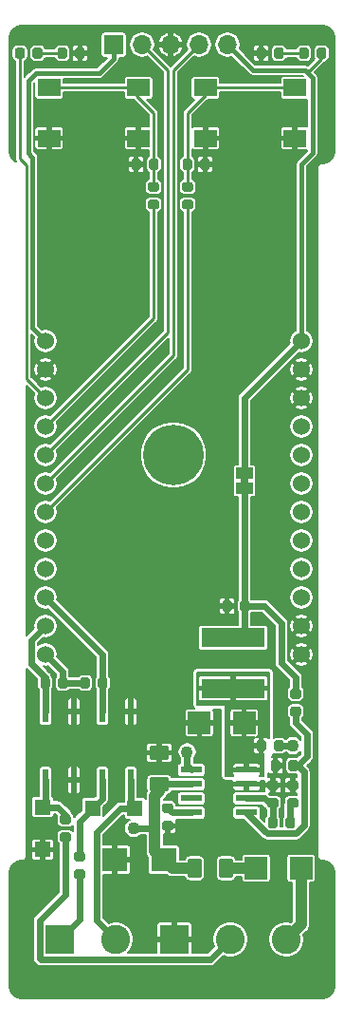
<source format=gbr>
G04 #@! TF.GenerationSoftware,KiCad,Pcbnew,5.1.5+dfsg1-2build2*
G04 #@! TF.CreationDate,2020-10-21T19:02:22+02:00*
G04 #@! TF.ProjectId,Pletacka-board,506c6574-6163-46b6-912d-626f6172642e,rev?*
G04 #@! TF.SameCoordinates,Original*
G04 #@! TF.FileFunction,Copper,L1,Top*
G04 #@! TF.FilePolarity,Positive*
%FSLAX46Y46*%
G04 Gerber Fmt 4.6, Leading zero omitted, Abs format (unit mm)*
G04 Created by KiCad (PCBNEW 5.1.5+dfsg1-2build2) date 2020-10-21 19:02:22*
%MOMM*%
%LPD*%
G04 APERTURE LIST*
G04 #@! TA.AperFunction,EtchedComponent*
%ADD10C,0.350000*%
G04 #@! TD*
G04 #@! TA.AperFunction,SMDPad,CuDef*
%ADD11R,1.970000X0.600000*%
G04 #@! TD*
G04 #@! TA.AperFunction,SMDPad,CuDef*
%ADD12R,1.500000X1.000000*%
G04 #@! TD*
G04 #@! TA.AperFunction,ComponentPad*
%ADD13O,1.700000X1.700000*%
G04 #@! TD*
G04 #@! TA.AperFunction,ComponentPad*
%ADD14R,1.700000X1.700000*%
G04 #@! TD*
G04 #@! TA.AperFunction,SMDPad,CuDef*
%ADD15R,2.000000X1.500000*%
G04 #@! TD*
G04 #@! TA.AperFunction,ComponentPad*
%ADD16C,1.524000*%
G04 #@! TD*
G04 #@! TA.AperFunction,SMDPad,CuDef*
%ADD17R,5.700000X1.700000*%
G04 #@! TD*
G04 #@! TA.AperFunction,SMDPad,CuDef*
%ADD18R,0.590000X1.930000*%
G04 #@! TD*
G04 #@! TA.AperFunction,SMDPad,CuDef*
%ADD19C,0.350000*%
G04 #@! TD*
G04 #@! TA.AperFunction,ComponentPad*
%ADD20R,2.600000X2.600000*%
G04 #@! TD*
G04 #@! TA.AperFunction,ComponentPad*
%ADD21C,2.600000*%
G04 #@! TD*
G04 #@! TA.AperFunction,ComponentPad*
%ADD22C,5.400000*%
G04 #@! TD*
G04 #@! TA.AperFunction,SMDPad,CuDef*
%ADD23R,1.400000X1.400000*%
G04 #@! TD*
G04 #@! TA.AperFunction,SMDPad,CuDef*
%ADD24R,2.000000X2.000000*%
G04 #@! TD*
G04 #@! TA.AperFunction,SMDPad,CuDef*
%ADD25R,2.250000X2.120000*%
G04 #@! TD*
G04 #@! TA.AperFunction,ViaPad*
%ADD26C,1.105000*%
G04 #@! TD*
G04 #@! TA.AperFunction,Conductor*
%ADD27C,0.600000*%
G04 #@! TD*
G04 #@! TA.AperFunction,Conductor*
%ADD28C,0.250000*%
G04 #@! TD*
G04 #@! TA.AperFunction,Conductor*
%ADD29C,0.400000*%
G04 #@! TD*
G04 #@! TA.AperFunction,Conductor*
%ADD30C,1.000000*%
G04 #@! TD*
G04 #@! TA.AperFunction,Conductor*
%ADD31C,0.200000*%
G04 #@! TD*
G04 APERTURE END LIST*
D10*
G04 #@! TO.C,JP2*
G36*
X152608000Y-102104000D02*
G01*
X152608000Y-101604000D01*
X153208000Y-101604000D01*
X153208000Y-102104000D01*
X152608000Y-102104000D01*
G37*
G04 #@! TD*
D11*
G04 #@! TO.P,U1,8*
G04 #@! TO.N,Net-(C5-Pad2)*
X153092000Y-127635000D03*
G04 #@! TO.P,U1,7*
G04 #@! TO.N,GND*
X153092000Y-128905000D03*
G04 #@! TO.P,U1,6*
G04 #@! TO.N,Net-(C2-Pad1)*
X153092000Y-130175000D03*
G04 #@! TO.P,U1,5*
G04 #@! TO.N,Net-(R4-Pad2)*
X153092000Y-131445000D03*
G04 #@! TO.P,U1,4*
G04 #@! TO.N,Net-(C4-Pad1)*
X148152000Y-131445000D03*
G04 #@! TO.P,U1,3*
G04 #@! TO.N,Net-(U1-Pad3)*
X148152000Y-130175000D03*
G04 #@! TO.P,U1,2*
G04 #@! TO.N,Net-(C1-Pad1)*
X148152000Y-128905000D03*
G04 #@! TO.P,U1,1*
G04 #@! TO.N,Net-(C5-Pad1)*
X148152000Y-127635000D03*
G04 #@! TD*
D12*
G04 #@! TO.P,JP2,2*
G04 #@! TO.N,+3V3*
X152908000Y-101204000D03*
G04 #@! TO.P,JP2,1*
G04 #@! TO.N,Net-(C6-Pad1)*
X152908000Y-102504000D03*
G04 #@! TD*
D13*
G04 #@! TO.P,Pins1,5*
G04 #@! TO.N,+3V3*
X151384000Y-62992000D03*
G04 #@! TO.P,Pins1,4*
G04 #@! TO.N,USER_IO33*
X148844000Y-62992000D03*
G04 #@! TO.P,Pins1,3*
G04 #@! TO.N,GND*
X146304000Y-62992000D03*
G04 #@! TO.P,Pins1,2*
G04 #@! TO.N,USER_IO25*
X143764000Y-62992000D03*
D14*
G04 #@! TO.P,Pins1,1*
G04 #@! TO.N,+5V*
X141224000Y-62992000D03*
G04 #@! TD*
D15*
G04 #@! TO.P,SW2,2*
G04 #@! TO.N,GND*
X157416000Y-71338000D03*
X149416000Y-71338000D03*
G04 #@! TO.P,SW2,1*
G04 #@! TO.N,Net-(C8-Pad1)*
X157416000Y-66838000D03*
X149416000Y-66838000D03*
G04 #@! TD*
D16*
G04 #@! TO.P,ESP1,3V3-1*
G04 #@! TO.N,+3V3*
X157988000Y-89408000D03*
G04 #@! TO.P,ESP1,G4*
G04 #@! TO.N,GND*
X157988000Y-91948000D03*
G04 #@! TO.P,ESP1,G3*
X157988000Y-94488000D03*
G04 #@! TO.P,ESP1,12*
G04 #@! TO.N,Net-(ESP1-Pad12)*
X157988000Y-97028000D03*
G04 #@! TO.P,ESP1,13*
G04 #@! TO.N,Net-(ESP1-Pad13)*
X157988000Y-99568000D03*
G04 #@! TO.P,ESP1,15*
G04 #@! TO.N,Net-(ESP1-Pad15)*
X157988000Y-102108000D03*
G04 #@! TO.P,ESP1,2*
G04 #@! TO.N,Net-(ESP1-Pad2)*
X157988000Y-104648000D03*
G04 #@! TO.P,ESP1,17*
G04 #@! TO.N,Net-(ESP1-Pad17)*
X157988000Y-107188000D03*
G04 #@! TO.P,ESP1,22*
G04 #@! TO.N,Net-(ESP1-Pad22)*
X157988000Y-109728000D03*
G04 #@! TO.P,ESP1,21*
G04 #@! TO.N,Net-(ESP1-Pad21)*
X157988000Y-112268000D03*
G04 #@! TO.P,ESP1,G2*
G04 #@! TO.N,GND*
X157988000Y-114808000D03*
G04 #@! TO.P,ESP1,G1*
X157988000Y-117348000D03*
G04 #@! TO.P,ESP1,5V*
G04 #@! TO.N,+5V*
X135128000Y-89408000D03*
G04 #@! TO.P,ESP1,G5*
G04 #@! TO.N,GND*
X135128000Y-91948000D03*
G04 #@! TO.P,ESP1,27*
G04 #@! TO.N,LED_USER*
X135128000Y-94488000D03*
G04 #@! TO.P,ESP1,26*
G04 #@! TO.N,BTN_RESET*
X135128000Y-97028000D03*
G04 #@! TO.P,ESP1,25*
G04 #@! TO.N,USER_IO25*
X135128000Y-99568000D03*
G04 #@! TO.P,ESP1,33*
G04 #@! TO.N,USER_IO33*
X135128000Y-102108000D03*
G04 #@! TO.P,ESP1,32*
G04 #@! TO.N,BTN_USER*
X135128000Y-104648000D03*
G04 #@! TO.P,ESP1,39*
G04 #@! TO.N,Net-(ESP1-Pad39)*
X135128000Y-107188000D03*
G04 #@! TO.P,ESP1,38*
G04 #@! TO.N,Net-(ESP1-Pad38)*
X135128000Y-109728000D03*
G04 #@! TO.P,ESP1,37*
G04 #@! TO.N,OPTO_STOP*
X135128000Y-112268000D03*
G04 #@! TO.P,ESP1,36*
G04 #@! TO.N,OPTO_FINSIHED*
X135128000Y-114808000D03*
G04 #@! TO.P,ESP1,3V3-2*
G04 #@! TO.N,+3V3*
X135128000Y-117348000D03*
G04 #@! TD*
D17*
G04 #@! TO.P,L1,2*
G04 #@! TO.N,Net-(C6-Pad1)*
X151892000Y-115860000D03*
G04 #@! TO.P,L1,1*
G04 #@! TO.N,Net-(C5-Pad2)*
X151892000Y-120360000D03*
G04 #@! TD*
D18*
G04 #@! TO.P,U3,1*
G04 #@! TO.N,Net-(D7-PadC)*
X140208000Y-128516000D03*
G04 #@! TO.P,U3,2*
G04 #@! TO.N,OPTO_STOP_IN_MINUS*
X142748000Y-128516000D03*
G04 #@! TO.P,U3,3*
G04 #@! TO.N,GND*
X142748000Y-122436000D03*
G04 #@! TO.P,U3,4*
G04 #@! TO.N,OPTO_STOP*
X140208000Y-122436000D03*
G04 #@! TD*
D15*
G04 #@! TO.P,SW1,2*
G04 #@! TO.N,GND*
X143446000Y-71338000D03*
X135446000Y-71338000D03*
G04 #@! TO.P,SW1,1*
G04 #@! TO.N,Net-(C7-Pad1)*
X143446000Y-66838000D03*
X135446000Y-66838000D03*
G04 #@! TD*
G04 #@! TA.AperFunction,SMDPad,CuDef*
D19*
G04 #@! TO.P,C5,1*
G04 #@! TO.N,Net-(C5-Pad1)*
G36*
X156221691Y-125002053D02*
G01*
X156242926Y-125005203D01*
X156263750Y-125010419D01*
X156283962Y-125017651D01*
X156303368Y-125026830D01*
X156321781Y-125037866D01*
X156339024Y-125050654D01*
X156354930Y-125065070D01*
X156369346Y-125080976D01*
X156382134Y-125098219D01*
X156393170Y-125116632D01*
X156402349Y-125136038D01*
X156409581Y-125156250D01*
X156414797Y-125177074D01*
X156417947Y-125198309D01*
X156419000Y-125219750D01*
X156419000Y-125732250D01*
X156417947Y-125753691D01*
X156414797Y-125774926D01*
X156409581Y-125795750D01*
X156402349Y-125815962D01*
X156393170Y-125835368D01*
X156382134Y-125853781D01*
X156369346Y-125871024D01*
X156354930Y-125886930D01*
X156339024Y-125901346D01*
X156321781Y-125914134D01*
X156303368Y-125925170D01*
X156283962Y-125934349D01*
X156263750Y-125941581D01*
X156242926Y-125946797D01*
X156221691Y-125949947D01*
X156200250Y-125951000D01*
X155762750Y-125951000D01*
X155741309Y-125949947D01*
X155720074Y-125946797D01*
X155699250Y-125941581D01*
X155679038Y-125934349D01*
X155659632Y-125925170D01*
X155641219Y-125914134D01*
X155623976Y-125901346D01*
X155608070Y-125886930D01*
X155593654Y-125871024D01*
X155580866Y-125853781D01*
X155569830Y-125835368D01*
X155560651Y-125815962D01*
X155553419Y-125795750D01*
X155548203Y-125774926D01*
X155545053Y-125753691D01*
X155544000Y-125732250D01*
X155544000Y-125219750D01*
X155545053Y-125198309D01*
X155548203Y-125177074D01*
X155553419Y-125156250D01*
X155560651Y-125136038D01*
X155569830Y-125116632D01*
X155580866Y-125098219D01*
X155593654Y-125080976D01*
X155608070Y-125065070D01*
X155623976Y-125050654D01*
X155641219Y-125037866D01*
X155659632Y-125026830D01*
X155679038Y-125017651D01*
X155699250Y-125010419D01*
X155720074Y-125005203D01*
X155741309Y-125002053D01*
X155762750Y-125001000D01*
X156200250Y-125001000D01*
X156221691Y-125002053D01*
G37*
G04 #@! TD.AperFunction*
G04 #@! TA.AperFunction,SMDPad,CuDef*
G04 #@! TO.P,C5,2*
G04 #@! TO.N,Net-(C5-Pad2)*
G36*
X154646691Y-125002053D02*
G01*
X154667926Y-125005203D01*
X154688750Y-125010419D01*
X154708962Y-125017651D01*
X154728368Y-125026830D01*
X154746781Y-125037866D01*
X154764024Y-125050654D01*
X154779930Y-125065070D01*
X154794346Y-125080976D01*
X154807134Y-125098219D01*
X154818170Y-125116632D01*
X154827349Y-125136038D01*
X154834581Y-125156250D01*
X154839797Y-125177074D01*
X154842947Y-125198309D01*
X154844000Y-125219750D01*
X154844000Y-125732250D01*
X154842947Y-125753691D01*
X154839797Y-125774926D01*
X154834581Y-125795750D01*
X154827349Y-125815962D01*
X154818170Y-125835368D01*
X154807134Y-125853781D01*
X154794346Y-125871024D01*
X154779930Y-125886930D01*
X154764024Y-125901346D01*
X154746781Y-125914134D01*
X154728368Y-125925170D01*
X154708962Y-125934349D01*
X154688750Y-125941581D01*
X154667926Y-125946797D01*
X154646691Y-125949947D01*
X154625250Y-125951000D01*
X154187750Y-125951000D01*
X154166309Y-125949947D01*
X154145074Y-125946797D01*
X154124250Y-125941581D01*
X154104038Y-125934349D01*
X154084632Y-125925170D01*
X154066219Y-125914134D01*
X154048976Y-125901346D01*
X154033070Y-125886930D01*
X154018654Y-125871024D01*
X154005866Y-125853781D01*
X153994830Y-125835368D01*
X153985651Y-125815962D01*
X153978419Y-125795750D01*
X153973203Y-125774926D01*
X153970053Y-125753691D01*
X153969000Y-125732250D01*
X153969000Y-125219750D01*
X153970053Y-125198309D01*
X153973203Y-125177074D01*
X153978419Y-125156250D01*
X153985651Y-125136038D01*
X153994830Y-125116632D01*
X154005866Y-125098219D01*
X154018654Y-125080976D01*
X154033070Y-125065070D01*
X154048976Y-125050654D01*
X154066219Y-125037866D01*
X154084632Y-125026830D01*
X154104038Y-125017651D01*
X154124250Y-125010419D01*
X154145074Y-125005203D01*
X154166309Y-125002053D01*
X154187750Y-125001000D01*
X154625250Y-125001000D01*
X154646691Y-125002053D01*
G37*
G04 #@! TD.AperFunction*
G04 #@! TD*
D18*
G04 #@! TO.P,U2,1*
G04 #@! TO.N,Net-(D6-PadC)*
X135128000Y-128516000D03*
G04 #@! TO.P,U2,2*
G04 #@! TO.N,GND*
X137668000Y-128516000D03*
G04 #@! TO.P,U2,3*
X137668000Y-122436000D03*
G04 #@! TO.P,U2,4*
G04 #@! TO.N,OPTO_FINSIHED*
X135128000Y-122436000D03*
G04 #@! TD*
G04 #@! TA.AperFunction,SMDPad,CuDef*
D19*
G04 #@! TO.P,R11,2*
G04 #@! TO.N,OPTO_STOP*
G36*
X140473691Y-119414053D02*
G01*
X140494926Y-119417203D01*
X140515750Y-119422419D01*
X140535962Y-119429651D01*
X140555368Y-119438830D01*
X140573781Y-119449866D01*
X140591024Y-119462654D01*
X140606930Y-119477070D01*
X140621346Y-119492976D01*
X140634134Y-119510219D01*
X140645170Y-119528632D01*
X140654349Y-119548038D01*
X140661581Y-119568250D01*
X140666797Y-119589074D01*
X140669947Y-119610309D01*
X140671000Y-119631750D01*
X140671000Y-120144250D01*
X140669947Y-120165691D01*
X140666797Y-120186926D01*
X140661581Y-120207750D01*
X140654349Y-120227962D01*
X140645170Y-120247368D01*
X140634134Y-120265781D01*
X140621346Y-120283024D01*
X140606930Y-120298930D01*
X140591024Y-120313346D01*
X140573781Y-120326134D01*
X140555368Y-120337170D01*
X140535962Y-120346349D01*
X140515750Y-120353581D01*
X140494926Y-120358797D01*
X140473691Y-120361947D01*
X140452250Y-120363000D01*
X140014750Y-120363000D01*
X139993309Y-120361947D01*
X139972074Y-120358797D01*
X139951250Y-120353581D01*
X139931038Y-120346349D01*
X139911632Y-120337170D01*
X139893219Y-120326134D01*
X139875976Y-120313346D01*
X139860070Y-120298930D01*
X139845654Y-120283024D01*
X139832866Y-120265781D01*
X139821830Y-120247368D01*
X139812651Y-120227962D01*
X139805419Y-120207750D01*
X139800203Y-120186926D01*
X139797053Y-120165691D01*
X139796000Y-120144250D01*
X139796000Y-119631750D01*
X139797053Y-119610309D01*
X139800203Y-119589074D01*
X139805419Y-119568250D01*
X139812651Y-119548038D01*
X139821830Y-119528632D01*
X139832866Y-119510219D01*
X139845654Y-119492976D01*
X139860070Y-119477070D01*
X139875976Y-119462654D01*
X139893219Y-119449866D01*
X139911632Y-119438830D01*
X139931038Y-119429651D01*
X139951250Y-119422419D01*
X139972074Y-119417203D01*
X139993309Y-119414053D01*
X140014750Y-119413000D01*
X140452250Y-119413000D01*
X140473691Y-119414053D01*
G37*
G04 #@! TD.AperFunction*
G04 #@! TA.AperFunction,SMDPad,CuDef*
G04 #@! TO.P,R11,1*
G04 #@! TO.N,+3V3*
G36*
X138898691Y-119414053D02*
G01*
X138919926Y-119417203D01*
X138940750Y-119422419D01*
X138960962Y-119429651D01*
X138980368Y-119438830D01*
X138998781Y-119449866D01*
X139016024Y-119462654D01*
X139031930Y-119477070D01*
X139046346Y-119492976D01*
X139059134Y-119510219D01*
X139070170Y-119528632D01*
X139079349Y-119548038D01*
X139086581Y-119568250D01*
X139091797Y-119589074D01*
X139094947Y-119610309D01*
X139096000Y-119631750D01*
X139096000Y-120144250D01*
X139094947Y-120165691D01*
X139091797Y-120186926D01*
X139086581Y-120207750D01*
X139079349Y-120227962D01*
X139070170Y-120247368D01*
X139059134Y-120265781D01*
X139046346Y-120283024D01*
X139031930Y-120298930D01*
X139016024Y-120313346D01*
X138998781Y-120326134D01*
X138980368Y-120337170D01*
X138960962Y-120346349D01*
X138940750Y-120353581D01*
X138919926Y-120358797D01*
X138898691Y-120361947D01*
X138877250Y-120363000D01*
X138439750Y-120363000D01*
X138418309Y-120361947D01*
X138397074Y-120358797D01*
X138376250Y-120353581D01*
X138356038Y-120346349D01*
X138336632Y-120337170D01*
X138318219Y-120326134D01*
X138300976Y-120313346D01*
X138285070Y-120298930D01*
X138270654Y-120283024D01*
X138257866Y-120265781D01*
X138246830Y-120247368D01*
X138237651Y-120227962D01*
X138230419Y-120207750D01*
X138225203Y-120186926D01*
X138222053Y-120165691D01*
X138221000Y-120144250D01*
X138221000Y-119631750D01*
X138222053Y-119610309D01*
X138225203Y-119589074D01*
X138230419Y-119568250D01*
X138237651Y-119548038D01*
X138246830Y-119528632D01*
X138257866Y-119510219D01*
X138270654Y-119492976D01*
X138285070Y-119477070D01*
X138300976Y-119462654D01*
X138318219Y-119449866D01*
X138336632Y-119438830D01*
X138356038Y-119429651D01*
X138376250Y-119422419D01*
X138397074Y-119417203D01*
X138418309Y-119414053D01*
X138439750Y-119413000D01*
X138877250Y-119413000D01*
X138898691Y-119414053D01*
G37*
G04 #@! TD.AperFunction*
G04 #@! TD*
G04 #@! TA.AperFunction,SMDPad,CuDef*
G04 #@! TO.P,R10,2*
G04 #@! TO.N,OPTO_FINSIHED*
G36*
X135342691Y-119414053D02*
G01*
X135363926Y-119417203D01*
X135384750Y-119422419D01*
X135404962Y-119429651D01*
X135424368Y-119438830D01*
X135442781Y-119449866D01*
X135460024Y-119462654D01*
X135475930Y-119477070D01*
X135490346Y-119492976D01*
X135503134Y-119510219D01*
X135514170Y-119528632D01*
X135523349Y-119548038D01*
X135530581Y-119568250D01*
X135535797Y-119589074D01*
X135538947Y-119610309D01*
X135540000Y-119631750D01*
X135540000Y-120144250D01*
X135538947Y-120165691D01*
X135535797Y-120186926D01*
X135530581Y-120207750D01*
X135523349Y-120227962D01*
X135514170Y-120247368D01*
X135503134Y-120265781D01*
X135490346Y-120283024D01*
X135475930Y-120298930D01*
X135460024Y-120313346D01*
X135442781Y-120326134D01*
X135424368Y-120337170D01*
X135404962Y-120346349D01*
X135384750Y-120353581D01*
X135363926Y-120358797D01*
X135342691Y-120361947D01*
X135321250Y-120363000D01*
X134883750Y-120363000D01*
X134862309Y-120361947D01*
X134841074Y-120358797D01*
X134820250Y-120353581D01*
X134800038Y-120346349D01*
X134780632Y-120337170D01*
X134762219Y-120326134D01*
X134744976Y-120313346D01*
X134729070Y-120298930D01*
X134714654Y-120283024D01*
X134701866Y-120265781D01*
X134690830Y-120247368D01*
X134681651Y-120227962D01*
X134674419Y-120207750D01*
X134669203Y-120186926D01*
X134666053Y-120165691D01*
X134665000Y-120144250D01*
X134665000Y-119631750D01*
X134666053Y-119610309D01*
X134669203Y-119589074D01*
X134674419Y-119568250D01*
X134681651Y-119548038D01*
X134690830Y-119528632D01*
X134701866Y-119510219D01*
X134714654Y-119492976D01*
X134729070Y-119477070D01*
X134744976Y-119462654D01*
X134762219Y-119449866D01*
X134780632Y-119438830D01*
X134800038Y-119429651D01*
X134820250Y-119422419D01*
X134841074Y-119417203D01*
X134862309Y-119414053D01*
X134883750Y-119413000D01*
X135321250Y-119413000D01*
X135342691Y-119414053D01*
G37*
G04 #@! TD.AperFunction*
G04 #@! TA.AperFunction,SMDPad,CuDef*
G04 #@! TO.P,R10,1*
G04 #@! TO.N,+3V3*
G36*
X136917691Y-119414053D02*
G01*
X136938926Y-119417203D01*
X136959750Y-119422419D01*
X136979962Y-119429651D01*
X136999368Y-119438830D01*
X137017781Y-119449866D01*
X137035024Y-119462654D01*
X137050930Y-119477070D01*
X137065346Y-119492976D01*
X137078134Y-119510219D01*
X137089170Y-119528632D01*
X137098349Y-119548038D01*
X137105581Y-119568250D01*
X137110797Y-119589074D01*
X137113947Y-119610309D01*
X137115000Y-119631750D01*
X137115000Y-120144250D01*
X137113947Y-120165691D01*
X137110797Y-120186926D01*
X137105581Y-120207750D01*
X137098349Y-120227962D01*
X137089170Y-120247368D01*
X137078134Y-120265781D01*
X137065346Y-120283024D01*
X137050930Y-120298930D01*
X137035024Y-120313346D01*
X137017781Y-120326134D01*
X136999368Y-120337170D01*
X136979962Y-120346349D01*
X136959750Y-120353581D01*
X136938926Y-120358797D01*
X136917691Y-120361947D01*
X136896250Y-120363000D01*
X136458750Y-120363000D01*
X136437309Y-120361947D01*
X136416074Y-120358797D01*
X136395250Y-120353581D01*
X136375038Y-120346349D01*
X136355632Y-120337170D01*
X136337219Y-120326134D01*
X136319976Y-120313346D01*
X136304070Y-120298930D01*
X136289654Y-120283024D01*
X136276866Y-120265781D01*
X136265830Y-120247368D01*
X136256651Y-120227962D01*
X136249419Y-120207750D01*
X136244203Y-120186926D01*
X136241053Y-120165691D01*
X136240000Y-120144250D01*
X136240000Y-119631750D01*
X136241053Y-119610309D01*
X136244203Y-119589074D01*
X136249419Y-119568250D01*
X136256651Y-119548038D01*
X136265830Y-119528632D01*
X136276866Y-119510219D01*
X136289654Y-119492976D01*
X136304070Y-119477070D01*
X136319976Y-119462654D01*
X136337219Y-119449866D01*
X136355632Y-119438830D01*
X136375038Y-119429651D01*
X136395250Y-119422419D01*
X136416074Y-119417203D01*
X136437309Y-119414053D01*
X136458750Y-119413000D01*
X136896250Y-119413000D01*
X136917691Y-119414053D01*
G37*
G04 #@! TD.AperFunction*
G04 #@! TD*
G04 #@! TA.AperFunction,SMDPad,CuDef*
G04 #@! TO.P,R9,2*
G04 #@! TO.N,Net-(C8-Pad1)*
G36*
X148105691Y-75230053D02*
G01*
X148126926Y-75233203D01*
X148147750Y-75238419D01*
X148167962Y-75245651D01*
X148187368Y-75254830D01*
X148205781Y-75265866D01*
X148223024Y-75278654D01*
X148238930Y-75293070D01*
X148253346Y-75308976D01*
X148266134Y-75326219D01*
X148277170Y-75344632D01*
X148286349Y-75364038D01*
X148293581Y-75384250D01*
X148298797Y-75405074D01*
X148301947Y-75426309D01*
X148303000Y-75447750D01*
X148303000Y-75885250D01*
X148301947Y-75906691D01*
X148298797Y-75927926D01*
X148293581Y-75948750D01*
X148286349Y-75968962D01*
X148277170Y-75988368D01*
X148266134Y-76006781D01*
X148253346Y-76024024D01*
X148238930Y-76039930D01*
X148223024Y-76054346D01*
X148205781Y-76067134D01*
X148187368Y-76078170D01*
X148167962Y-76087349D01*
X148147750Y-76094581D01*
X148126926Y-76099797D01*
X148105691Y-76102947D01*
X148084250Y-76104000D01*
X147571750Y-76104000D01*
X147550309Y-76102947D01*
X147529074Y-76099797D01*
X147508250Y-76094581D01*
X147488038Y-76087349D01*
X147468632Y-76078170D01*
X147450219Y-76067134D01*
X147432976Y-76054346D01*
X147417070Y-76039930D01*
X147402654Y-76024024D01*
X147389866Y-76006781D01*
X147378830Y-75988368D01*
X147369651Y-75968962D01*
X147362419Y-75948750D01*
X147357203Y-75927926D01*
X147354053Y-75906691D01*
X147353000Y-75885250D01*
X147353000Y-75447750D01*
X147354053Y-75426309D01*
X147357203Y-75405074D01*
X147362419Y-75384250D01*
X147369651Y-75364038D01*
X147378830Y-75344632D01*
X147389866Y-75326219D01*
X147402654Y-75308976D01*
X147417070Y-75293070D01*
X147432976Y-75278654D01*
X147450219Y-75265866D01*
X147468632Y-75254830D01*
X147488038Y-75245651D01*
X147508250Y-75238419D01*
X147529074Y-75233203D01*
X147550309Y-75230053D01*
X147571750Y-75229000D01*
X148084250Y-75229000D01*
X148105691Y-75230053D01*
G37*
G04 #@! TD.AperFunction*
G04 #@! TA.AperFunction,SMDPad,CuDef*
G04 #@! TO.P,R9,1*
G04 #@! TO.N,BTN_USER*
G36*
X148105691Y-76805053D02*
G01*
X148126926Y-76808203D01*
X148147750Y-76813419D01*
X148167962Y-76820651D01*
X148187368Y-76829830D01*
X148205781Y-76840866D01*
X148223024Y-76853654D01*
X148238930Y-76868070D01*
X148253346Y-76883976D01*
X148266134Y-76901219D01*
X148277170Y-76919632D01*
X148286349Y-76939038D01*
X148293581Y-76959250D01*
X148298797Y-76980074D01*
X148301947Y-77001309D01*
X148303000Y-77022750D01*
X148303000Y-77460250D01*
X148301947Y-77481691D01*
X148298797Y-77502926D01*
X148293581Y-77523750D01*
X148286349Y-77543962D01*
X148277170Y-77563368D01*
X148266134Y-77581781D01*
X148253346Y-77599024D01*
X148238930Y-77614930D01*
X148223024Y-77629346D01*
X148205781Y-77642134D01*
X148187368Y-77653170D01*
X148167962Y-77662349D01*
X148147750Y-77669581D01*
X148126926Y-77674797D01*
X148105691Y-77677947D01*
X148084250Y-77679000D01*
X147571750Y-77679000D01*
X147550309Y-77677947D01*
X147529074Y-77674797D01*
X147508250Y-77669581D01*
X147488038Y-77662349D01*
X147468632Y-77653170D01*
X147450219Y-77642134D01*
X147432976Y-77629346D01*
X147417070Y-77614930D01*
X147402654Y-77599024D01*
X147389866Y-77581781D01*
X147378830Y-77563368D01*
X147369651Y-77543962D01*
X147362419Y-77523750D01*
X147357203Y-77502926D01*
X147354053Y-77481691D01*
X147353000Y-77460250D01*
X147353000Y-77022750D01*
X147354053Y-77001309D01*
X147357203Y-76980074D01*
X147362419Y-76959250D01*
X147369651Y-76939038D01*
X147378830Y-76919632D01*
X147389866Y-76901219D01*
X147402654Y-76883976D01*
X147417070Y-76868070D01*
X147432976Y-76853654D01*
X147450219Y-76840866D01*
X147468632Y-76829830D01*
X147488038Y-76820651D01*
X147508250Y-76813419D01*
X147529074Y-76808203D01*
X147550309Y-76805053D01*
X147571750Y-76804000D01*
X148084250Y-76804000D01*
X148105691Y-76805053D01*
G37*
G04 #@! TD.AperFunction*
G04 #@! TD*
G04 #@! TA.AperFunction,SMDPad,CuDef*
G04 #@! TO.P,R8,2*
G04 #@! TO.N,Net-(C7-Pad1)*
G36*
X145057691Y-75230053D02*
G01*
X145078926Y-75233203D01*
X145099750Y-75238419D01*
X145119962Y-75245651D01*
X145139368Y-75254830D01*
X145157781Y-75265866D01*
X145175024Y-75278654D01*
X145190930Y-75293070D01*
X145205346Y-75308976D01*
X145218134Y-75326219D01*
X145229170Y-75344632D01*
X145238349Y-75364038D01*
X145245581Y-75384250D01*
X145250797Y-75405074D01*
X145253947Y-75426309D01*
X145255000Y-75447750D01*
X145255000Y-75885250D01*
X145253947Y-75906691D01*
X145250797Y-75927926D01*
X145245581Y-75948750D01*
X145238349Y-75968962D01*
X145229170Y-75988368D01*
X145218134Y-76006781D01*
X145205346Y-76024024D01*
X145190930Y-76039930D01*
X145175024Y-76054346D01*
X145157781Y-76067134D01*
X145139368Y-76078170D01*
X145119962Y-76087349D01*
X145099750Y-76094581D01*
X145078926Y-76099797D01*
X145057691Y-76102947D01*
X145036250Y-76104000D01*
X144523750Y-76104000D01*
X144502309Y-76102947D01*
X144481074Y-76099797D01*
X144460250Y-76094581D01*
X144440038Y-76087349D01*
X144420632Y-76078170D01*
X144402219Y-76067134D01*
X144384976Y-76054346D01*
X144369070Y-76039930D01*
X144354654Y-76024024D01*
X144341866Y-76006781D01*
X144330830Y-75988368D01*
X144321651Y-75968962D01*
X144314419Y-75948750D01*
X144309203Y-75927926D01*
X144306053Y-75906691D01*
X144305000Y-75885250D01*
X144305000Y-75447750D01*
X144306053Y-75426309D01*
X144309203Y-75405074D01*
X144314419Y-75384250D01*
X144321651Y-75364038D01*
X144330830Y-75344632D01*
X144341866Y-75326219D01*
X144354654Y-75308976D01*
X144369070Y-75293070D01*
X144384976Y-75278654D01*
X144402219Y-75265866D01*
X144420632Y-75254830D01*
X144440038Y-75245651D01*
X144460250Y-75238419D01*
X144481074Y-75233203D01*
X144502309Y-75230053D01*
X144523750Y-75229000D01*
X145036250Y-75229000D01*
X145057691Y-75230053D01*
G37*
G04 #@! TD.AperFunction*
G04 #@! TA.AperFunction,SMDPad,CuDef*
G04 #@! TO.P,R8,1*
G04 #@! TO.N,BTN_RESET*
G36*
X145057691Y-76805053D02*
G01*
X145078926Y-76808203D01*
X145099750Y-76813419D01*
X145119962Y-76820651D01*
X145139368Y-76829830D01*
X145157781Y-76840866D01*
X145175024Y-76853654D01*
X145190930Y-76868070D01*
X145205346Y-76883976D01*
X145218134Y-76901219D01*
X145229170Y-76919632D01*
X145238349Y-76939038D01*
X145245581Y-76959250D01*
X145250797Y-76980074D01*
X145253947Y-77001309D01*
X145255000Y-77022750D01*
X145255000Y-77460250D01*
X145253947Y-77481691D01*
X145250797Y-77502926D01*
X145245581Y-77523750D01*
X145238349Y-77543962D01*
X145229170Y-77563368D01*
X145218134Y-77581781D01*
X145205346Y-77599024D01*
X145190930Y-77614930D01*
X145175024Y-77629346D01*
X145157781Y-77642134D01*
X145139368Y-77653170D01*
X145119962Y-77662349D01*
X145099750Y-77669581D01*
X145078926Y-77674797D01*
X145057691Y-77677947D01*
X145036250Y-77679000D01*
X144523750Y-77679000D01*
X144502309Y-77677947D01*
X144481074Y-77674797D01*
X144460250Y-77669581D01*
X144440038Y-77662349D01*
X144420632Y-77653170D01*
X144402219Y-77642134D01*
X144384976Y-77629346D01*
X144369070Y-77614930D01*
X144354654Y-77599024D01*
X144341866Y-77581781D01*
X144330830Y-77563368D01*
X144321651Y-77543962D01*
X144314419Y-77523750D01*
X144309203Y-77502926D01*
X144306053Y-77481691D01*
X144305000Y-77460250D01*
X144305000Y-77022750D01*
X144306053Y-77001309D01*
X144309203Y-76980074D01*
X144314419Y-76959250D01*
X144321651Y-76939038D01*
X144330830Y-76919632D01*
X144341866Y-76901219D01*
X144354654Y-76883976D01*
X144369070Y-76868070D01*
X144384976Y-76853654D01*
X144402219Y-76840866D01*
X144420632Y-76829830D01*
X144440038Y-76820651D01*
X144460250Y-76813419D01*
X144481074Y-76808203D01*
X144502309Y-76805053D01*
X144523750Y-76804000D01*
X145036250Y-76804000D01*
X145057691Y-76805053D01*
G37*
G04 #@! TD.AperFunction*
G04 #@! TD*
G04 #@! TA.AperFunction,SMDPad,CuDef*
G04 #@! TO.P,R7,2*
G04 #@! TO.N,OPTO_STOP_IN_PLUS*
G36*
X138453691Y-136495053D02*
G01*
X138474926Y-136498203D01*
X138495750Y-136503419D01*
X138515962Y-136510651D01*
X138535368Y-136519830D01*
X138553781Y-136530866D01*
X138571024Y-136543654D01*
X138586930Y-136558070D01*
X138601346Y-136573976D01*
X138614134Y-136591219D01*
X138625170Y-136609632D01*
X138634349Y-136629038D01*
X138641581Y-136649250D01*
X138646797Y-136670074D01*
X138649947Y-136691309D01*
X138651000Y-136712750D01*
X138651000Y-137150250D01*
X138649947Y-137171691D01*
X138646797Y-137192926D01*
X138641581Y-137213750D01*
X138634349Y-137233962D01*
X138625170Y-137253368D01*
X138614134Y-137271781D01*
X138601346Y-137289024D01*
X138586930Y-137304930D01*
X138571024Y-137319346D01*
X138553781Y-137332134D01*
X138535368Y-137343170D01*
X138515962Y-137352349D01*
X138495750Y-137359581D01*
X138474926Y-137364797D01*
X138453691Y-137367947D01*
X138432250Y-137369000D01*
X137919750Y-137369000D01*
X137898309Y-137367947D01*
X137877074Y-137364797D01*
X137856250Y-137359581D01*
X137836038Y-137352349D01*
X137816632Y-137343170D01*
X137798219Y-137332134D01*
X137780976Y-137319346D01*
X137765070Y-137304930D01*
X137750654Y-137289024D01*
X137737866Y-137271781D01*
X137726830Y-137253368D01*
X137717651Y-137233962D01*
X137710419Y-137213750D01*
X137705203Y-137192926D01*
X137702053Y-137171691D01*
X137701000Y-137150250D01*
X137701000Y-136712750D01*
X137702053Y-136691309D01*
X137705203Y-136670074D01*
X137710419Y-136649250D01*
X137717651Y-136629038D01*
X137726830Y-136609632D01*
X137737866Y-136591219D01*
X137750654Y-136573976D01*
X137765070Y-136558070D01*
X137780976Y-136543654D01*
X137798219Y-136530866D01*
X137816632Y-136519830D01*
X137836038Y-136510651D01*
X137856250Y-136503419D01*
X137877074Y-136498203D01*
X137898309Y-136495053D01*
X137919750Y-136494000D01*
X138432250Y-136494000D01*
X138453691Y-136495053D01*
G37*
G04 #@! TD.AperFunction*
G04 #@! TA.AperFunction,SMDPad,CuDef*
G04 #@! TO.P,R7,1*
G04 #@! TO.N,Net-(D7-PadC)*
G36*
X138453691Y-134920053D02*
G01*
X138474926Y-134923203D01*
X138495750Y-134928419D01*
X138515962Y-134935651D01*
X138535368Y-134944830D01*
X138553781Y-134955866D01*
X138571024Y-134968654D01*
X138586930Y-134983070D01*
X138601346Y-134998976D01*
X138614134Y-135016219D01*
X138625170Y-135034632D01*
X138634349Y-135054038D01*
X138641581Y-135074250D01*
X138646797Y-135095074D01*
X138649947Y-135116309D01*
X138651000Y-135137750D01*
X138651000Y-135575250D01*
X138649947Y-135596691D01*
X138646797Y-135617926D01*
X138641581Y-135638750D01*
X138634349Y-135658962D01*
X138625170Y-135678368D01*
X138614134Y-135696781D01*
X138601346Y-135714024D01*
X138586930Y-135729930D01*
X138571024Y-135744346D01*
X138553781Y-135757134D01*
X138535368Y-135768170D01*
X138515962Y-135777349D01*
X138495750Y-135784581D01*
X138474926Y-135789797D01*
X138453691Y-135792947D01*
X138432250Y-135794000D01*
X137919750Y-135794000D01*
X137898309Y-135792947D01*
X137877074Y-135789797D01*
X137856250Y-135784581D01*
X137836038Y-135777349D01*
X137816632Y-135768170D01*
X137798219Y-135757134D01*
X137780976Y-135744346D01*
X137765070Y-135729930D01*
X137750654Y-135714024D01*
X137737866Y-135696781D01*
X137726830Y-135678368D01*
X137717651Y-135658962D01*
X137710419Y-135638750D01*
X137705203Y-135617926D01*
X137702053Y-135596691D01*
X137701000Y-135575250D01*
X137701000Y-135137750D01*
X137702053Y-135116309D01*
X137705203Y-135095074D01*
X137710419Y-135074250D01*
X137717651Y-135054038D01*
X137726830Y-135034632D01*
X137737866Y-135016219D01*
X137750654Y-134998976D01*
X137765070Y-134983070D01*
X137780976Y-134968654D01*
X137798219Y-134955866D01*
X137816632Y-134944830D01*
X137836038Y-134935651D01*
X137856250Y-134928419D01*
X137877074Y-134923203D01*
X137898309Y-134920053D01*
X137919750Y-134919000D01*
X138432250Y-134919000D01*
X138453691Y-134920053D01*
G37*
G04 #@! TD.AperFunction*
G04 #@! TD*
G04 #@! TA.AperFunction,SMDPad,CuDef*
G04 #@! TO.P,R6,2*
G04 #@! TO.N,OPTO_FINISHED_IN_PLUS*
G36*
X137183691Y-133193053D02*
G01*
X137204926Y-133196203D01*
X137225750Y-133201419D01*
X137245962Y-133208651D01*
X137265368Y-133217830D01*
X137283781Y-133228866D01*
X137301024Y-133241654D01*
X137316930Y-133256070D01*
X137331346Y-133271976D01*
X137344134Y-133289219D01*
X137355170Y-133307632D01*
X137364349Y-133327038D01*
X137371581Y-133347250D01*
X137376797Y-133368074D01*
X137379947Y-133389309D01*
X137381000Y-133410750D01*
X137381000Y-133848250D01*
X137379947Y-133869691D01*
X137376797Y-133890926D01*
X137371581Y-133911750D01*
X137364349Y-133931962D01*
X137355170Y-133951368D01*
X137344134Y-133969781D01*
X137331346Y-133987024D01*
X137316930Y-134002930D01*
X137301024Y-134017346D01*
X137283781Y-134030134D01*
X137265368Y-134041170D01*
X137245962Y-134050349D01*
X137225750Y-134057581D01*
X137204926Y-134062797D01*
X137183691Y-134065947D01*
X137162250Y-134067000D01*
X136649750Y-134067000D01*
X136628309Y-134065947D01*
X136607074Y-134062797D01*
X136586250Y-134057581D01*
X136566038Y-134050349D01*
X136546632Y-134041170D01*
X136528219Y-134030134D01*
X136510976Y-134017346D01*
X136495070Y-134002930D01*
X136480654Y-133987024D01*
X136467866Y-133969781D01*
X136456830Y-133951368D01*
X136447651Y-133931962D01*
X136440419Y-133911750D01*
X136435203Y-133890926D01*
X136432053Y-133869691D01*
X136431000Y-133848250D01*
X136431000Y-133410750D01*
X136432053Y-133389309D01*
X136435203Y-133368074D01*
X136440419Y-133347250D01*
X136447651Y-133327038D01*
X136456830Y-133307632D01*
X136467866Y-133289219D01*
X136480654Y-133271976D01*
X136495070Y-133256070D01*
X136510976Y-133241654D01*
X136528219Y-133228866D01*
X136546632Y-133217830D01*
X136566038Y-133208651D01*
X136586250Y-133201419D01*
X136607074Y-133196203D01*
X136628309Y-133193053D01*
X136649750Y-133192000D01*
X137162250Y-133192000D01*
X137183691Y-133193053D01*
G37*
G04 #@! TD.AperFunction*
G04 #@! TA.AperFunction,SMDPad,CuDef*
G04 #@! TO.P,R6,1*
G04 #@! TO.N,Net-(D6-PadC)*
G36*
X137183691Y-131618053D02*
G01*
X137204926Y-131621203D01*
X137225750Y-131626419D01*
X137245962Y-131633651D01*
X137265368Y-131642830D01*
X137283781Y-131653866D01*
X137301024Y-131666654D01*
X137316930Y-131681070D01*
X137331346Y-131696976D01*
X137344134Y-131714219D01*
X137355170Y-131732632D01*
X137364349Y-131752038D01*
X137371581Y-131772250D01*
X137376797Y-131793074D01*
X137379947Y-131814309D01*
X137381000Y-131835750D01*
X137381000Y-132273250D01*
X137379947Y-132294691D01*
X137376797Y-132315926D01*
X137371581Y-132336750D01*
X137364349Y-132356962D01*
X137355170Y-132376368D01*
X137344134Y-132394781D01*
X137331346Y-132412024D01*
X137316930Y-132427930D01*
X137301024Y-132442346D01*
X137283781Y-132455134D01*
X137265368Y-132466170D01*
X137245962Y-132475349D01*
X137225750Y-132482581D01*
X137204926Y-132487797D01*
X137183691Y-132490947D01*
X137162250Y-132492000D01*
X136649750Y-132492000D01*
X136628309Y-132490947D01*
X136607074Y-132487797D01*
X136586250Y-132482581D01*
X136566038Y-132475349D01*
X136546632Y-132466170D01*
X136528219Y-132455134D01*
X136510976Y-132442346D01*
X136495070Y-132427930D01*
X136480654Y-132412024D01*
X136467866Y-132394781D01*
X136456830Y-132376368D01*
X136447651Y-132356962D01*
X136440419Y-132336750D01*
X136435203Y-132315926D01*
X136432053Y-132294691D01*
X136431000Y-132273250D01*
X136431000Y-131835750D01*
X136432053Y-131814309D01*
X136435203Y-131793074D01*
X136440419Y-131772250D01*
X136447651Y-131752038D01*
X136456830Y-131732632D01*
X136467866Y-131714219D01*
X136480654Y-131696976D01*
X136495070Y-131681070D01*
X136510976Y-131666654D01*
X136528219Y-131653866D01*
X136546632Y-131642830D01*
X136566038Y-131633651D01*
X136586250Y-131626419D01*
X136607074Y-131621203D01*
X136628309Y-131618053D01*
X136649750Y-131617000D01*
X137162250Y-131617000D01*
X137183691Y-131618053D01*
G37*
G04 #@! TD.AperFunction*
G04 #@! TD*
G04 #@! TA.AperFunction,SMDPad,CuDef*
G04 #@! TO.P,R5,2*
G04 #@! TO.N,GND*
G36*
X155916691Y-126780053D02*
G01*
X155937926Y-126783203D01*
X155958750Y-126788419D01*
X155978962Y-126795651D01*
X155998368Y-126804830D01*
X156016781Y-126815866D01*
X156034024Y-126828654D01*
X156049930Y-126843070D01*
X156064346Y-126858976D01*
X156077134Y-126876219D01*
X156088170Y-126894632D01*
X156097349Y-126914038D01*
X156104581Y-126934250D01*
X156109797Y-126955074D01*
X156112947Y-126976309D01*
X156114000Y-126997750D01*
X156114000Y-127510250D01*
X156112947Y-127531691D01*
X156109797Y-127552926D01*
X156104581Y-127573750D01*
X156097349Y-127593962D01*
X156088170Y-127613368D01*
X156077134Y-127631781D01*
X156064346Y-127649024D01*
X156049930Y-127664930D01*
X156034024Y-127679346D01*
X156016781Y-127692134D01*
X155998368Y-127703170D01*
X155978962Y-127712349D01*
X155958750Y-127719581D01*
X155937926Y-127724797D01*
X155916691Y-127727947D01*
X155895250Y-127729000D01*
X155457750Y-127729000D01*
X155436309Y-127727947D01*
X155415074Y-127724797D01*
X155394250Y-127719581D01*
X155374038Y-127712349D01*
X155354632Y-127703170D01*
X155336219Y-127692134D01*
X155318976Y-127679346D01*
X155303070Y-127664930D01*
X155288654Y-127649024D01*
X155275866Y-127631781D01*
X155264830Y-127613368D01*
X155255651Y-127593962D01*
X155248419Y-127573750D01*
X155243203Y-127552926D01*
X155240053Y-127531691D01*
X155239000Y-127510250D01*
X155239000Y-126997750D01*
X155240053Y-126976309D01*
X155243203Y-126955074D01*
X155248419Y-126934250D01*
X155255651Y-126914038D01*
X155264830Y-126894632D01*
X155275866Y-126876219D01*
X155288654Y-126858976D01*
X155303070Y-126843070D01*
X155318976Y-126828654D01*
X155336219Y-126815866D01*
X155354632Y-126804830D01*
X155374038Y-126795651D01*
X155394250Y-126788419D01*
X155415074Y-126783203D01*
X155436309Y-126780053D01*
X155457750Y-126779000D01*
X155895250Y-126779000D01*
X155916691Y-126780053D01*
G37*
G04 #@! TD.AperFunction*
G04 #@! TA.AperFunction,SMDPad,CuDef*
G04 #@! TO.P,R5,1*
G04 #@! TO.N,Net-(R4-Pad2)*
G36*
X157491691Y-126780053D02*
G01*
X157512926Y-126783203D01*
X157533750Y-126788419D01*
X157553962Y-126795651D01*
X157573368Y-126804830D01*
X157591781Y-126815866D01*
X157609024Y-126828654D01*
X157624930Y-126843070D01*
X157639346Y-126858976D01*
X157652134Y-126876219D01*
X157663170Y-126894632D01*
X157672349Y-126914038D01*
X157679581Y-126934250D01*
X157684797Y-126955074D01*
X157687947Y-126976309D01*
X157689000Y-126997750D01*
X157689000Y-127510250D01*
X157687947Y-127531691D01*
X157684797Y-127552926D01*
X157679581Y-127573750D01*
X157672349Y-127593962D01*
X157663170Y-127613368D01*
X157652134Y-127631781D01*
X157639346Y-127649024D01*
X157624930Y-127664930D01*
X157609024Y-127679346D01*
X157591781Y-127692134D01*
X157573368Y-127703170D01*
X157553962Y-127712349D01*
X157533750Y-127719581D01*
X157512926Y-127724797D01*
X157491691Y-127727947D01*
X157470250Y-127729000D01*
X157032750Y-127729000D01*
X157011309Y-127727947D01*
X156990074Y-127724797D01*
X156969250Y-127719581D01*
X156949038Y-127712349D01*
X156929632Y-127703170D01*
X156911219Y-127692134D01*
X156893976Y-127679346D01*
X156878070Y-127664930D01*
X156863654Y-127649024D01*
X156850866Y-127631781D01*
X156839830Y-127613368D01*
X156830651Y-127593962D01*
X156823419Y-127573750D01*
X156818203Y-127552926D01*
X156815053Y-127531691D01*
X156814000Y-127510250D01*
X156814000Y-126997750D01*
X156815053Y-126976309D01*
X156818203Y-126955074D01*
X156823419Y-126934250D01*
X156830651Y-126914038D01*
X156839830Y-126894632D01*
X156850866Y-126876219D01*
X156863654Y-126858976D01*
X156878070Y-126843070D01*
X156893976Y-126828654D01*
X156911219Y-126815866D01*
X156929632Y-126804830D01*
X156949038Y-126795651D01*
X156969250Y-126788419D01*
X156990074Y-126783203D01*
X157011309Y-126780053D01*
X157032750Y-126779000D01*
X157470250Y-126779000D01*
X157491691Y-126780053D01*
G37*
G04 #@! TD.AperFunction*
G04 #@! TD*
G04 #@! TA.AperFunction,SMDPad,CuDef*
G04 #@! TO.P,R4,2*
G04 #@! TO.N,Net-(R4-Pad2)*
G36*
X157757691Y-121991553D02*
G01*
X157778926Y-121994703D01*
X157799750Y-121999919D01*
X157819962Y-122007151D01*
X157839368Y-122016330D01*
X157857781Y-122027366D01*
X157875024Y-122040154D01*
X157890930Y-122054570D01*
X157905346Y-122070476D01*
X157918134Y-122087719D01*
X157929170Y-122106132D01*
X157938349Y-122125538D01*
X157945581Y-122145750D01*
X157950797Y-122166574D01*
X157953947Y-122187809D01*
X157955000Y-122209250D01*
X157955000Y-122646750D01*
X157953947Y-122668191D01*
X157950797Y-122689426D01*
X157945581Y-122710250D01*
X157938349Y-122730462D01*
X157929170Y-122749868D01*
X157918134Y-122768281D01*
X157905346Y-122785524D01*
X157890930Y-122801430D01*
X157875024Y-122815846D01*
X157857781Y-122828634D01*
X157839368Y-122839670D01*
X157819962Y-122848849D01*
X157799750Y-122856081D01*
X157778926Y-122861297D01*
X157757691Y-122864447D01*
X157736250Y-122865500D01*
X157223750Y-122865500D01*
X157202309Y-122864447D01*
X157181074Y-122861297D01*
X157160250Y-122856081D01*
X157140038Y-122848849D01*
X157120632Y-122839670D01*
X157102219Y-122828634D01*
X157084976Y-122815846D01*
X157069070Y-122801430D01*
X157054654Y-122785524D01*
X157041866Y-122768281D01*
X157030830Y-122749868D01*
X157021651Y-122730462D01*
X157014419Y-122710250D01*
X157009203Y-122689426D01*
X157006053Y-122668191D01*
X157005000Y-122646750D01*
X157005000Y-122209250D01*
X157006053Y-122187809D01*
X157009203Y-122166574D01*
X157014419Y-122145750D01*
X157021651Y-122125538D01*
X157030830Y-122106132D01*
X157041866Y-122087719D01*
X157054654Y-122070476D01*
X157069070Y-122054570D01*
X157084976Y-122040154D01*
X157102219Y-122027366D01*
X157120632Y-122016330D01*
X157140038Y-122007151D01*
X157160250Y-121999919D01*
X157181074Y-121994703D01*
X157202309Y-121991553D01*
X157223750Y-121990500D01*
X157736250Y-121990500D01*
X157757691Y-121991553D01*
G37*
G04 #@! TD.AperFunction*
G04 #@! TA.AperFunction,SMDPad,CuDef*
G04 #@! TO.P,R4,1*
G04 #@! TO.N,Net-(C6-Pad1)*
G36*
X157757691Y-120416553D02*
G01*
X157778926Y-120419703D01*
X157799750Y-120424919D01*
X157819962Y-120432151D01*
X157839368Y-120441330D01*
X157857781Y-120452366D01*
X157875024Y-120465154D01*
X157890930Y-120479570D01*
X157905346Y-120495476D01*
X157918134Y-120512719D01*
X157929170Y-120531132D01*
X157938349Y-120550538D01*
X157945581Y-120570750D01*
X157950797Y-120591574D01*
X157953947Y-120612809D01*
X157955000Y-120634250D01*
X157955000Y-121071750D01*
X157953947Y-121093191D01*
X157950797Y-121114426D01*
X157945581Y-121135250D01*
X157938349Y-121155462D01*
X157929170Y-121174868D01*
X157918134Y-121193281D01*
X157905346Y-121210524D01*
X157890930Y-121226430D01*
X157875024Y-121240846D01*
X157857781Y-121253634D01*
X157839368Y-121264670D01*
X157819962Y-121273849D01*
X157799750Y-121281081D01*
X157778926Y-121286297D01*
X157757691Y-121289447D01*
X157736250Y-121290500D01*
X157223750Y-121290500D01*
X157202309Y-121289447D01*
X157181074Y-121286297D01*
X157160250Y-121281081D01*
X157140038Y-121273849D01*
X157120632Y-121264670D01*
X157102219Y-121253634D01*
X157084976Y-121240846D01*
X157069070Y-121226430D01*
X157054654Y-121210524D01*
X157041866Y-121193281D01*
X157030830Y-121174868D01*
X157021651Y-121155462D01*
X157014419Y-121135250D01*
X157009203Y-121114426D01*
X157006053Y-121093191D01*
X157005000Y-121071750D01*
X157005000Y-120634250D01*
X157006053Y-120612809D01*
X157009203Y-120591574D01*
X157014419Y-120570750D01*
X157021651Y-120550538D01*
X157030830Y-120531132D01*
X157041866Y-120512719D01*
X157054654Y-120495476D01*
X157069070Y-120479570D01*
X157084976Y-120465154D01*
X157102219Y-120452366D01*
X157120632Y-120441330D01*
X157140038Y-120432151D01*
X157160250Y-120424919D01*
X157181074Y-120419703D01*
X157202309Y-120416553D01*
X157223750Y-120415500D01*
X157736250Y-120415500D01*
X157757691Y-120416553D01*
G37*
G04 #@! TD.AperFunction*
G04 #@! TD*
G04 #@! TA.AperFunction,SMDPad,CuDef*
G04 #@! TO.P,R3,2*
G04 #@! TO.N,Net-(C3-Pad1)*
G36*
X157237691Y-131860053D02*
G01*
X157258926Y-131863203D01*
X157279750Y-131868419D01*
X157299962Y-131875651D01*
X157319368Y-131884830D01*
X157337781Y-131895866D01*
X157355024Y-131908654D01*
X157370930Y-131923070D01*
X157385346Y-131938976D01*
X157398134Y-131956219D01*
X157409170Y-131974632D01*
X157418349Y-131994038D01*
X157425581Y-132014250D01*
X157430797Y-132035074D01*
X157433947Y-132056309D01*
X157435000Y-132077750D01*
X157435000Y-132590250D01*
X157433947Y-132611691D01*
X157430797Y-132632926D01*
X157425581Y-132653750D01*
X157418349Y-132673962D01*
X157409170Y-132693368D01*
X157398134Y-132711781D01*
X157385346Y-132729024D01*
X157370930Y-132744930D01*
X157355024Y-132759346D01*
X157337781Y-132772134D01*
X157319368Y-132783170D01*
X157299962Y-132792349D01*
X157279750Y-132799581D01*
X157258926Y-132804797D01*
X157237691Y-132807947D01*
X157216250Y-132809000D01*
X156778750Y-132809000D01*
X156757309Y-132807947D01*
X156736074Y-132804797D01*
X156715250Y-132799581D01*
X156695038Y-132792349D01*
X156675632Y-132783170D01*
X156657219Y-132772134D01*
X156639976Y-132759346D01*
X156624070Y-132744930D01*
X156609654Y-132729024D01*
X156596866Y-132711781D01*
X156585830Y-132693368D01*
X156576651Y-132673962D01*
X156569419Y-132653750D01*
X156564203Y-132632926D01*
X156561053Y-132611691D01*
X156560000Y-132590250D01*
X156560000Y-132077750D01*
X156561053Y-132056309D01*
X156564203Y-132035074D01*
X156569419Y-132014250D01*
X156576651Y-131994038D01*
X156585830Y-131974632D01*
X156596866Y-131956219D01*
X156609654Y-131938976D01*
X156624070Y-131923070D01*
X156639976Y-131908654D01*
X156657219Y-131895866D01*
X156675632Y-131884830D01*
X156695038Y-131875651D01*
X156715250Y-131868419D01*
X156736074Y-131863203D01*
X156757309Y-131860053D01*
X156778750Y-131859000D01*
X157216250Y-131859000D01*
X157237691Y-131860053D01*
G37*
G04 #@! TD.AperFunction*
G04 #@! TA.AperFunction,SMDPad,CuDef*
G04 #@! TO.P,R3,1*
G04 #@! TO.N,Net-(C2-Pad1)*
G36*
X155662691Y-131860053D02*
G01*
X155683926Y-131863203D01*
X155704750Y-131868419D01*
X155724962Y-131875651D01*
X155744368Y-131884830D01*
X155762781Y-131895866D01*
X155780024Y-131908654D01*
X155795930Y-131923070D01*
X155810346Y-131938976D01*
X155823134Y-131956219D01*
X155834170Y-131974632D01*
X155843349Y-131994038D01*
X155850581Y-132014250D01*
X155855797Y-132035074D01*
X155858947Y-132056309D01*
X155860000Y-132077750D01*
X155860000Y-132590250D01*
X155858947Y-132611691D01*
X155855797Y-132632926D01*
X155850581Y-132653750D01*
X155843349Y-132673962D01*
X155834170Y-132693368D01*
X155823134Y-132711781D01*
X155810346Y-132729024D01*
X155795930Y-132744930D01*
X155780024Y-132759346D01*
X155762781Y-132772134D01*
X155744368Y-132783170D01*
X155724962Y-132792349D01*
X155704750Y-132799581D01*
X155683926Y-132804797D01*
X155662691Y-132807947D01*
X155641250Y-132809000D01*
X155203750Y-132809000D01*
X155182309Y-132807947D01*
X155161074Y-132804797D01*
X155140250Y-132799581D01*
X155120038Y-132792349D01*
X155100632Y-132783170D01*
X155082219Y-132772134D01*
X155064976Y-132759346D01*
X155049070Y-132744930D01*
X155034654Y-132729024D01*
X155021866Y-132711781D01*
X155010830Y-132693368D01*
X155001651Y-132673962D01*
X154994419Y-132653750D01*
X154989203Y-132632926D01*
X154986053Y-132611691D01*
X154985000Y-132590250D01*
X154985000Y-132077750D01*
X154986053Y-132056309D01*
X154989203Y-132035074D01*
X154994419Y-132014250D01*
X155001651Y-131994038D01*
X155010830Y-131974632D01*
X155021866Y-131956219D01*
X155034654Y-131938976D01*
X155049070Y-131923070D01*
X155064976Y-131908654D01*
X155082219Y-131895866D01*
X155100632Y-131884830D01*
X155120038Y-131875651D01*
X155140250Y-131868419D01*
X155161074Y-131863203D01*
X155182309Y-131860053D01*
X155203750Y-131859000D01*
X155641250Y-131859000D01*
X155662691Y-131860053D01*
G37*
G04 #@! TD.AperFunction*
G04 #@! TD*
G04 #@! TA.AperFunction,SMDPad,CuDef*
G04 #@! TO.P,R2,2*
G04 #@! TO.N,LED_USER*
G36*
X133082191Y-63280053D02*
G01*
X133103426Y-63283203D01*
X133124250Y-63288419D01*
X133144462Y-63295651D01*
X133163868Y-63304830D01*
X133182281Y-63315866D01*
X133199524Y-63328654D01*
X133215430Y-63343070D01*
X133229846Y-63358976D01*
X133242634Y-63376219D01*
X133253670Y-63394632D01*
X133262849Y-63414038D01*
X133270081Y-63434250D01*
X133275297Y-63455074D01*
X133278447Y-63476309D01*
X133279500Y-63497750D01*
X133279500Y-64010250D01*
X133278447Y-64031691D01*
X133275297Y-64052926D01*
X133270081Y-64073750D01*
X133262849Y-64093962D01*
X133253670Y-64113368D01*
X133242634Y-64131781D01*
X133229846Y-64149024D01*
X133215430Y-64164930D01*
X133199524Y-64179346D01*
X133182281Y-64192134D01*
X133163868Y-64203170D01*
X133144462Y-64212349D01*
X133124250Y-64219581D01*
X133103426Y-64224797D01*
X133082191Y-64227947D01*
X133060750Y-64229000D01*
X132623250Y-64229000D01*
X132601809Y-64227947D01*
X132580574Y-64224797D01*
X132559750Y-64219581D01*
X132539538Y-64212349D01*
X132520132Y-64203170D01*
X132501719Y-64192134D01*
X132484476Y-64179346D01*
X132468570Y-64164930D01*
X132454154Y-64149024D01*
X132441366Y-64131781D01*
X132430330Y-64113368D01*
X132421151Y-64093962D01*
X132413919Y-64073750D01*
X132408703Y-64052926D01*
X132405553Y-64031691D01*
X132404500Y-64010250D01*
X132404500Y-63497750D01*
X132405553Y-63476309D01*
X132408703Y-63455074D01*
X132413919Y-63434250D01*
X132421151Y-63414038D01*
X132430330Y-63394632D01*
X132441366Y-63376219D01*
X132454154Y-63358976D01*
X132468570Y-63343070D01*
X132484476Y-63328654D01*
X132501719Y-63315866D01*
X132520132Y-63304830D01*
X132539538Y-63295651D01*
X132559750Y-63288419D01*
X132580574Y-63283203D01*
X132601809Y-63280053D01*
X132623250Y-63279000D01*
X133060750Y-63279000D01*
X133082191Y-63280053D01*
G37*
G04 #@! TD.AperFunction*
G04 #@! TA.AperFunction,SMDPad,CuDef*
G04 #@! TO.P,R2,1*
G04 #@! TO.N,Net-(D4-Pad2)*
G36*
X134657191Y-63280053D02*
G01*
X134678426Y-63283203D01*
X134699250Y-63288419D01*
X134719462Y-63295651D01*
X134738868Y-63304830D01*
X134757281Y-63315866D01*
X134774524Y-63328654D01*
X134790430Y-63343070D01*
X134804846Y-63358976D01*
X134817634Y-63376219D01*
X134828670Y-63394632D01*
X134837849Y-63414038D01*
X134845081Y-63434250D01*
X134850297Y-63455074D01*
X134853447Y-63476309D01*
X134854500Y-63497750D01*
X134854500Y-64010250D01*
X134853447Y-64031691D01*
X134850297Y-64052926D01*
X134845081Y-64073750D01*
X134837849Y-64093962D01*
X134828670Y-64113368D01*
X134817634Y-64131781D01*
X134804846Y-64149024D01*
X134790430Y-64164930D01*
X134774524Y-64179346D01*
X134757281Y-64192134D01*
X134738868Y-64203170D01*
X134719462Y-64212349D01*
X134699250Y-64219581D01*
X134678426Y-64224797D01*
X134657191Y-64227947D01*
X134635750Y-64229000D01*
X134198250Y-64229000D01*
X134176809Y-64227947D01*
X134155574Y-64224797D01*
X134134750Y-64219581D01*
X134114538Y-64212349D01*
X134095132Y-64203170D01*
X134076719Y-64192134D01*
X134059476Y-64179346D01*
X134043570Y-64164930D01*
X134029154Y-64149024D01*
X134016366Y-64131781D01*
X134005330Y-64113368D01*
X133996151Y-64093962D01*
X133988919Y-64073750D01*
X133983703Y-64052926D01*
X133980553Y-64031691D01*
X133979500Y-64010250D01*
X133979500Y-63497750D01*
X133980553Y-63476309D01*
X133983703Y-63455074D01*
X133988919Y-63434250D01*
X133996151Y-63414038D01*
X134005330Y-63394632D01*
X134016366Y-63376219D01*
X134029154Y-63358976D01*
X134043570Y-63343070D01*
X134059476Y-63328654D01*
X134076719Y-63315866D01*
X134095132Y-63304830D01*
X134114538Y-63295651D01*
X134134750Y-63288419D01*
X134155574Y-63283203D01*
X134176809Y-63280053D01*
X134198250Y-63279000D01*
X134635750Y-63279000D01*
X134657191Y-63280053D01*
G37*
G04 #@! TD.AperFunction*
G04 #@! TD*
G04 #@! TA.AperFunction,SMDPad,CuDef*
G04 #@! TO.P,R1,2*
G04 #@! TO.N,+3V3*
G36*
X160031691Y-63280053D02*
G01*
X160052926Y-63283203D01*
X160073750Y-63288419D01*
X160093962Y-63295651D01*
X160113368Y-63304830D01*
X160131781Y-63315866D01*
X160149024Y-63328654D01*
X160164930Y-63343070D01*
X160179346Y-63358976D01*
X160192134Y-63376219D01*
X160203170Y-63394632D01*
X160212349Y-63414038D01*
X160219581Y-63434250D01*
X160224797Y-63455074D01*
X160227947Y-63476309D01*
X160229000Y-63497750D01*
X160229000Y-64010250D01*
X160227947Y-64031691D01*
X160224797Y-64052926D01*
X160219581Y-64073750D01*
X160212349Y-64093962D01*
X160203170Y-64113368D01*
X160192134Y-64131781D01*
X160179346Y-64149024D01*
X160164930Y-64164930D01*
X160149024Y-64179346D01*
X160131781Y-64192134D01*
X160113368Y-64203170D01*
X160093962Y-64212349D01*
X160073750Y-64219581D01*
X160052926Y-64224797D01*
X160031691Y-64227947D01*
X160010250Y-64229000D01*
X159572750Y-64229000D01*
X159551309Y-64227947D01*
X159530074Y-64224797D01*
X159509250Y-64219581D01*
X159489038Y-64212349D01*
X159469632Y-64203170D01*
X159451219Y-64192134D01*
X159433976Y-64179346D01*
X159418070Y-64164930D01*
X159403654Y-64149024D01*
X159390866Y-64131781D01*
X159379830Y-64113368D01*
X159370651Y-64093962D01*
X159363419Y-64073750D01*
X159358203Y-64052926D01*
X159355053Y-64031691D01*
X159354000Y-64010250D01*
X159354000Y-63497750D01*
X159355053Y-63476309D01*
X159358203Y-63455074D01*
X159363419Y-63434250D01*
X159370651Y-63414038D01*
X159379830Y-63394632D01*
X159390866Y-63376219D01*
X159403654Y-63358976D01*
X159418070Y-63343070D01*
X159433976Y-63328654D01*
X159451219Y-63315866D01*
X159469632Y-63304830D01*
X159489038Y-63295651D01*
X159509250Y-63288419D01*
X159530074Y-63283203D01*
X159551309Y-63280053D01*
X159572750Y-63279000D01*
X160010250Y-63279000D01*
X160031691Y-63280053D01*
G37*
G04 #@! TD.AperFunction*
G04 #@! TA.AperFunction,SMDPad,CuDef*
G04 #@! TO.P,R1,1*
G04 #@! TO.N,Net-(D3-Pad2)*
G36*
X158456691Y-63280053D02*
G01*
X158477926Y-63283203D01*
X158498750Y-63288419D01*
X158518962Y-63295651D01*
X158538368Y-63304830D01*
X158556781Y-63315866D01*
X158574024Y-63328654D01*
X158589930Y-63343070D01*
X158604346Y-63358976D01*
X158617134Y-63376219D01*
X158628170Y-63394632D01*
X158637349Y-63414038D01*
X158644581Y-63434250D01*
X158649797Y-63455074D01*
X158652947Y-63476309D01*
X158654000Y-63497750D01*
X158654000Y-64010250D01*
X158652947Y-64031691D01*
X158649797Y-64052926D01*
X158644581Y-64073750D01*
X158637349Y-64093962D01*
X158628170Y-64113368D01*
X158617134Y-64131781D01*
X158604346Y-64149024D01*
X158589930Y-64164930D01*
X158574024Y-64179346D01*
X158556781Y-64192134D01*
X158538368Y-64203170D01*
X158518962Y-64212349D01*
X158498750Y-64219581D01*
X158477926Y-64224797D01*
X158456691Y-64227947D01*
X158435250Y-64229000D01*
X157997750Y-64229000D01*
X157976309Y-64227947D01*
X157955074Y-64224797D01*
X157934250Y-64219581D01*
X157914038Y-64212349D01*
X157894632Y-64203170D01*
X157876219Y-64192134D01*
X157858976Y-64179346D01*
X157843070Y-64164930D01*
X157828654Y-64149024D01*
X157815866Y-64131781D01*
X157804830Y-64113368D01*
X157795651Y-64093962D01*
X157788419Y-64073750D01*
X157783203Y-64052926D01*
X157780053Y-64031691D01*
X157779000Y-64010250D01*
X157779000Y-63497750D01*
X157780053Y-63476309D01*
X157783203Y-63455074D01*
X157788419Y-63434250D01*
X157795651Y-63414038D01*
X157804830Y-63394632D01*
X157815866Y-63376219D01*
X157828654Y-63358976D01*
X157843070Y-63343070D01*
X157858976Y-63328654D01*
X157876219Y-63315866D01*
X157894632Y-63304830D01*
X157914038Y-63295651D01*
X157934250Y-63288419D01*
X157955074Y-63283203D01*
X157976309Y-63280053D01*
X157997750Y-63279000D01*
X158435250Y-63279000D01*
X158456691Y-63280053D01*
G37*
G04 #@! TD.AperFunction*
G04 #@! TD*
G04 #@! TA.AperFunction,SMDPad,CuDef*
G04 #@! TO.P,POLYFUSE1,2*
G04 #@! TO.N,Net-(C1-Pad1)*
G36*
X148859504Y-135524204D02*
G01*
X148883773Y-135527804D01*
X148907571Y-135533765D01*
X148930671Y-135542030D01*
X148952849Y-135552520D01*
X148973893Y-135565133D01*
X148993598Y-135579747D01*
X149011777Y-135596223D01*
X149028253Y-135614402D01*
X149042867Y-135634107D01*
X149055480Y-135655151D01*
X149065970Y-135677329D01*
X149074235Y-135700429D01*
X149080196Y-135724227D01*
X149083796Y-135748496D01*
X149085000Y-135773000D01*
X149085000Y-137023000D01*
X149083796Y-137047504D01*
X149080196Y-137071773D01*
X149074235Y-137095571D01*
X149065970Y-137118671D01*
X149055480Y-137140849D01*
X149042867Y-137161893D01*
X149028253Y-137181598D01*
X149011777Y-137199777D01*
X148993598Y-137216253D01*
X148973893Y-137230867D01*
X148952849Y-137243480D01*
X148930671Y-137253970D01*
X148907571Y-137262235D01*
X148883773Y-137268196D01*
X148859504Y-137271796D01*
X148835000Y-137273000D01*
X148085000Y-137273000D01*
X148060496Y-137271796D01*
X148036227Y-137268196D01*
X148012429Y-137262235D01*
X147989329Y-137253970D01*
X147967151Y-137243480D01*
X147946107Y-137230867D01*
X147926402Y-137216253D01*
X147908223Y-137199777D01*
X147891747Y-137181598D01*
X147877133Y-137161893D01*
X147864520Y-137140849D01*
X147854030Y-137118671D01*
X147845765Y-137095571D01*
X147839804Y-137071773D01*
X147836204Y-137047504D01*
X147835000Y-137023000D01*
X147835000Y-135773000D01*
X147836204Y-135748496D01*
X147839804Y-135724227D01*
X147845765Y-135700429D01*
X147854030Y-135677329D01*
X147864520Y-135655151D01*
X147877133Y-135634107D01*
X147891747Y-135614402D01*
X147908223Y-135596223D01*
X147926402Y-135579747D01*
X147946107Y-135565133D01*
X147967151Y-135552520D01*
X147989329Y-135542030D01*
X148012429Y-135533765D01*
X148036227Y-135527804D01*
X148060496Y-135524204D01*
X148085000Y-135523000D01*
X148835000Y-135523000D01*
X148859504Y-135524204D01*
G37*
G04 #@! TD.AperFunction*
G04 #@! TA.AperFunction,SMDPad,CuDef*
G04 #@! TO.P,POLYFUSE1,1*
G04 #@! TO.N,Net-(D1-PadC)*
G36*
X151659504Y-135524204D02*
G01*
X151683773Y-135527804D01*
X151707571Y-135533765D01*
X151730671Y-135542030D01*
X151752849Y-135552520D01*
X151773893Y-135565133D01*
X151793598Y-135579747D01*
X151811777Y-135596223D01*
X151828253Y-135614402D01*
X151842867Y-135634107D01*
X151855480Y-135655151D01*
X151865970Y-135677329D01*
X151874235Y-135700429D01*
X151880196Y-135724227D01*
X151883796Y-135748496D01*
X151885000Y-135773000D01*
X151885000Y-137023000D01*
X151883796Y-137047504D01*
X151880196Y-137071773D01*
X151874235Y-137095571D01*
X151865970Y-137118671D01*
X151855480Y-137140849D01*
X151842867Y-137161893D01*
X151828253Y-137181598D01*
X151811777Y-137199777D01*
X151793598Y-137216253D01*
X151773893Y-137230867D01*
X151752849Y-137243480D01*
X151730671Y-137253970D01*
X151707571Y-137262235D01*
X151683773Y-137268196D01*
X151659504Y-137271796D01*
X151635000Y-137273000D01*
X150885000Y-137273000D01*
X150860496Y-137271796D01*
X150836227Y-137268196D01*
X150812429Y-137262235D01*
X150789329Y-137253970D01*
X150767151Y-137243480D01*
X150746107Y-137230867D01*
X150726402Y-137216253D01*
X150708223Y-137199777D01*
X150691747Y-137181598D01*
X150677133Y-137161893D01*
X150664520Y-137140849D01*
X150654030Y-137118671D01*
X150645765Y-137095571D01*
X150639804Y-137071773D01*
X150636204Y-137047504D01*
X150635000Y-137023000D01*
X150635000Y-135773000D01*
X150636204Y-135748496D01*
X150639804Y-135724227D01*
X150645765Y-135700429D01*
X150654030Y-135677329D01*
X150664520Y-135655151D01*
X150677133Y-135634107D01*
X150691747Y-135614402D01*
X150708223Y-135596223D01*
X150726402Y-135579747D01*
X150746107Y-135565133D01*
X150767151Y-135552520D01*
X150789329Y-135542030D01*
X150812429Y-135533765D01*
X150836227Y-135527804D01*
X150860496Y-135524204D01*
X150885000Y-135523000D01*
X151635000Y-135523000D01*
X151659504Y-135524204D01*
G37*
G04 #@! TD.AperFunction*
G04 #@! TD*
D20*
G04 #@! TO.P,POWER_&_FINN_INPUT1,1*
G04 #@! TO.N,GND*
X146638000Y-142748000D03*
D21*
G04 #@! TO.P,POWER_&_FINN_INPUT1,2*
G04 #@! TO.N,OPTO_FINISHED_IN_PLUS*
X151638000Y-142748000D03*
G04 #@! TO.P,POWER_&_FINN_INPUT1,3*
G04 #@! TO.N,VCC*
X156638000Y-142748000D03*
G04 #@! TD*
D20*
G04 #@! TO.P,STOP_INPUT1,1*
G04 #@! TO.N,OPTO_STOP_IN_PLUS*
X136398000Y-142748000D03*
D21*
G04 #@! TO.P,STOP_INPUT1,2*
G04 #@! TO.N,OPTO_STOP_IN_MINUS*
X141398000Y-142748000D03*
G04 #@! TD*
D22*
G04 #@! TO.P,MHole1,1*
G04 #@! TO.N,N/C*
X146558000Y-99568000D03*
G04 #@! TD*
D23*
G04 #@! TO.P,D7,C*
G04 #@! TO.N,Net-(D7-PadC)*
X139324000Y-131064000D03*
G04 #@! TO.P,D7,A*
G04 #@! TO.N,OPTO_STOP_IN_MINUS*
X143124000Y-131064000D03*
G04 #@! TD*
G04 #@! TO.P,D6,C*
G04 #@! TO.N,Net-(D6-PadC)*
X134874000Y-130942000D03*
G04 #@! TO.P,D6,A*
G04 #@! TO.N,GND*
X134874000Y-134742000D03*
G04 #@! TD*
D24*
G04 #@! TO.P,D5,A*
G04 #@! TO.N,GND*
X148876000Y-123444000D03*
G04 #@! TO.P,D5,C*
G04 #@! TO.N,Net-(C5-Pad2)*
X152876000Y-123444000D03*
G04 #@! TD*
G04 #@! TA.AperFunction,SMDPad,CuDef*
D19*
G04 #@! TO.P,D4,2*
G04 #@! TO.N,Net-(D4-Pad2)*
G36*
X136866691Y-63280053D02*
G01*
X136887926Y-63283203D01*
X136908750Y-63288419D01*
X136928962Y-63295651D01*
X136948368Y-63304830D01*
X136966781Y-63315866D01*
X136984024Y-63328654D01*
X136999930Y-63343070D01*
X137014346Y-63358976D01*
X137027134Y-63376219D01*
X137038170Y-63394632D01*
X137047349Y-63414038D01*
X137054581Y-63434250D01*
X137059797Y-63455074D01*
X137062947Y-63476309D01*
X137064000Y-63497750D01*
X137064000Y-64010250D01*
X137062947Y-64031691D01*
X137059797Y-64052926D01*
X137054581Y-64073750D01*
X137047349Y-64093962D01*
X137038170Y-64113368D01*
X137027134Y-64131781D01*
X137014346Y-64149024D01*
X136999930Y-64164930D01*
X136984024Y-64179346D01*
X136966781Y-64192134D01*
X136948368Y-64203170D01*
X136928962Y-64212349D01*
X136908750Y-64219581D01*
X136887926Y-64224797D01*
X136866691Y-64227947D01*
X136845250Y-64229000D01*
X136407750Y-64229000D01*
X136386309Y-64227947D01*
X136365074Y-64224797D01*
X136344250Y-64219581D01*
X136324038Y-64212349D01*
X136304632Y-64203170D01*
X136286219Y-64192134D01*
X136268976Y-64179346D01*
X136253070Y-64164930D01*
X136238654Y-64149024D01*
X136225866Y-64131781D01*
X136214830Y-64113368D01*
X136205651Y-64093962D01*
X136198419Y-64073750D01*
X136193203Y-64052926D01*
X136190053Y-64031691D01*
X136189000Y-64010250D01*
X136189000Y-63497750D01*
X136190053Y-63476309D01*
X136193203Y-63455074D01*
X136198419Y-63434250D01*
X136205651Y-63414038D01*
X136214830Y-63394632D01*
X136225866Y-63376219D01*
X136238654Y-63358976D01*
X136253070Y-63343070D01*
X136268976Y-63328654D01*
X136286219Y-63315866D01*
X136304632Y-63304830D01*
X136324038Y-63295651D01*
X136344250Y-63288419D01*
X136365074Y-63283203D01*
X136386309Y-63280053D01*
X136407750Y-63279000D01*
X136845250Y-63279000D01*
X136866691Y-63280053D01*
G37*
G04 #@! TD.AperFunction*
G04 #@! TA.AperFunction,SMDPad,CuDef*
G04 #@! TO.P,D4,1*
G04 #@! TO.N,GND*
G36*
X138441691Y-63280053D02*
G01*
X138462926Y-63283203D01*
X138483750Y-63288419D01*
X138503962Y-63295651D01*
X138523368Y-63304830D01*
X138541781Y-63315866D01*
X138559024Y-63328654D01*
X138574930Y-63343070D01*
X138589346Y-63358976D01*
X138602134Y-63376219D01*
X138613170Y-63394632D01*
X138622349Y-63414038D01*
X138629581Y-63434250D01*
X138634797Y-63455074D01*
X138637947Y-63476309D01*
X138639000Y-63497750D01*
X138639000Y-64010250D01*
X138637947Y-64031691D01*
X138634797Y-64052926D01*
X138629581Y-64073750D01*
X138622349Y-64093962D01*
X138613170Y-64113368D01*
X138602134Y-64131781D01*
X138589346Y-64149024D01*
X138574930Y-64164930D01*
X138559024Y-64179346D01*
X138541781Y-64192134D01*
X138523368Y-64203170D01*
X138503962Y-64212349D01*
X138483750Y-64219581D01*
X138462926Y-64224797D01*
X138441691Y-64227947D01*
X138420250Y-64229000D01*
X137982750Y-64229000D01*
X137961309Y-64227947D01*
X137940074Y-64224797D01*
X137919250Y-64219581D01*
X137899038Y-64212349D01*
X137879632Y-64203170D01*
X137861219Y-64192134D01*
X137843976Y-64179346D01*
X137828070Y-64164930D01*
X137813654Y-64149024D01*
X137800866Y-64131781D01*
X137789830Y-64113368D01*
X137780651Y-64093962D01*
X137773419Y-64073750D01*
X137768203Y-64052926D01*
X137765053Y-64031691D01*
X137764000Y-64010250D01*
X137764000Y-63497750D01*
X137765053Y-63476309D01*
X137768203Y-63455074D01*
X137773419Y-63434250D01*
X137780651Y-63414038D01*
X137789830Y-63394632D01*
X137800866Y-63376219D01*
X137813654Y-63358976D01*
X137828070Y-63343070D01*
X137843976Y-63328654D01*
X137861219Y-63315866D01*
X137879632Y-63304830D01*
X137899038Y-63295651D01*
X137919250Y-63288419D01*
X137940074Y-63283203D01*
X137961309Y-63280053D01*
X137982750Y-63279000D01*
X138420250Y-63279000D01*
X138441691Y-63280053D01*
G37*
G04 #@! TD.AperFunction*
G04 #@! TD*
G04 #@! TA.AperFunction,SMDPad,CuDef*
G04 #@! TO.P,D3,2*
G04 #@! TO.N,Net-(D3-Pad2)*
G36*
X156221691Y-63280053D02*
G01*
X156242926Y-63283203D01*
X156263750Y-63288419D01*
X156283962Y-63295651D01*
X156303368Y-63304830D01*
X156321781Y-63315866D01*
X156339024Y-63328654D01*
X156354930Y-63343070D01*
X156369346Y-63358976D01*
X156382134Y-63376219D01*
X156393170Y-63394632D01*
X156402349Y-63414038D01*
X156409581Y-63434250D01*
X156414797Y-63455074D01*
X156417947Y-63476309D01*
X156419000Y-63497750D01*
X156419000Y-64010250D01*
X156417947Y-64031691D01*
X156414797Y-64052926D01*
X156409581Y-64073750D01*
X156402349Y-64093962D01*
X156393170Y-64113368D01*
X156382134Y-64131781D01*
X156369346Y-64149024D01*
X156354930Y-64164930D01*
X156339024Y-64179346D01*
X156321781Y-64192134D01*
X156303368Y-64203170D01*
X156283962Y-64212349D01*
X156263750Y-64219581D01*
X156242926Y-64224797D01*
X156221691Y-64227947D01*
X156200250Y-64229000D01*
X155762750Y-64229000D01*
X155741309Y-64227947D01*
X155720074Y-64224797D01*
X155699250Y-64219581D01*
X155679038Y-64212349D01*
X155659632Y-64203170D01*
X155641219Y-64192134D01*
X155623976Y-64179346D01*
X155608070Y-64164930D01*
X155593654Y-64149024D01*
X155580866Y-64131781D01*
X155569830Y-64113368D01*
X155560651Y-64093962D01*
X155553419Y-64073750D01*
X155548203Y-64052926D01*
X155545053Y-64031691D01*
X155544000Y-64010250D01*
X155544000Y-63497750D01*
X155545053Y-63476309D01*
X155548203Y-63455074D01*
X155553419Y-63434250D01*
X155560651Y-63414038D01*
X155569830Y-63394632D01*
X155580866Y-63376219D01*
X155593654Y-63358976D01*
X155608070Y-63343070D01*
X155623976Y-63328654D01*
X155641219Y-63315866D01*
X155659632Y-63304830D01*
X155679038Y-63295651D01*
X155699250Y-63288419D01*
X155720074Y-63283203D01*
X155741309Y-63280053D01*
X155762750Y-63279000D01*
X156200250Y-63279000D01*
X156221691Y-63280053D01*
G37*
G04 #@! TD.AperFunction*
G04 #@! TA.AperFunction,SMDPad,CuDef*
G04 #@! TO.P,D3,1*
G04 #@! TO.N,GND*
G36*
X154646691Y-63280053D02*
G01*
X154667926Y-63283203D01*
X154688750Y-63288419D01*
X154708962Y-63295651D01*
X154728368Y-63304830D01*
X154746781Y-63315866D01*
X154764024Y-63328654D01*
X154779930Y-63343070D01*
X154794346Y-63358976D01*
X154807134Y-63376219D01*
X154818170Y-63394632D01*
X154827349Y-63414038D01*
X154834581Y-63434250D01*
X154839797Y-63455074D01*
X154842947Y-63476309D01*
X154844000Y-63497750D01*
X154844000Y-64010250D01*
X154842947Y-64031691D01*
X154839797Y-64052926D01*
X154834581Y-64073750D01*
X154827349Y-64093962D01*
X154818170Y-64113368D01*
X154807134Y-64131781D01*
X154794346Y-64149024D01*
X154779930Y-64164930D01*
X154764024Y-64179346D01*
X154746781Y-64192134D01*
X154728368Y-64203170D01*
X154708962Y-64212349D01*
X154688750Y-64219581D01*
X154667926Y-64224797D01*
X154646691Y-64227947D01*
X154625250Y-64229000D01*
X154187750Y-64229000D01*
X154166309Y-64227947D01*
X154145074Y-64224797D01*
X154124250Y-64219581D01*
X154104038Y-64212349D01*
X154084632Y-64203170D01*
X154066219Y-64192134D01*
X154048976Y-64179346D01*
X154033070Y-64164930D01*
X154018654Y-64149024D01*
X154005866Y-64131781D01*
X153994830Y-64113368D01*
X153985651Y-64093962D01*
X153978419Y-64073750D01*
X153973203Y-64052926D01*
X153970053Y-64031691D01*
X153969000Y-64010250D01*
X153969000Y-63497750D01*
X153970053Y-63476309D01*
X153973203Y-63455074D01*
X153978419Y-63434250D01*
X153985651Y-63414038D01*
X153994830Y-63394632D01*
X154005866Y-63376219D01*
X154018654Y-63358976D01*
X154033070Y-63343070D01*
X154048976Y-63328654D01*
X154066219Y-63315866D01*
X154084632Y-63304830D01*
X154104038Y-63295651D01*
X154124250Y-63288419D01*
X154145074Y-63283203D01*
X154166309Y-63280053D01*
X154187750Y-63279000D01*
X154625250Y-63279000D01*
X154646691Y-63280053D01*
G37*
G04 #@! TD.AperFunction*
G04 #@! TD*
D25*
G04 #@! TO.P,D2,A*
G04 #@! TO.N,GND*
X141325000Y-135636000D03*
G04 #@! TO.P,D2,C*
G04 #@! TO.N,Net-(C1-Pad1)*
X145695000Y-135636000D03*
G04 #@! TD*
D24*
G04 #@! TO.P,D1,A*
G04 #@! TO.N,VCC*
X157956000Y-136398000D03*
G04 #@! TO.P,D1,C*
G04 #@! TO.N,Net-(D1-PadC)*
X153956000Y-136398000D03*
G04 #@! TD*
G04 #@! TA.AperFunction,SMDPad,CuDef*
D19*
G04 #@! TO.P,C8,2*
G04 #@! TO.N,GND*
G36*
X149617691Y-73186053D02*
G01*
X149638926Y-73189203D01*
X149659750Y-73194419D01*
X149679962Y-73201651D01*
X149699368Y-73210830D01*
X149717781Y-73221866D01*
X149735024Y-73234654D01*
X149750930Y-73249070D01*
X149765346Y-73264976D01*
X149778134Y-73282219D01*
X149789170Y-73300632D01*
X149798349Y-73320038D01*
X149805581Y-73340250D01*
X149810797Y-73361074D01*
X149813947Y-73382309D01*
X149815000Y-73403750D01*
X149815000Y-73916250D01*
X149813947Y-73937691D01*
X149810797Y-73958926D01*
X149805581Y-73979750D01*
X149798349Y-73999962D01*
X149789170Y-74019368D01*
X149778134Y-74037781D01*
X149765346Y-74055024D01*
X149750930Y-74070930D01*
X149735024Y-74085346D01*
X149717781Y-74098134D01*
X149699368Y-74109170D01*
X149679962Y-74118349D01*
X149659750Y-74125581D01*
X149638926Y-74130797D01*
X149617691Y-74133947D01*
X149596250Y-74135000D01*
X149158750Y-74135000D01*
X149137309Y-74133947D01*
X149116074Y-74130797D01*
X149095250Y-74125581D01*
X149075038Y-74118349D01*
X149055632Y-74109170D01*
X149037219Y-74098134D01*
X149019976Y-74085346D01*
X149004070Y-74070930D01*
X148989654Y-74055024D01*
X148976866Y-74037781D01*
X148965830Y-74019368D01*
X148956651Y-73999962D01*
X148949419Y-73979750D01*
X148944203Y-73958926D01*
X148941053Y-73937691D01*
X148940000Y-73916250D01*
X148940000Y-73403750D01*
X148941053Y-73382309D01*
X148944203Y-73361074D01*
X148949419Y-73340250D01*
X148956651Y-73320038D01*
X148965830Y-73300632D01*
X148976866Y-73282219D01*
X148989654Y-73264976D01*
X149004070Y-73249070D01*
X149019976Y-73234654D01*
X149037219Y-73221866D01*
X149055632Y-73210830D01*
X149075038Y-73201651D01*
X149095250Y-73194419D01*
X149116074Y-73189203D01*
X149137309Y-73186053D01*
X149158750Y-73185000D01*
X149596250Y-73185000D01*
X149617691Y-73186053D01*
G37*
G04 #@! TD.AperFunction*
G04 #@! TA.AperFunction,SMDPad,CuDef*
G04 #@! TO.P,C8,1*
G04 #@! TO.N,Net-(C8-Pad1)*
G36*
X148042691Y-73186053D02*
G01*
X148063926Y-73189203D01*
X148084750Y-73194419D01*
X148104962Y-73201651D01*
X148124368Y-73210830D01*
X148142781Y-73221866D01*
X148160024Y-73234654D01*
X148175930Y-73249070D01*
X148190346Y-73264976D01*
X148203134Y-73282219D01*
X148214170Y-73300632D01*
X148223349Y-73320038D01*
X148230581Y-73340250D01*
X148235797Y-73361074D01*
X148238947Y-73382309D01*
X148240000Y-73403750D01*
X148240000Y-73916250D01*
X148238947Y-73937691D01*
X148235797Y-73958926D01*
X148230581Y-73979750D01*
X148223349Y-73999962D01*
X148214170Y-74019368D01*
X148203134Y-74037781D01*
X148190346Y-74055024D01*
X148175930Y-74070930D01*
X148160024Y-74085346D01*
X148142781Y-74098134D01*
X148124368Y-74109170D01*
X148104962Y-74118349D01*
X148084750Y-74125581D01*
X148063926Y-74130797D01*
X148042691Y-74133947D01*
X148021250Y-74135000D01*
X147583750Y-74135000D01*
X147562309Y-74133947D01*
X147541074Y-74130797D01*
X147520250Y-74125581D01*
X147500038Y-74118349D01*
X147480632Y-74109170D01*
X147462219Y-74098134D01*
X147444976Y-74085346D01*
X147429070Y-74070930D01*
X147414654Y-74055024D01*
X147401866Y-74037781D01*
X147390830Y-74019368D01*
X147381651Y-73999962D01*
X147374419Y-73979750D01*
X147369203Y-73958926D01*
X147366053Y-73937691D01*
X147365000Y-73916250D01*
X147365000Y-73403750D01*
X147366053Y-73382309D01*
X147369203Y-73361074D01*
X147374419Y-73340250D01*
X147381651Y-73320038D01*
X147390830Y-73300632D01*
X147401866Y-73282219D01*
X147414654Y-73264976D01*
X147429070Y-73249070D01*
X147444976Y-73234654D01*
X147462219Y-73221866D01*
X147480632Y-73210830D01*
X147500038Y-73201651D01*
X147520250Y-73194419D01*
X147541074Y-73189203D01*
X147562309Y-73186053D01*
X147583750Y-73185000D01*
X148021250Y-73185000D01*
X148042691Y-73186053D01*
G37*
G04 #@! TD.AperFunction*
G04 #@! TD*
G04 #@! TA.AperFunction,SMDPad,CuDef*
G04 #@! TO.P,C7,2*
G04 #@! TO.N,GND*
G36*
X143470691Y-73186053D02*
G01*
X143491926Y-73189203D01*
X143512750Y-73194419D01*
X143532962Y-73201651D01*
X143552368Y-73210830D01*
X143570781Y-73221866D01*
X143588024Y-73234654D01*
X143603930Y-73249070D01*
X143618346Y-73264976D01*
X143631134Y-73282219D01*
X143642170Y-73300632D01*
X143651349Y-73320038D01*
X143658581Y-73340250D01*
X143663797Y-73361074D01*
X143666947Y-73382309D01*
X143668000Y-73403750D01*
X143668000Y-73916250D01*
X143666947Y-73937691D01*
X143663797Y-73958926D01*
X143658581Y-73979750D01*
X143651349Y-73999962D01*
X143642170Y-74019368D01*
X143631134Y-74037781D01*
X143618346Y-74055024D01*
X143603930Y-74070930D01*
X143588024Y-74085346D01*
X143570781Y-74098134D01*
X143552368Y-74109170D01*
X143532962Y-74118349D01*
X143512750Y-74125581D01*
X143491926Y-74130797D01*
X143470691Y-74133947D01*
X143449250Y-74135000D01*
X143011750Y-74135000D01*
X142990309Y-74133947D01*
X142969074Y-74130797D01*
X142948250Y-74125581D01*
X142928038Y-74118349D01*
X142908632Y-74109170D01*
X142890219Y-74098134D01*
X142872976Y-74085346D01*
X142857070Y-74070930D01*
X142842654Y-74055024D01*
X142829866Y-74037781D01*
X142818830Y-74019368D01*
X142809651Y-73999962D01*
X142802419Y-73979750D01*
X142797203Y-73958926D01*
X142794053Y-73937691D01*
X142793000Y-73916250D01*
X142793000Y-73403750D01*
X142794053Y-73382309D01*
X142797203Y-73361074D01*
X142802419Y-73340250D01*
X142809651Y-73320038D01*
X142818830Y-73300632D01*
X142829866Y-73282219D01*
X142842654Y-73264976D01*
X142857070Y-73249070D01*
X142872976Y-73234654D01*
X142890219Y-73221866D01*
X142908632Y-73210830D01*
X142928038Y-73201651D01*
X142948250Y-73194419D01*
X142969074Y-73189203D01*
X142990309Y-73186053D01*
X143011750Y-73185000D01*
X143449250Y-73185000D01*
X143470691Y-73186053D01*
G37*
G04 #@! TD.AperFunction*
G04 #@! TA.AperFunction,SMDPad,CuDef*
G04 #@! TO.P,C7,1*
G04 #@! TO.N,Net-(C7-Pad1)*
G36*
X145045691Y-73186053D02*
G01*
X145066926Y-73189203D01*
X145087750Y-73194419D01*
X145107962Y-73201651D01*
X145127368Y-73210830D01*
X145145781Y-73221866D01*
X145163024Y-73234654D01*
X145178930Y-73249070D01*
X145193346Y-73264976D01*
X145206134Y-73282219D01*
X145217170Y-73300632D01*
X145226349Y-73320038D01*
X145233581Y-73340250D01*
X145238797Y-73361074D01*
X145241947Y-73382309D01*
X145243000Y-73403750D01*
X145243000Y-73916250D01*
X145241947Y-73937691D01*
X145238797Y-73958926D01*
X145233581Y-73979750D01*
X145226349Y-73999962D01*
X145217170Y-74019368D01*
X145206134Y-74037781D01*
X145193346Y-74055024D01*
X145178930Y-74070930D01*
X145163024Y-74085346D01*
X145145781Y-74098134D01*
X145127368Y-74109170D01*
X145107962Y-74118349D01*
X145087750Y-74125581D01*
X145066926Y-74130797D01*
X145045691Y-74133947D01*
X145024250Y-74135000D01*
X144586750Y-74135000D01*
X144565309Y-74133947D01*
X144544074Y-74130797D01*
X144523250Y-74125581D01*
X144503038Y-74118349D01*
X144483632Y-74109170D01*
X144465219Y-74098134D01*
X144447976Y-74085346D01*
X144432070Y-74070930D01*
X144417654Y-74055024D01*
X144404866Y-74037781D01*
X144393830Y-74019368D01*
X144384651Y-73999962D01*
X144377419Y-73979750D01*
X144372203Y-73958926D01*
X144369053Y-73937691D01*
X144368000Y-73916250D01*
X144368000Y-73403750D01*
X144369053Y-73382309D01*
X144372203Y-73361074D01*
X144377419Y-73340250D01*
X144384651Y-73320038D01*
X144393830Y-73300632D01*
X144404866Y-73282219D01*
X144417654Y-73264976D01*
X144432070Y-73249070D01*
X144447976Y-73234654D01*
X144465219Y-73221866D01*
X144483632Y-73210830D01*
X144503038Y-73201651D01*
X144523250Y-73194419D01*
X144544074Y-73189203D01*
X144565309Y-73186053D01*
X144586750Y-73185000D01*
X145024250Y-73185000D01*
X145045691Y-73186053D01*
G37*
G04 #@! TD.AperFunction*
G04 #@! TD*
G04 #@! TA.AperFunction,SMDPad,CuDef*
G04 #@! TO.P,C6,1*
G04 #@! TO.N,Net-(C6-Pad1)*
G36*
X153173691Y-112556053D02*
G01*
X153194926Y-112559203D01*
X153215750Y-112564419D01*
X153235962Y-112571651D01*
X153255368Y-112580830D01*
X153273781Y-112591866D01*
X153291024Y-112604654D01*
X153306930Y-112619070D01*
X153321346Y-112634976D01*
X153334134Y-112652219D01*
X153345170Y-112670632D01*
X153354349Y-112690038D01*
X153361581Y-112710250D01*
X153366797Y-112731074D01*
X153369947Y-112752309D01*
X153371000Y-112773750D01*
X153371000Y-113286250D01*
X153369947Y-113307691D01*
X153366797Y-113328926D01*
X153361581Y-113349750D01*
X153354349Y-113369962D01*
X153345170Y-113389368D01*
X153334134Y-113407781D01*
X153321346Y-113425024D01*
X153306930Y-113440930D01*
X153291024Y-113455346D01*
X153273781Y-113468134D01*
X153255368Y-113479170D01*
X153235962Y-113488349D01*
X153215750Y-113495581D01*
X153194926Y-113500797D01*
X153173691Y-113503947D01*
X153152250Y-113505000D01*
X152714750Y-113505000D01*
X152693309Y-113503947D01*
X152672074Y-113500797D01*
X152651250Y-113495581D01*
X152631038Y-113488349D01*
X152611632Y-113479170D01*
X152593219Y-113468134D01*
X152575976Y-113455346D01*
X152560070Y-113440930D01*
X152545654Y-113425024D01*
X152532866Y-113407781D01*
X152521830Y-113389368D01*
X152512651Y-113369962D01*
X152505419Y-113349750D01*
X152500203Y-113328926D01*
X152497053Y-113307691D01*
X152496000Y-113286250D01*
X152496000Y-112773750D01*
X152497053Y-112752309D01*
X152500203Y-112731074D01*
X152505419Y-112710250D01*
X152512651Y-112690038D01*
X152521830Y-112670632D01*
X152532866Y-112652219D01*
X152545654Y-112634976D01*
X152560070Y-112619070D01*
X152575976Y-112604654D01*
X152593219Y-112591866D01*
X152611632Y-112580830D01*
X152631038Y-112571651D01*
X152651250Y-112564419D01*
X152672074Y-112559203D01*
X152693309Y-112556053D01*
X152714750Y-112555000D01*
X153152250Y-112555000D01*
X153173691Y-112556053D01*
G37*
G04 #@! TD.AperFunction*
G04 #@! TA.AperFunction,SMDPad,CuDef*
G04 #@! TO.P,C6,2*
G04 #@! TO.N,GND*
G36*
X151598691Y-112556053D02*
G01*
X151619926Y-112559203D01*
X151640750Y-112564419D01*
X151660962Y-112571651D01*
X151680368Y-112580830D01*
X151698781Y-112591866D01*
X151716024Y-112604654D01*
X151731930Y-112619070D01*
X151746346Y-112634976D01*
X151759134Y-112652219D01*
X151770170Y-112670632D01*
X151779349Y-112690038D01*
X151786581Y-112710250D01*
X151791797Y-112731074D01*
X151794947Y-112752309D01*
X151796000Y-112773750D01*
X151796000Y-113286250D01*
X151794947Y-113307691D01*
X151791797Y-113328926D01*
X151786581Y-113349750D01*
X151779349Y-113369962D01*
X151770170Y-113389368D01*
X151759134Y-113407781D01*
X151746346Y-113425024D01*
X151731930Y-113440930D01*
X151716024Y-113455346D01*
X151698781Y-113468134D01*
X151680368Y-113479170D01*
X151660962Y-113488349D01*
X151640750Y-113495581D01*
X151619926Y-113500797D01*
X151598691Y-113503947D01*
X151577250Y-113505000D01*
X151139750Y-113505000D01*
X151118309Y-113503947D01*
X151097074Y-113500797D01*
X151076250Y-113495581D01*
X151056038Y-113488349D01*
X151036632Y-113479170D01*
X151018219Y-113468134D01*
X151000976Y-113455346D01*
X150985070Y-113440930D01*
X150970654Y-113425024D01*
X150957866Y-113407781D01*
X150946830Y-113389368D01*
X150937651Y-113369962D01*
X150930419Y-113349750D01*
X150925203Y-113328926D01*
X150922053Y-113307691D01*
X150921000Y-113286250D01*
X150921000Y-112773750D01*
X150922053Y-112752309D01*
X150925203Y-112731074D01*
X150930419Y-112710250D01*
X150937651Y-112690038D01*
X150946830Y-112670632D01*
X150957866Y-112652219D01*
X150970654Y-112634976D01*
X150985070Y-112619070D01*
X151000976Y-112604654D01*
X151018219Y-112591866D01*
X151036632Y-112580830D01*
X151056038Y-112571651D01*
X151076250Y-112564419D01*
X151097074Y-112559203D01*
X151118309Y-112556053D01*
X151139750Y-112555000D01*
X151577250Y-112555000D01*
X151598691Y-112556053D01*
G37*
G04 #@! TD.AperFunction*
G04 #@! TD*
G04 #@! TA.AperFunction,SMDPad,CuDef*
G04 #@! TO.P,C4,2*
G04 #@! TO.N,GND*
G36*
X146327691Y-132177053D02*
G01*
X146348926Y-132180203D01*
X146369750Y-132185419D01*
X146389962Y-132192651D01*
X146409368Y-132201830D01*
X146427781Y-132212866D01*
X146445024Y-132225654D01*
X146460930Y-132240070D01*
X146475346Y-132255976D01*
X146488134Y-132273219D01*
X146499170Y-132291632D01*
X146508349Y-132311038D01*
X146515581Y-132331250D01*
X146520797Y-132352074D01*
X146523947Y-132373309D01*
X146525000Y-132394750D01*
X146525000Y-132832250D01*
X146523947Y-132853691D01*
X146520797Y-132874926D01*
X146515581Y-132895750D01*
X146508349Y-132915962D01*
X146499170Y-132935368D01*
X146488134Y-132953781D01*
X146475346Y-132971024D01*
X146460930Y-132986930D01*
X146445024Y-133001346D01*
X146427781Y-133014134D01*
X146409368Y-133025170D01*
X146389962Y-133034349D01*
X146369750Y-133041581D01*
X146348926Y-133046797D01*
X146327691Y-133049947D01*
X146306250Y-133051000D01*
X145793750Y-133051000D01*
X145772309Y-133049947D01*
X145751074Y-133046797D01*
X145730250Y-133041581D01*
X145710038Y-133034349D01*
X145690632Y-133025170D01*
X145672219Y-133014134D01*
X145654976Y-133001346D01*
X145639070Y-132986930D01*
X145624654Y-132971024D01*
X145611866Y-132953781D01*
X145600830Y-132935368D01*
X145591651Y-132915962D01*
X145584419Y-132895750D01*
X145579203Y-132874926D01*
X145576053Y-132853691D01*
X145575000Y-132832250D01*
X145575000Y-132394750D01*
X145576053Y-132373309D01*
X145579203Y-132352074D01*
X145584419Y-132331250D01*
X145591651Y-132311038D01*
X145600830Y-132291632D01*
X145611866Y-132273219D01*
X145624654Y-132255976D01*
X145639070Y-132240070D01*
X145654976Y-132225654D01*
X145672219Y-132212866D01*
X145690632Y-132201830D01*
X145710038Y-132192651D01*
X145730250Y-132185419D01*
X145751074Y-132180203D01*
X145772309Y-132177053D01*
X145793750Y-132176000D01*
X146306250Y-132176000D01*
X146327691Y-132177053D01*
G37*
G04 #@! TD.AperFunction*
G04 #@! TA.AperFunction,SMDPad,CuDef*
G04 #@! TO.P,C4,1*
G04 #@! TO.N,Net-(C4-Pad1)*
G36*
X146327691Y-130602053D02*
G01*
X146348926Y-130605203D01*
X146369750Y-130610419D01*
X146389962Y-130617651D01*
X146409368Y-130626830D01*
X146427781Y-130637866D01*
X146445024Y-130650654D01*
X146460930Y-130665070D01*
X146475346Y-130680976D01*
X146488134Y-130698219D01*
X146499170Y-130716632D01*
X146508349Y-130736038D01*
X146515581Y-130756250D01*
X146520797Y-130777074D01*
X146523947Y-130798309D01*
X146525000Y-130819750D01*
X146525000Y-131257250D01*
X146523947Y-131278691D01*
X146520797Y-131299926D01*
X146515581Y-131320750D01*
X146508349Y-131340962D01*
X146499170Y-131360368D01*
X146488134Y-131378781D01*
X146475346Y-131396024D01*
X146460930Y-131411930D01*
X146445024Y-131426346D01*
X146427781Y-131439134D01*
X146409368Y-131450170D01*
X146389962Y-131459349D01*
X146369750Y-131466581D01*
X146348926Y-131471797D01*
X146327691Y-131474947D01*
X146306250Y-131476000D01*
X145793750Y-131476000D01*
X145772309Y-131474947D01*
X145751074Y-131471797D01*
X145730250Y-131466581D01*
X145710038Y-131459349D01*
X145690632Y-131450170D01*
X145672219Y-131439134D01*
X145654976Y-131426346D01*
X145639070Y-131411930D01*
X145624654Y-131396024D01*
X145611866Y-131378781D01*
X145600830Y-131360368D01*
X145591651Y-131340962D01*
X145584419Y-131320750D01*
X145579203Y-131299926D01*
X145576053Y-131278691D01*
X145575000Y-131257250D01*
X145575000Y-130819750D01*
X145576053Y-130798309D01*
X145579203Y-130777074D01*
X145584419Y-130756250D01*
X145591651Y-130736038D01*
X145600830Y-130716632D01*
X145611866Y-130698219D01*
X145624654Y-130680976D01*
X145639070Y-130665070D01*
X145654976Y-130650654D01*
X145672219Y-130637866D01*
X145690632Y-130626830D01*
X145710038Y-130617651D01*
X145730250Y-130610419D01*
X145751074Y-130605203D01*
X145772309Y-130602053D01*
X145793750Y-130601000D01*
X146306250Y-130601000D01*
X146327691Y-130602053D01*
G37*
G04 #@! TD.AperFunction*
G04 #@! TD*
G04 #@! TA.AperFunction,SMDPad,CuDef*
G04 #@! TO.P,C3,2*
G04 #@! TO.N,GND*
G36*
X157503691Y-128570053D02*
G01*
X157524926Y-128573203D01*
X157545750Y-128578419D01*
X157565962Y-128585651D01*
X157585368Y-128594830D01*
X157603781Y-128605866D01*
X157621024Y-128618654D01*
X157636930Y-128633070D01*
X157651346Y-128648976D01*
X157664134Y-128666219D01*
X157675170Y-128684632D01*
X157684349Y-128704038D01*
X157691581Y-128724250D01*
X157696797Y-128745074D01*
X157699947Y-128766309D01*
X157701000Y-128787750D01*
X157701000Y-129225250D01*
X157699947Y-129246691D01*
X157696797Y-129267926D01*
X157691581Y-129288750D01*
X157684349Y-129308962D01*
X157675170Y-129328368D01*
X157664134Y-129346781D01*
X157651346Y-129364024D01*
X157636930Y-129379930D01*
X157621024Y-129394346D01*
X157603781Y-129407134D01*
X157585368Y-129418170D01*
X157565962Y-129427349D01*
X157545750Y-129434581D01*
X157524926Y-129439797D01*
X157503691Y-129442947D01*
X157482250Y-129444000D01*
X156969750Y-129444000D01*
X156948309Y-129442947D01*
X156927074Y-129439797D01*
X156906250Y-129434581D01*
X156886038Y-129427349D01*
X156866632Y-129418170D01*
X156848219Y-129407134D01*
X156830976Y-129394346D01*
X156815070Y-129379930D01*
X156800654Y-129364024D01*
X156787866Y-129346781D01*
X156776830Y-129328368D01*
X156767651Y-129308962D01*
X156760419Y-129288750D01*
X156755203Y-129267926D01*
X156752053Y-129246691D01*
X156751000Y-129225250D01*
X156751000Y-128787750D01*
X156752053Y-128766309D01*
X156755203Y-128745074D01*
X156760419Y-128724250D01*
X156767651Y-128704038D01*
X156776830Y-128684632D01*
X156787866Y-128666219D01*
X156800654Y-128648976D01*
X156815070Y-128633070D01*
X156830976Y-128618654D01*
X156848219Y-128605866D01*
X156866632Y-128594830D01*
X156886038Y-128585651D01*
X156906250Y-128578419D01*
X156927074Y-128573203D01*
X156948309Y-128570053D01*
X156969750Y-128569000D01*
X157482250Y-128569000D01*
X157503691Y-128570053D01*
G37*
G04 #@! TD.AperFunction*
G04 #@! TA.AperFunction,SMDPad,CuDef*
G04 #@! TO.P,C3,1*
G04 #@! TO.N,Net-(C3-Pad1)*
G36*
X157503691Y-130145053D02*
G01*
X157524926Y-130148203D01*
X157545750Y-130153419D01*
X157565962Y-130160651D01*
X157585368Y-130169830D01*
X157603781Y-130180866D01*
X157621024Y-130193654D01*
X157636930Y-130208070D01*
X157651346Y-130223976D01*
X157664134Y-130241219D01*
X157675170Y-130259632D01*
X157684349Y-130279038D01*
X157691581Y-130299250D01*
X157696797Y-130320074D01*
X157699947Y-130341309D01*
X157701000Y-130362750D01*
X157701000Y-130800250D01*
X157699947Y-130821691D01*
X157696797Y-130842926D01*
X157691581Y-130863750D01*
X157684349Y-130883962D01*
X157675170Y-130903368D01*
X157664134Y-130921781D01*
X157651346Y-130939024D01*
X157636930Y-130954930D01*
X157621024Y-130969346D01*
X157603781Y-130982134D01*
X157585368Y-130993170D01*
X157565962Y-131002349D01*
X157545750Y-131009581D01*
X157524926Y-131014797D01*
X157503691Y-131017947D01*
X157482250Y-131019000D01*
X156969750Y-131019000D01*
X156948309Y-131017947D01*
X156927074Y-131014797D01*
X156906250Y-131009581D01*
X156886038Y-131002349D01*
X156866632Y-130993170D01*
X156848219Y-130982134D01*
X156830976Y-130969346D01*
X156815070Y-130954930D01*
X156800654Y-130939024D01*
X156787866Y-130921781D01*
X156776830Y-130903368D01*
X156767651Y-130883962D01*
X156760419Y-130863750D01*
X156755203Y-130842926D01*
X156752053Y-130821691D01*
X156751000Y-130800250D01*
X156751000Y-130362750D01*
X156752053Y-130341309D01*
X156755203Y-130320074D01*
X156760419Y-130299250D01*
X156767651Y-130279038D01*
X156776830Y-130259632D01*
X156787866Y-130241219D01*
X156800654Y-130223976D01*
X156815070Y-130208070D01*
X156830976Y-130193654D01*
X156848219Y-130180866D01*
X156866632Y-130169830D01*
X156886038Y-130160651D01*
X156906250Y-130153419D01*
X156927074Y-130148203D01*
X156948309Y-130145053D01*
X156969750Y-130144000D01*
X157482250Y-130144000D01*
X157503691Y-130145053D01*
G37*
G04 #@! TD.AperFunction*
G04 #@! TD*
G04 #@! TA.AperFunction,SMDPad,CuDef*
G04 #@! TO.P,C2,2*
G04 #@! TO.N,GND*
G36*
X155725691Y-128570053D02*
G01*
X155746926Y-128573203D01*
X155767750Y-128578419D01*
X155787962Y-128585651D01*
X155807368Y-128594830D01*
X155825781Y-128605866D01*
X155843024Y-128618654D01*
X155858930Y-128633070D01*
X155873346Y-128648976D01*
X155886134Y-128666219D01*
X155897170Y-128684632D01*
X155906349Y-128704038D01*
X155913581Y-128724250D01*
X155918797Y-128745074D01*
X155921947Y-128766309D01*
X155923000Y-128787750D01*
X155923000Y-129225250D01*
X155921947Y-129246691D01*
X155918797Y-129267926D01*
X155913581Y-129288750D01*
X155906349Y-129308962D01*
X155897170Y-129328368D01*
X155886134Y-129346781D01*
X155873346Y-129364024D01*
X155858930Y-129379930D01*
X155843024Y-129394346D01*
X155825781Y-129407134D01*
X155807368Y-129418170D01*
X155787962Y-129427349D01*
X155767750Y-129434581D01*
X155746926Y-129439797D01*
X155725691Y-129442947D01*
X155704250Y-129444000D01*
X155191750Y-129444000D01*
X155170309Y-129442947D01*
X155149074Y-129439797D01*
X155128250Y-129434581D01*
X155108038Y-129427349D01*
X155088632Y-129418170D01*
X155070219Y-129407134D01*
X155052976Y-129394346D01*
X155037070Y-129379930D01*
X155022654Y-129364024D01*
X155009866Y-129346781D01*
X154998830Y-129328368D01*
X154989651Y-129308962D01*
X154982419Y-129288750D01*
X154977203Y-129267926D01*
X154974053Y-129246691D01*
X154973000Y-129225250D01*
X154973000Y-128787750D01*
X154974053Y-128766309D01*
X154977203Y-128745074D01*
X154982419Y-128724250D01*
X154989651Y-128704038D01*
X154998830Y-128684632D01*
X155009866Y-128666219D01*
X155022654Y-128648976D01*
X155037070Y-128633070D01*
X155052976Y-128618654D01*
X155070219Y-128605866D01*
X155088632Y-128594830D01*
X155108038Y-128585651D01*
X155128250Y-128578419D01*
X155149074Y-128573203D01*
X155170309Y-128570053D01*
X155191750Y-128569000D01*
X155704250Y-128569000D01*
X155725691Y-128570053D01*
G37*
G04 #@! TD.AperFunction*
G04 #@! TA.AperFunction,SMDPad,CuDef*
G04 #@! TO.P,C2,1*
G04 #@! TO.N,Net-(C2-Pad1)*
G36*
X155725691Y-130145053D02*
G01*
X155746926Y-130148203D01*
X155767750Y-130153419D01*
X155787962Y-130160651D01*
X155807368Y-130169830D01*
X155825781Y-130180866D01*
X155843024Y-130193654D01*
X155858930Y-130208070D01*
X155873346Y-130223976D01*
X155886134Y-130241219D01*
X155897170Y-130259632D01*
X155906349Y-130279038D01*
X155913581Y-130299250D01*
X155918797Y-130320074D01*
X155921947Y-130341309D01*
X155923000Y-130362750D01*
X155923000Y-130800250D01*
X155921947Y-130821691D01*
X155918797Y-130842926D01*
X155913581Y-130863750D01*
X155906349Y-130883962D01*
X155897170Y-130903368D01*
X155886134Y-130921781D01*
X155873346Y-130939024D01*
X155858930Y-130954930D01*
X155843024Y-130969346D01*
X155825781Y-130982134D01*
X155807368Y-130993170D01*
X155787962Y-131002349D01*
X155767750Y-131009581D01*
X155746926Y-131014797D01*
X155725691Y-131017947D01*
X155704250Y-131019000D01*
X155191750Y-131019000D01*
X155170309Y-131017947D01*
X155149074Y-131014797D01*
X155128250Y-131009581D01*
X155108038Y-131002349D01*
X155088632Y-130993170D01*
X155070219Y-130982134D01*
X155052976Y-130969346D01*
X155037070Y-130954930D01*
X155022654Y-130939024D01*
X155009866Y-130921781D01*
X154998830Y-130903368D01*
X154989651Y-130883962D01*
X154982419Y-130863750D01*
X154977203Y-130842926D01*
X154974053Y-130821691D01*
X154973000Y-130800250D01*
X154973000Y-130362750D01*
X154974053Y-130341309D01*
X154977203Y-130320074D01*
X154982419Y-130299250D01*
X154989651Y-130279038D01*
X154998830Y-130259632D01*
X155009866Y-130241219D01*
X155022654Y-130223976D01*
X155037070Y-130208070D01*
X155052976Y-130193654D01*
X155070219Y-130180866D01*
X155088632Y-130169830D01*
X155108038Y-130160651D01*
X155128250Y-130153419D01*
X155149074Y-130148203D01*
X155170309Y-130145053D01*
X155191750Y-130144000D01*
X155704250Y-130144000D01*
X155725691Y-130145053D01*
G37*
G04 #@! TD.AperFunction*
G04 #@! TD*
G04 #@! TA.AperFunction,SMDPad,CuDef*
G04 #@! TO.P,C1,2*
G04 #@! TO.N,GND*
G36*
X145937504Y-125484204D02*
G01*
X145961773Y-125487804D01*
X145985571Y-125493765D01*
X146008671Y-125502030D01*
X146030849Y-125512520D01*
X146051893Y-125525133D01*
X146071598Y-125539747D01*
X146089777Y-125556223D01*
X146106253Y-125574402D01*
X146120867Y-125594107D01*
X146133480Y-125615151D01*
X146143970Y-125637329D01*
X146152235Y-125660429D01*
X146158196Y-125684227D01*
X146161796Y-125708496D01*
X146163000Y-125733000D01*
X146163000Y-126483000D01*
X146161796Y-126507504D01*
X146158196Y-126531773D01*
X146152235Y-126555571D01*
X146143970Y-126578671D01*
X146133480Y-126600849D01*
X146120867Y-126621893D01*
X146106253Y-126641598D01*
X146089777Y-126659777D01*
X146071598Y-126676253D01*
X146051893Y-126690867D01*
X146030849Y-126703480D01*
X146008671Y-126713970D01*
X145985571Y-126722235D01*
X145961773Y-126728196D01*
X145937504Y-126731796D01*
X145913000Y-126733000D01*
X144663000Y-126733000D01*
X144638496Y-126731796D01*
X144614227Y-126728196D01*
X144590429Y-126722235D01*
X144567329Y-126713970D01*
X144545151Y-126703480D01*
X144524107Y-126690867D01*
X144504402Y-126676253D01*
X144486223Y-126659777D01*
X144469747Y-126641598D01*
X144455133Y-126621893D01*
X144442520Y-126600849D01*
X144432030Y-126578671D01*
X144423765Y-126555571D01*
X144417804Y-126531773D01*
X144414204Y-126507504D01*
X144413000Y-126483000D01*
X144413000Y-125733000D01*
X144414204Y-125708496D01*
X144417804Y-125684227D01*
X144423765Y-125660429D01*
X144432030Y-125637329D01*
X144442520Y-125615151D01*
X144455133Y-125594107D01*
X144469747Y-125574402D01*
X144486223Y-125556223D01*
X144504402Y-125539747D01*
X144524107Y-125525133D01*
X144545151Y-125512520D01*
X144567329Y-125502030D01*
X144590429Y-125493765D01*
X144614227Y-125487804D01*
X144638496Y-125484204D01*
X144663000Y-125483000D01*
X145913000Y-125483000D01*
X145937504Y-125484204D01*
G37*
G04 #@! TD.AperFunction*
G04 #@! TA.AperFunction,SMDPad,CuDef*
G04 #@! TO.P,C1,1*
G04 #@! TO.N,Net-(C1-Pad1)*
G36*
X145937504Y-128284204D02*
G01*
X145961773Y-128287804D01*
X145985571Y-128293765D01*
X146008671Y-128302030D01*
X146030849Y-128312520D01*
X146051893Y-128325133D01*
X146071598Y-128339747D01*
X146089777Y-128356223D01*
X146106253Y-128374402D01*
X146120867Y-128394107D01*
X146133480Y-128415151D01*
X146143970Y-128437329D01*
X146152235Y-128460429D01*
X146158196Y-128484227D01*
X146161796Y-128508496D01*
X146163000Y-128533000D01*
X146163000Y-129283000D01*
X146161796Y-129307504D01*
X146158196Y-129331773D01*
X146152235Y-129355571D01*
X146143970Y-129378671D01*
X146133480Y-129400849D01*
X146120867Y-129421893D01*
X146106253Y-129441598D01*
X146089777Y-129459777D01*
X146071598Y-129476253D01*
X146051893Y-129490867D01*
X146030849Y-129503480D01*
X146008671Y-129513970D01*
X145985571Y-129522235D01*
X145961773Y-129528196D01*
X145937504Y-129531796D01*
X145913000Y-129533000D01*
X144663000Y-129533000D01*
X144638496Y-129531796D01*
X144614227Y-129528196D01*
X144590429Y-129522235D01*
X144567329Y-129513970D01*
X144545151Y-129503480D01*
X144524107Y-129490867D01*
X144504402Y-129476253D01*
X144486223Y-129459777D01*
X144469747Y-129441598D01*
X144455133Y-129421893D01*
X144442520Y-129400849D01*
X144432030Y-129378671D01*
X144423765Y-129355571D01*
X144417804Y-129331773D01*
X144414204Y-129307504D01*
X144413000Y-129283000D01*
X144413000Y-128533000D01*
X144414204Y-128508496D01*
X144417804Y-128484227D01*
X144423765Y-128460429D01*
X144432030Y-128437329D01*
X144442520Y-128415151D01*
X144455133Y-128394107D01*
X144469747Y-128374402D01*
X144486223Y-128356223D01*
X144504402Y-128339747D01*
X144524107Y-128325133D01*
X144545151Y-128312520D01*
X144567329Y-128302030D01*
X144590429Y-128293765D01*
X144614227Y-128287804D01*
X144638496Y-128284204D01*
X144663000Y-128283000D01*
X145913000Y-128283000D01*
X145937504Y-128284204D01*
G37*
G04 #@! TD.AperFunction*
G04 #@! TD*
D26*
G04 #@! TO.N,Net-(C1-Pad1)*
X143002000Y-132842000D03*
G04 #@! TO.N,Net-(C5-Pad1)*
X157226000Y-125476000D03*
X147783501Y-126028499D03*
G04 #@! TO.N,GND*
X146812000Y-122428000D03*
X145034000Y-122428000D03*
X146812000Y-123952000D03*
X145034000Y-123952000D03*
X150622000Y-129032000D03*
X150622000Y-130810000D03*
X150622000Y-132842000D03*
X148336000Y-132842000D03*
X152908000Y-132842000D03*
G04 #@! TD*
D27*
G04 #@! TO.N,+3V3*
X138658500Y-119888000D02*
X136677500Y-119888000D01*
X136677500Y-118897500D02*
X135128000Y-117348000D01*
X136677500Y-119888000D02*
X136677500Y-118897500D01*
D28*
X159791500Y-64229000D02*
X159791500Y-63754000D01*
X158742500Y-65278000D02*
X159791500Y-64229000D01*
X158326002Y-65278000D02*
X158742500Y-65278000D01*
D29*
X153670000Y-65278000D02*
X151384000Y-62992000D01*
X158326002Y-65278000D02*
X153670000Y-65278000D01*
X159004000Y-65955998D02*
X158326002Y-65278000D01*
X159004000Y-72644000D02*
X159004000Y-65955998D01*
X157988000Y-73660000D02*
X159004000Y-72644000D01*
X157988000Y-89408000D02*
X157988000Y-73660000D01*
D27*
X152908000Y-94488000D02*
X157988000Y-89408000D01*
X152908000Y-100808000D02*
X152908000Y-94488000D01*
D30*
G04 #@! TO.N,Net-(C1-Pad1)*
X146457000Y-136398000D02*
X145695000Y-135636000D01*
X148460000Y-136398000D02*
X146457000Y-136398000D01*
D27*
X145545000Y-128905000D02*
X145542000Y-128908000D01*
X148152000Y-128905000D02*
X145545000Y-128905000D01*
D30*
X145288000Y-129533000D02*
X145288000Y-128908000D01*
X144874990Y-129946010D02*
X145288000Y-129533000D01*
X145630000Y-135636000D02*
X144874990Y-134880990D01*
X145695000Y-135636000D02*
X145630000Y-135636000D01*
X144874990Y-134880990D02*
X144874990Y-134017010D01*
X144874990Y-134017010D02*
X144874990Y-133001010D01*
X144874990Y-133001010D02*
X144874990Y-129946010D01*
D27*
X144715980Y-132842000D02*
X144874990Y-133001010D01*
X143002000Y-132842000D02*
X144715980Y-132842000D01*
G04 #@! TO.N,Net-(C2-Pad1)*
X155422500Y-131859000D02*
X155422500Y-132334000D01*
X155422500Y-130920500D02*
X155422500Y-131859000D01*
X154677000Y-130175000D02*
X155422500Y-130920500D01*
X153092000Y-130175000D02*
X154677000Y-130175000D01*
D29*
G04 #@! TO.N,+5V*
X133971020Y-88251020D02*
X135128000Y-89408000D01*
X133621010Y-72680534D02*
X133971020Y-73030544D01*
X133971020Y-73030544D02*
X133971020Y-88251020D01*
X133621010Y-66192988D02*
X133621010Y-72680534D01*
X134281998Y-65532000D02*
X133621010Y-66192988D01*
X141224000Y-64242000D02*
X141224000Y-62992000D01*
X139934000Y-65532000D02*
X141224000Y-64242000D01*
X134281998Y-65532000D02*
X139934000Y-65532000D01*
D28*
G04 #@! TO.N,BTN_RESET*
X144780000Y-87376000D02*
X144780000Y-76987500D01*
X135128000Y-97028000D02*
X144780000Y-87376000D01*
D27*
G04 #@! TO.N,OPTO_STOP*
X140233500Y-122410500D02*
X140208000Y-122436000D01*
X140233500Y-119888000D02*
X140233500Y-122410500D01*
X140233500Y-117373500D02*
X135128000Y-112268000D01*
X140233500Y-119888000D02*
X140233500Y-117373500D01*
G04 #@! TO.N,OPTO_STOP_IN_MINUS*
X142748000Y-130688000D02*
X143124000Y-131064000D01*
X142748000Y-128516000D02*
X142748000Y-130688000D01*
X140098001Y-141448001D02*
X141398000Y-142748000D01*
X139699999Y-141049999D02*
X140098001Y-141448001D01*
X141824000Y-131064000D02*
X139699999Y-133188001D01*
X139699999Y-133188001D02*
X139699999Y-141049999D01*
X143124000Y-131064000D02*
X141824000Y-131064000D01*
G04 #@! TO.N,OPTO_STOP_IN_PLUS*
X138176000Y-140970000D02*
X136398000Y-142748000D01*
X138176000Y-136931500D02*
X138176000Y-140970000D01*
D30*
G04 #@! TO.N,VCC*
X157956000Y-141430000D02*
X156638000Y-142748000D01*
X157956000Y-136398000D02*
X157956000Y-141430000D01*
D27*
G04 #@! TO.N,OPTO_FINISHED_IN_PLUS*
X150338001Y-144047999D02*
X151638000Y-142748000D01*
X149837999Y-144548001D02*
X150338001Y-144047999D01*
X134697999Y-144548001D02*
X149837999Y-144548001D01*
X134597999Y-144448001D02*
X134697999Y-144548001D01*
X134597999Y-141047999D02*
X134597999Y-144448001D01*
X136906000Y-138739998D02*
X134597999Y-141047999D01*
X136906000Y-133629500D02*
X136906000Y-138739998D01*
G04 #@! TO.N,OPTO_FINSIHED*
X135102500Y-122410500D02*
X135128000Y-122436000D01*
X135102500Y-119888000D02*
X135102500Y-122410500D01*
X134366001Y-115569999D02*
X135128000Y-114808000D01*
X133865999Y-116070001D02*
X134366001Y-115569999D01*
X133865999Y-118176499D02*
X133865999Y-116070001D01*
X135102500Y-119413000D02*
X133865999Y-118176499D01*
X135102500Y-119888000D02*
X135102500Y-119413000D01*
G04 #@! TO.N,Net-(C5-Pad1)*
X155981500Y-125476000D02*
X157226000Y-125476000D01*
X147783501Y-127266501D02*
X148152000Y-127635000D01*
X147783501Y-126028499D02*
X147783501Y-127266501D01*
D28*
G04 #@! TO.N,Net-(C7-Pad1)*
X135446000Y-66838000D02*
X143446000Y-66838000D01*
X144780000Y-73685500D02*
X144805500Y-73660000D01*
X144780000Y-75412500D02*
X144780000Y-73685500D01*
X144805500Y-73185000D02*
X144780000Y-73159500D01*
X144805500Y-73660000D02*
X144805500Y-73185000D01*
X144780000Y-73159500D02*
X144780000Y-69088000D01*
X144780000Y-69088000D02*
X143256000Y-67564000D01*
G04 #@! TO.N,Net-(C8-Pad1)*
X157416000Y-66838000D02*
X149416000Y-66838000D01*
X147828000Y-73685500D02*
X147802500Y-73660000D01*
X147828000Y-75666500D02*
X147828000Y-73685500D01*
X149416000Y-67500000D02*
X149416000Y-66838000D01*
X147802500Y-69113500D02*
X149416000Y-67500000D01*
X147802500Y-73660000D02*
X147802500Y-69113500D01*
D27*
G04 #@! TO.N,Net-(C3-Pad1)*
X156997500Y-130810000D02*
X157226000Y-130581500D01*
X156997500Y-132334000D02*
X156997500Y-130810000D01*
G04 #@! TO.N,Net-(C4-Pad1)*
X146456500Y-131445000D02*
X146050000Y-131038500D01*
X148152000Y-131445000D02*
X146456500Y-131445000D01*
D30*
G04 #@! TO.N,Net-(D1-PadC)*
X153956000Y-136398000D02*
X151260000Y-136398000D01*
D28*
G04 #@! TO.N,Net-(D3-Pad2)*
X158216500Y-63754000D02*
X155981500Y-63754000D01*
G04 #@! TO.N,Net-(D4-Pad2)*
X134417000Y-63754000D02*
X136626500Y-63754000D01*
D27*
G04 #@! TO.N,Net-(D6-PadC)*
X135128000Y-130688000D02*
X134874000Y-130942000D01*
X135128000Y-128516000D02*
X135128000Y-130688000D01*
X136906000Y-132054500D02*
X136906000Y-131617000D01*
X136231000Y-130942000D02*
X134874000Y-130942000D01*
X136906000Y-131617000D02*
X136231000Y-130942000D01*
G04 #@! TO.N,Net-(D7-PadC)*
X140208000Y-130180000D02*
X139324000Y-131064000D01*
X140208000Y-128516000D02*
X140208000Y-130180000D01*
X138176000Y-132212000D02*
X138176000Y-135356500D01*
X139324000Y-131064000D02*
X138176000Y-132212000D01*
D28*
G04 #@! TO.N,BTN_USER*
X147828000Y-91948000D02*
X147828000Y-77241500D01*
X135128000Y-104648000D02*
X147828000Y-91948000D01*
G04 #@! TO.N,LED_USER*
X133446010Y-73763986D02*
X132842000Y-73159976D01*
X133446010Y-92806010D02*
X133446010Y-73763986D01*
X132842000Y-64229000D02*
X132842000Y-63754000D01*
X132842000Y-73159976D02*
X132842000Y-64229000D01*
X135128000Y-94488000D02*
X133446010Y-92806010D01*
D27*
G04 #@! TO.N,Net-(R4-Pad2)*
X157689000Y-127254000D02*
X157251500Y-127254000D01*
X158201010Y-127766010D02*
X157689000Y-127254000D01*
X158201010Y-132621972D02*
X158201010Y-127766010D01*
X157513972Y-133309010D02*
X158201010Y-132621972D01*
X154906028Y-133309010D02*
X157513972Y-133309010D01*
X153092000Y-131494982D02*
X154906028Y-133309010D01*
X153092000Y-131445000D02*
X153092000Y-131494982D01*
X157689000Y-127254000D02*
X158496000Y-126447000D01*
X158496000Y-126447000D02*
X158496000Y-124460000D01*
X157480000Y-123444000D02*
X157480000Y-122428000D01*
X158496000Y-124460000D02*
X157480000Y-123444000D01*
D28*
G04 #@! TO.N,USER_IO25*
X146050000Y-65278000D02*
X143764000Y-62992000D01*
X146050000Y-88646000D02*
X146050000Y-65278000D01*
X135128000Y-99568000D02*
X146050000Y-88646000D01*
G04 #@! TO.N,USER_IO33*
X146558000Y-65278000D02*
X148844000Y-62992000D01*
X146558000Y-90678000D02*
X146558000Y-65278000D01*
X135128000Y-102108000D02*
X146558000Y-90678000D01*
D27*
G04 #@! TO.N,Net-(C6-Pad1)*
X152933500Y-115362500D02*
X152400000Y-115896000D01*
X152933500Y-111506000D02*
X152933500Y-115362500D01*
X152938000Y-111501500D02*
X152938000Y-102616000D01*
X152933500Y-111506000D02*
X152938000Y-111501500D01*
X154686000Y-113030000D02*
X152933500Y-113030000D01*
X156210000Y-114554000D02*
X154686000Y-113030000D01*
X156210000Y-114554000D02*
X156210000Y-118110000D01*
X157480000Y-119380000D02*
X157480000Y-120853000D01*
X156210000Y-118110000D02*
X157480000Y-119380000D01*
G04 #@! TD*
D31*
G04 #@! TO.N,GND*
G36*
X159998583Y-61309363D02*
G01*
X160222311Y-61376911D01*
X160428656Y-61486626D01*
X160609759Y-61634330D01*
X160758724Y-61814400D01*
X160869877Y-62019973D01*
X160938984Y-62243219D01*
X160965001Y-62490758D01*
X160965000Y-72374104D01*
X160940637Y-72622582D01*
X160873089Y-72846311D01*
X160763375Y-73052653D01*
X160615671Y-73233757D01*
X160435603Y-73382722D01*
X160230025Y-73493878D01*
X160006782Y-73562984D01*
X159770237Y-73587845D01*
X159766000Y-73587428D01*
X159702290Y-73593703D01*
X159641027Y-73612287D01*
X159584567Y-73642465D01*
X159535080Y-73683079D01*
X159494466Y-73732566D01*
X159464288Y-73789026D01*
X159445704Y-73850289D01*
X159441001Y-73898039D01*
X159441000Y-135397960D01*
X159445703Y-135445710D01*
X159464287Y-135506973D01*
X159494465Y-135563433D01*
X159535079Y-135612921D01*
X159584566Y-135653535D01*
X159641026Y-135683713D01*
X159702289Y-135702297D01*
X159734203Y-135705440D01*
X159734286Y-135705449D01*
X159735562Y-135705574D01*
X159766000Y-135708572D01*
X159766068Y-135708565D01*
X159998583Y-135731363D01*
X160222311Y-135798911D01*
X160428656Y-135908626D01*
X160609759Y-136056330D01*
X160758724Y-136236400D01*
X160869877Y-136441973D01*
X160938984Y-136665219D01*
X160965001Y-136912758D01*
X160965000Y-146796104D01*
X160940637Y-147044582D01*
X160873089Y-147268311D01*
X160763375Y-147474653D01*
X160615671Y-147655757D01*
X160435603Y-147804722D01*
X160230025Y-147915878D01*
X160006782Y-147984984D01*
X159759252Y-148011000D01*
X133111895Y-148011000D01*
X132863418Y-147986637D01*
X132639689Y-147919089D01*
X132433347Y-147809375D01*
X132252243Y-147661671D01*
X132103278Y-147481603D01*
X131992122Y-147276025D01*
X131923016Y-147052782D01*
X131897000Y-146805252D01*
X131897000Y-136921896D01*
X131921363Y-136673417D01*
X131988911Y-136449689D01*
X132098626Y-136243344D01*
X132246330Y-136062241D01*
X132426400Y-135913276D01*
X132631973Y-135802123D01*
X132855219Y-135733016D01*
X133091763Y-135708155D01*
X133096000Y-135708572D01*
X133159710Y-135702297D01*
X133220973Y-135683713D01*
X133277433Y-135653535D01*
X133326921Y-135612921D01*
X133367535Y-135563434D01*
X133397713Y-135506974D01*
X133416297Y-135445711D01*
X133416662Y-135442000D01*
X133872548Y-135442000D01*
X133878340Y-135500810D01*
X133895495Y-135557361D01*
X133923352Y-135609478D01*
X133960841Y-135655159D01*
X134006522Y-135692648D01*
X134058639Y-135720505D01*
X134115190Y-135737660D01*
X134174000Y-135743452D01*
X134649000Y-135742000D01*
X134724000Y-135667000D01*
X134724000Y-134892000D01*
X135024000Y-134892000D01*
X135024000Y-135667000D01*
X135099000Y-135742000D01*
X135574000Y-135743452D01*
X135632810Y-135737660D01*
X135689361Y-135720505D01*
X135741478Y-135692648D01*
X135787159Y-135655159D01*
X135824648Y-135609478D01*
X135852505Y-135557361D01*
X135869660Y-135500810D01*
X135875452Y-135442000D01*
X135874000Y-134967000D01*
X135799000Y-134892000D01*
X135024000Y-134892000D01*
X134724000Y-134892000D01*
X133949000Y-134892000D01*
X133874000Y-134967000D01*
X133872548Y-135442000D01*
X133416662Y-135442000D01*
X133421000Y-135397961D01*
X133421000Y-134042000D01*
X133872548Y-134042000D01*
X133874000Y-134517000D01*
X133949000Y-134592000D01*
X134724000Y-134592000D01*
X134724000Y-133817000D01*
X135024000Y-133817000D01*
X135024000Y-134592000D01*
X135799000Y-134592000D01*
X135874000Y-134517000D01*
X135875452Y-134042000D01*
X135869660Y-133983190D01*
X135852505Y-133926639D01*
X135824648Y-133874522D01*
X135787159Y-133828841D01*
X135741478Y-133791352D01*
X135689361Y-133763495D01*
X135632810Y-133746340D01*
X135574000Y-133740548D01*
X135099000Y-133742000D01*
X135024000Y-133817000D01*
X134724000Y-133817000D01*
X134649000Y-133742000D01*
X134174000Y-133740548D01*
X134115190Y-133746340D01*
X134058639Y-133763495D01*
X134006522Y-133791352D01*
X133960841Y-133828841D01*
X133923352Y-133874522D01*
X133895495Y-133926639D01*
X133878340Y-133983190D01*
X133872548Y-134042000D01*
X133421000Y-134042000D01*
X133421000Y-130242000D01*
X133872549Y-130242000D01*
X133872549Y-131642000D01*
X133878341Y-131700810D01*
X133895496Y-131757360D01*
X133923353Y-131809477D01*
X133960842Y-131855158D01*
X134006523Y-131892647D01*
X134058640Y-131920504D01*
X134115190Y-131937659D01*
X134174000Y-131943451D01*
X135574000Y-131943451D01*
X135632810Y-131937659D01*
X135689360Y-131920504D01*
X135741477Y-131892647D01*
X135787158Y-131855158D01*
X135824647Y-131809477D01*
X135852504Y-131757360D01*
X135869659Y-131700810D01*
X135875451Y-131642000D01*
X135875451Y-131542000D01*
X135982473Y-131542000D01*
X136147736Y-131707263D01*
X136139545Y-131734264D01*
X136129549Y-131835750D01*
X136129549Y-132273250D01*
X136139545Y-132374736D01*
X136169147Y-132472322D01*
X136217219Y-132562258D01*
X136281912Y-132641088D01*
X136360742Y-132705781D01*
X136450678Y-132753853D01*
X136548264Y-132783455D01*
X136649750Y-132793451D01*
X137162250Y-132793451D01*
X137263736Y-132783455D01*
X137361322Y-132753853D01*
X137451258Y-132705781D01*
X137530088Y-132641088D01*
X137576000Y-132585143D01*
X137576000Y-133098857D01*
X137530088Y-133042912D01*
X137451258Y-132978219D01*
X137361322Y-132930147D01*
X137263736Y-132900545D01*
X137162250Y-132890549D01*
X136649750Y-132890549D01*
X136548264Y-132900545D01*
X136450678Y-132930147D01*
X136360742Y-132978219D01*
X136281912Y-133042912D01*
X136217219Y-133121742D01*
X136169147Y-133211678D01*
X136139545Y-133309264D01*
X136129549Y-133410750D01*
X136129549Y-133848250D01*
X136139545Y-133949736D01*
X136169147Y-134047322D01*
X136217219Y-134137258D01*
X136281912Y-134216088D01*
X136306000Y-134235856D01*
X136306001Y-138491468D01*
X134194585Y-140602886D01*
X134171682Y-140621682D01*
X134096703Y-140713045D01*
X134040989Y-140817279D01*
X134027551Y-140861579D01*
X134006681Y-140930379D01*
X133995096Y-141047999D01*
X133997999Y-141077473D01*
X133998000Y-144418517D01*
X133995096Y-144448001D01*
X134006681Y-144565621D01*
X134018629Y-144605008D01*
X134040990Y-144678722D01*
X134096704Y-144782956D01*
X134171683Y-144874318D01*
X134194579Y-144893108D01*
X134252889Y-144951419D01*
X134271682Y-144974318D01*
X134363044Y-145049297D01*
X134467278Y-145105011D01*
X134580378Y-145139319D01*
X134697998Y-145150904D01*
X134727472Y-145148001D01*
X149808525Y-145148001D01*
X149837999Y-145150904D01*
X149867473Y-145148001D01*
X149955620Y-145139319D01*
X150068720Y-145105011D01*
X150172954Y-145049297D01*
X150264316Y-144974318D01*
X150283112Y-144951415D01*
X150783106Y-144451422D01*
X150783110Y-144451417D01*
X151013412Y-144221115D01*
X151171297Y-144286513D01*
X151480414Y-144348000D01*
X151795586Y-144348000D01*
X152104703Y-144286513D01*
X152395884Y-144165902D01*
X152657941Y-143990801D01*
X152880801Y-143767941D01*
X153055902Y-143505884D01*
X153176513Y-143214703D01*
X153238000Y-142905586D01*
X153238000Y-142590414D01*
X155038000Y-142590414D01*
X155038000Y-142905586D01*
X155099487Y-143214703D01*
X155220098Y-143505884D01*
X155395199Y-143767941D01*
X155618059Y-143990801D01*
X155880116Y-144165902D01*
X156171297Y-144286513D01*
X156480414Y-144348000D01*
X156795586Y-144348000D01*
X157104703Y-144286513D01*
X157395884Y-144165902D01*
X157657941Y-143990801D01*
X157880801Y-143767941D01*
X158055902Y-143505884D01*
X158176513Y-143214703D01*
X158238000Y-142905586D01*
X158238000Y-142590414D01*
X158186395Y-142330976D01*
X158493902Y-142023469D01*
X158524422Y-141998422D01*
X158549469Y-141967902D01*
X158624393Y-141876607D01*
X158650269Y-141828197D01*
X158698679Y-141737628D01*
X158744424Y-141586827D01*
X158756000Y-141469293D01*
X158756000Y-141469284D01*
X158759869Y-141430001D01*
X158756000Y-141390718D01*
X158756000Y-137699451D01*
X158956000Y-137699451D01*
X159014810Y-137693659D01*
X159071360Y-137676504D01*
X159123477Y-137648647D01*
X159169158Y-137611158D01*
X159206647Y-137565477D01*
X159234504Y-137513360D01*
X159251659Y-137456810D01*
X159257451Y-137398000D01*
X159257451Y-135398000D01*
X159251659Y-135339190D01*
X159234504Y-135282640D01*
X159206647Y-135230523D01*
X159169158Y-135184842D01*
X159123477Y-135147353D01*
X159071360Y-135119496D01*
X159014810Y-135102341D01*
X158956000Y-135096549D01*
X156956000Y-135096549D01*
X156897190Y-135102341D01*
X156840640Y-135119496D01*
X156788523Y-135147353D01*
X156742842Y-135184842D01*
X156705353Y-135230523D01*
X156677496Y-135282640D01*
X156660341Y-135339190D01*
X156654549Y-135398000D01*
X156654549Y-137398000D01*
X156660341Y-137456810D01*
X156677496Y-137513360D01*
X156705353Y-137565477D01*
X156742842Y-137611158D01*
X156788523Y-137648647D01*
X156840640Y-137676504D01*
X156897190Y-137693659D01*
X156956000Y-137699451D01*
X157156000Y-137699451D01*
X157156001Y-141098628D01*
X157055024Y-141199605D01*
X156795586Y-141148000D01*
X156480414Y-141148000D01*
X156171297Y-141209487D01*
X155880116Y-141330098D01*
X155618059Y-141505199D01*
X155395199Y-141728059D01*
X155220098Y-141990116D01*
X155099487Y-142281297D01*
X155038000Y-142590414D01*
X153238000Y-142590414D01*
X153176513Y-142281297D01*
X153055902Y-141990116D01*
X152880801Y-141728059D01*
X152657941Y-141505199D01*
X152395884Y-141330098D01*
X152104703Y-141209487D01*
X151795586Y-141148000D01*
X151480414Y-141148000D01*
X151171297Y-141209487D01*
X150880116Y-141330098D01*
X150618059Y-141505199D01*
X150395199Y-141728059D01*
X150220098Y-141990116D01*
X150099487Y-142281297D01*
X150038000Y-142590414D01*
X150038000Y-142905586D01*
X150099487Y-143214703D01*
X150164885Y-143372588D01*
X149934583Y-143602890D01*
X149934578Y-143602894D01*
X149589472Y-143948001D01*
X148239317Y-143948001D01*
X148238000Y-142973000D01*
X148163000Y-142898000D01*
X146788000Y-142898000D01*
X146788000Y-142918000D01*
X146488000Y-142918000D01*
X146488000Y-142898000D01*
X145113000Y-142898000D01*
X145038000Y-142973000D01*
X145036683Y-143948001D01*
X142460741Y-143948001D01*
X142640801Y-143767941D01*
X142815902Y-143505884D01*
X142936513Y-143214703D01*
X142998000Y-142905586D01*
X142998000Y-142590414D01*
X142936513Y-142281297D01*
X142815902Y-141990116D01*
X142640801Y-141728059D01*
X142417941Y-141505199D01*
X142332337Y-141448000D01*
X145036548Y-141448000D01*
X145038000Y-142523000D01*
X145113000Y-142598000D01*
X146488000Y-142598000D01*
X146488000Y-141223000D01*
X146788000Y-141223000D01*
X146788000Y-142598000D01*
X148163000Y-142598000D01*
X148238000Y-142523000D01*
X148239452Y-141448000D01*
X148233660Y-141389190D01*
X148216505Y-141332639D01*
X148188648Y-141280522D01*
X148151159Y-141234841D01*
X148105478Y-141197352D01*
X148053361Y-141169495D01*
X147996810Y-141152340D01*
X147938000Y-141146548D01*
X146863000Y-141148000D01*
X146788000Y-141223000D01*
X146488000Y-141223000D01*
X146413000Y-141148000D01*
X145338000Y-141146548D01*
X145279190Y-141152340D01*
X145222639Y-141169495D01*
X145170522Y-141197352D01*
X145124841Y-141234841D01*
X145087352Y-141280522D01*
X145059495Y-141332639D01*
X145042340Y-141389190D01*
X145036548Y-141448000D01*
X142332337Y-141448000D01*
X142155884Y-141330098D01*
X141864703Y-141209487D01*
X141555586Y-141148000D01*
X141240414Y-141148000D01*
X140931297Y-141209487D01*
X140773412Y-141274885D01*
X140299999Y-140801472D01*
X140299999Y-136997291D01*
X141100000Y-136996000D01*
X141175000Y-136921000D01*
X141175000Y-135786000D01*
X141475000Y-135786000D01*
X141475000Y-136921000D01*
X141550000Y-136996000D01*
X142450000Y-136997452D01*
X142508810Y-136991660D01*
X142565361Y-136974505D01*
X142617478Y-136946648D01*
X142663159Y-136909159D01*
X142700648Y-136863478D01*
X142728505Y-136811361D01*
X142745660Y-136754810D01*
X142751452Y-136696000D01*
X142750000Y-135861000D01*
X142675000Y-135786000D01*
X141475000Y-135786000D01*
X141175000Y-135786000D01*
X141155000Y-135786000D01*
X141155000Y-135486000D01*
X141175000Y-135486000D01*
X141175000Y-134351000D01*
X141475000Y-134351000D01*
X141475000Y-135486000D01*
X142675000Y-135486000D01*
X142750000Y-135411000D01*
X142751452Y-134576000D01*
X142745660Y-134517190D01*
X142728505Y-134460639D01*
X142700648Y-134408522D01*
X142663159Y-134362841D01*
X142617478Y-134325352D01*
X142565361Y-134297495D01*
X142508810Y-134280340D01*
X142450000Y-134274548D01*
X141550000Y-134276000D01*
X141475000Y-134351000D01*
X141175000Y-134351000D01*
X141100000Y-134276000D01*
X140299999Y-134274709D01*
X140299999Y-133436528D01*
X142072528Y-131664000D01*
X142122549Y-131664000D01*
X142122549Y-131764000D01*
X142128341Y-131822810D01*
X142145496Y-131879360D01*
X142173353Y-131931477D01*
X142210842Y-131977158D01*
X142256523Y-132014647D01*
X142308640Y-132042504D01*
X142365190Y-132059659D01*
X142424000Y-132065451D01*
X142649065Y-132065451D01*
X142598190Y-132086524D01*
X142458563Y-132179820D01*
X142339820Y-132298563D01*
X142246524Y-132438190D01*
X142182261Y-132593335D01*
X142149500Y-132758036D01*
X142149500Y-132925964D01*
X142182261Y-133090665D01*
X142246524Y-133245810D01*
X142339820Y-133385437D01*
X142458563Y-133504180D01*
X142598190Y-133597476D01*
X142753335Y-133661739D01*
X142918036Y-133694500D01*
X143085964Y-133694500D01*
X143250665Y-133661739D01*
X143405810Y-133597476D01*
X143545437Y-133504180D01*
X143607617Y-133442000D01*
X144074991Y-133442000D01*
X144074990Y-133977716D01*
X144074990Y-134841699D01*
X144071120Y-134880990D01*
X144074990Y-134920281D01*
X144074990Y-134920282D01*
X144086566Y-135037816D01*
X144115021Y-135131620D01*
X144132311Y-135188617D01*
X144206597Y-135327596D01*
X144223366Y-135348029D01*
X144268549Y-135403085D01*
X144268549Y-136696000D01*
X144274341Y-136754810D01*
X144291496Y-136811360D01*
X144319353Y-136863477D01*
X144356842Y-136909158D01*
X144402523Y-136946647D01*
X144454640Y-136974504D01*
X144511190Y-136991659D01*
X144570000Y-136997451D01*
X145926387Y-136997451D01*
X145957519Y-137023000D01*
X146010393Y-137066393D01*
X146130484Y-137130583D01*
X146149372Y-137140679D01*
X146300173Y-137186424D01*
X146417707Y-137198000D01*
X146417709Y-137198000D01*
X146457000Y-137201870D01*
X146496291Y-137198000D01*
X147564596Y-137198000D01*
X147575526Y-137234031D01*
X147626485Y-137329370D01*
X147695065Y-137412935D01*
X147778630Y-137481515D01*
X147873969Y-137532474D01*
X147977417Y-137563855D01*
X148085000Y-137574451D01*
X148835000Y-137574451D01*
X148942583Y-137563855D01*
X149046031Y-137532474D01*
X149141370Y-137481515D01*
X149224935Y-137412935D01*
X149293515Y-137329370D01*
X149344474Y-137234031D01*
X149375855Y-137130583D01*
X149386451Y-137023000D01*
X149386451Y-135773000D01*
X150333549Y-135773000D01*
X150333549Y-137023000D01*
X150344145Y-137130583D01*
X150375526Y-137234031D01*
X150426485Y-137329370D01*
X150495065Y-137412935D01*
X150578630Y-137481515D01*
X150673969Y-137532474D01*
X150777417Y-137563855D01*
X150885000Y-137574451D01*
X151635000Y-137574451D01*
X151742583Y-137563855D01*
X151846031Y-137532474D01*
X151941370Y-137481515D01*
X152024935Y-137412935D01*
X152093515Y-137329370D01*
X152144474Y-137234031D01*
X152155404Y-137198000D01*
X152654549Y-137198000D01*
X152654549Y-137398000D01*
X152660341Y-137456810D01*
X152677496Y-137513360D01*
X152705353Y-137565477D01*
X152742842Y-137611158D01*
X152788523Y-137648647D01*
X152840640Y-137676504D01*
X152897190Y-137693659D01*
X152956000Y-137699451D01*
X154956000Y-137699451D01*
X155014810Y-137693659D01*
X155071360Y-137676504D01*
X155123477Y-137648647D01*
X155169158Y-137611158D01*
X155206647Y-137565477D01*
X155234504Y-137513360D01*
X155251659Y-137456810D01*
X155257451Y-137398000D01*
X155257451Y-135398000D01*
X155251659Y-135339190D01*
X155234504Y-135282640D01*
X155206647Y-135230523D01*
X155169158Y-135184842D01*
X155123477Y-135147353D01*
X155071360Y-135119496D01*
X155014810Y-135102341D01*
X154956000Y-135096549D01*
X152956000Y-135096549D01*
X152897190Y-135102341D01*
X152840640Y-135119496D01*
X152788523Y-135147353D01*
X152742842Y-135184842D01*
X152705353Y-135230523D01*
X152677496Y-135282640D01*
X152660341Y-135339190D01*
X152654549Y-135398000D01*
X152654549Y-135598000D01*
X152155404Y-135598000D01*
X152144474Y-135561969D01*
X152093515Y-135466630D01*
X152024935Y-135383065D01*
X151941370Y-135314485D01*
X151846031Y-135263526D01*
X151742583Y-135232145D01*
X151635000Y-135221549D01*
X150885000Y-135221549D01*
X150777417Y-135232145D01*
X150673969Y-135263526D01*
X150578630Y-135314485D01*
X150495065Y-135383065D01*
X150426485Y-135466630D01*
X150375526Y-135561969D01*
X150344145Y-135665417D01*
X150333549Y-135773000D01*
X149386451Y-135773000D01*
X149375855Y-135665417D01*
X149344474Y-135561969D01*
X149293515Y-135466630D01*
X149224935Y-135383065D01*
X149141370Y-135314485D01*
X149046031Y-135263526D01*
X148942583Y-135232145D01*
X148835000Y-135221549D01*
X148085000Y-135221549D01*
X147977417Y-135232145D01*
X147873969Y-135263526D01*
X147778630Y-135314485D01*
X147695065Y-135383065D01*
X147626485Y-135466630D01*
X147575526Y-135561969D01*
X147564596Y-135598000D01*
X147121451Y-135598000D01*
X147121451Y-134576000D01*
X147115659Y-134517190D01*
X147098504Y-134460640D01*
X147070647Y-134408523D01*
X147033158Y-134362842D01*
X146987477Y-134325353D01*
X146935360Y-134297496D01*
X146878810Y-134280341D01*
X146820000Y-134274549D01*
X145674990Y-134274549D01*
X145674990Y-133351871D01*
X145825000Y-133351000D01*
X145900000Y-133276000D01*
X145900000Y-132763500D01*
X146200000Y-132763500D01*
X146200000Y-133276000D01*
X146275000Y-133351000D01*
X146525000Y-133352452D01*
X146583810Y-133346660D01*
X146640361Y-133329505D01*
X146692478Y-133301648D01*
X146738159Y-133264159D01*
X146775648Y-133218478D01*
X146803505Y-133166361D01*
X146820660Y-133109810D01*
X146826452Y-133051000D01*
X146825000Y-132838500D01*
X146750000Y-132763500D01*
X146200000Y-132763500D01*
X145900000Y-132763500D01*
X145880000Y-132763500D01*
X145880000Y-132463500D01*
X145900000Y-132463500D01*
X145900000Y-132443500D01*
X146200000Y-132443500D01*
X146200000Y-132463500D01*
X146750000Y-132463500D01*
X146825000Y-132388500D01*
X146826452Y-132176000D01*
X146820660Y-132117190D01*
X146803505Y-132060639D01*
X146795146Y-132045000D01*
X147152267Y-132045000D01*
X147167000Y-132046451D01*
X149137000Y-132046451D01*
X149195810Y-132040659D01*
X149252360Y-132023504D01*
X149304477Y-131995647D01*
X149350158Y-131958158D01*
X149387647Y-131912477D01*
X149415504Y-131860360D01*
X149432659Y-131803810D01*
X149438451Y-131745000D01*
X149438451Y-131145000D01*
X149432659Y-131086190D01*
X149415504Y-131029640D01*
X149387647Y-130977523D01*
X149350158Y-130931842D01*
X149304477Y-130894353D01*
X149252360Y-130866496D01*
X149195810Y-130849341D01*
X149137000Y-130843549D01*
X147167000Y-130843549D01*
X147152267Y-130845000D01*
X146826451Y-130845000D01*
X146826451Y-130819750D01*
X146816455Y-130718264D01*
X146786853Y-130620678D01*
X146738781Y-130530742D01*
X146674088Y-130451912D01*
X146595258Y-130387219D01*
X146505322Y-130339147D01*
X146407736Y-130309545D01*
X146306250Y-130299549D01*
X145793750Y-130299549D01*
X145692264Y-130309545D01*
X145674990Y-130314785D01*
X145674990Y-130277380D01*
X145825898Y-130126472D01*
X145856422Y-130101422D01*
X145956393Y-129979606D01*
X146012306Y-129875000D01*
X146865549Y-129875000D01*
X146865549Y-130475000D01*
X146871341Y-130533810D01*
X146888496Y-130590360D01*
X146916353Y-130642477D01*
X146953842Y-130688158D01*
X146999523Y-130725647D01*
X147051640Y-130753504D01*
X147108190Y-130770659D01*
X147167000Y-130776451D01*
X149137000Y-130776451D01*
X149195810Y-130770659D01*
X149252360Y-130753504D01*
X149304477Y-130725647D01*
X149350158Y-130688158D01*
X149387647Y-130642477D01*
X149415504Y-130590360D01*
X149432659Y-130533810D01*
X149438451Y-130475000D01*
X149438451Y-129875000D01*
X149432659Y-129816190D01*
X149415504Y-129759640D01*
X149387647Y-129707523D01*
X149350158Y-129661842D01*
X149304477Y-129624353D01*
X149252360Y-129596496D01*
X149195810Y-129579341D01*
X149137000Y-129573549D01*
X147167000Y-129573549D01*
X147108190Y-129579341D01*
X147051640Y-129596496D01*
X146999523Y-129624353D01*
X146953842Y-129661842D01*
X146916353Y-129707523D01*
X146888496Y-129759640D01*
X146871341Y-129816190D01*
X146865549Y-129875000D01*
X146012306Y-129875000D01*
X146030679Y-129840628D01*
X146037306Y-129818782D01*
X146124031Y-129792474D01*
X146219370Y-129741515D01*
X146302935Y-129672935D01*
X146371515Y-129589370D01*
X146416611Y-129505000D01*
X147152267Y-129505000D01*
X147167000Y-129506451D01*
X149137000Y-129506451D01*
X149195810Y-129500659D01*
X149252360Y-129483504D01*
X149304477Y-129455647D01*
X149350158Y-129418158D01*
X149387647Y-129372477D01*
X149415504Y-129320360D01*
X149432659Y-129263810D01*
X149438451Y-129205000D01*
X151805548Y-129205000D01*
X151811340Y-129263810D01*
X151828495Y-129320361D01*
X151856352Y-129372478D01*
X151893841Y-129418159D01*
X151939522Y-129455648D01*
X151991639Y-129483505D01*
X152048190Y-129500660D01*
X152107000Y-129506452D01*
X152867000Y-129505000D01*
X152942000Y-129430000D01*
X152942000Y-129055000D01*
X153242000Y-129055000D01*
X153242000Y-129430000D01*
X153317000Y-129505000D01*
X154077000Y-129506452D01*
X154135810Y-129500660D01*
X154192361Y-129483505D01*
X154244478Y-129455648D01*
X154290159Y-129418159D01*
X154327648Y-129372478D01*
X154355505Y-129320361D01*
X154372660Y-129263810D01*
X154378452Y-129205000D01*
X154377000Y-129130000D01*
X154302000Y-129055000D01*
X153242000Y-129055000D01*
X152942000Y-129055000D01*
X151882000Y-129055000D01*
X151807000Y-129130000D01*
X151805548Y-129205000D01*
X149438451Y-129205000D01*
X149438451Y-128605000D01*
X149432659Y-128546190D01*
X149415504Y-128489640D01*
X149387647Y-128437523D01*
X149350158Y-128391842D01*
X149304477Y-128354353D01*
X149252360Y-128326496D01*
X149195810Y-128309341D01*
X149137000Y-128303549D01*
X147167000Y-128303549D01*
X147152267Y-128305000D01*
X146413404Y-128305000D01*
X146371515Y-128226630D01*
X146302935Y-128143065D01*
X146219370Y-128074485D01*
X146124031Y-128023526D01*
X146020583Y-127992145D01*
X145913000Y-127981549D01*
X144663000Y-127981549D01*
X144555417Y-127992145D01*
X144451969Y-128023526D01*
X144356630Y-128074485D01*
X144273065Y-128143065D01*
X144204485Y-128226630D01*
X144153526Y-128321969D01*
X144122145Y-128425417D01*
X144111549Y-128533000D01*
X144111549Y-129283000D01*
X144122145Y-129390583D01*
X144153526Y-129494031D01*
X144181497Y-129546362D01*
X144132311Y-129638383D01*
X144086567Y-129789183D01*
X144071120Y-129946010D01*
X144074991Y-129985310D01*
X144074991Y-130197166D01*
X144074647Y-130196523D01*
X144037158Y-130150842D01*
X143991477Y-130113353D01*
X143939360Y-130085496D01*
X143882810Y-130068341D01*
X143824000Y-130062549D01*
X143348000Y-130062549D01*
X143348000Y-128486526D01*
X143344451Y-128450494D01*
X143344451Y-127551000D01*
X143338659Y-127492190D01*
X143321504Y-127435640D01*
X143293647Y-127383523D01*
X143256158Y-127337842D01*
X143252695Y-127335000D01*
X146865549Y-127335000D01*
X146865549Y-127935000D01*
X146871341Y-127993810D01*
X146888496Y-128050360D01*
X146916353Y-128102477D01*
X146953842Y-128148158D01*
X146999523Y-128185647D01*
X147051640Y-128213504D01*
X147108190Y-128230659D01*
X147167000Y-128236451D01*
X148137257Y-128236451D01*
X148151999Y-128237903D01*
X148166741Y-128236451D01*
X149137000Y-128236451D01*
X149195810Y-128230659D01*
X149252360Y-128213504D01*
X149304477Y-128185647D01*
X149350158Y-128148158D01*
X149387647Y-128102477D01*
X149415504Y-128050360D01*
X149432659Y-127993810D01*
X149438451Y-127935000D01*
X149438451Y-127335000D01*
X149432659Y-127276190D01*
X149415504Y-127219640D01*
X149387647Y-127167523D01*
X149350158Y-127121842D01*
X149304477Y-127084353D01*
X149252360Y-127056496D01*
X149195810Y-127039341D01*
X149137000Y-127033549D01*
X148399077Y-127033549D01*
X148383501Y-127017974D01*
X148383501Y-126634116D01*
X148445681Y-126571936D01*
X148538977Y-126432309D01*
X148603240Y-126277164D01*
X148636001Y-126112463D01*
X148636001Y-125944535D01*
X148603240Y-125779834D01*
X148538977Y-125624689D01*
X148445681Y-125485062D01*
X148326938Y-125366319D01*
X148187311Y-125273023D01*
X148032166Y-125208760D01*
X147867465Y-125175999D01*
X147699537Y-125175999D01*
X147534836Y-125208760D01*
X147379691Y-125273023D01*
X147240064Y-125366319D01*
X147121321Y-125485062D01*
X147028025Y-125624689D01*
X146963762Y-125779834D01*
X146931001Y-125944535D01*
X146931001Y-126112463D01*
X146963762Y-126277164D01*
X147028025Y-126432309D01*
X147121321Y-126571936D01*
X147183501Y-126634116D01*
X147183502Y-127033549D01*
X147167000Y-127033549D01*
X147108190Y-127039341D01*
X147051640Y-127056496D01*
X146999523Y-127084353D01*
X146953842Y-127121842D01*
X146916353Y-127167523D01*
X146888496Y-127219640D01*
X146871341Y-127276190D01*
X146865549Y-127335000D01*
X143252695Y-127335000D01*
X143210477Y-127300353D01*
X143158360Y-127272496D01*
X143101810Y-127255341D01*
X143043000Y-127249549D01*
X142453000Y-127249549D01*
X142394190Y-127255341D01*
X142337640Y-127272496D01*
X142285523Y-127300353D01*
X142239842Y-127337842D01*
X142202353Y-127383523D01*
X142174496Y-127435640D01*
X142157341Y-127492190D01*
X142151549Y-127551000D01*
X142151549Y-128450495D01*
X142148000Y-128486527D01*
X142148001Y-130243954D01*
X142145496Y-130248640D01*
X142128341Y-130305190D01*
X142122549Y-130364000D01*
X142122549Y-130464000D01*
X141853473Y-130464000D01*
X141823999Y-130461097D01*
X141706379Y-130472682D01*
X141593279Y-130506990D01*
X141489045Y-130562704D01*
X141397683Y-130637683D01*
X141378894Y-130660578D01*
X140325451Y-131714022D01*
X140325451Y-130911077D01*
X140611419Y-130625109D01*
X140634317Y-130606317D01*
X140709296Y-130514955D01*
X140760476Y-130419204D01*
X140765010Y-130410722D01*
X140799318Y-130297621D01*
X140810903Y-130180000D01*
X140808000Y-130150526D01*
X140808000Y-128486526D01*
X140804451Y-128450494D01*
X140804451Y-127551000D01*
X140798659Y-127492190D01*
X140781504Y-127435640D01*
X140753647Y-127383523D01*
X140716158Y-127337842D01*
X140670477Y-127300353D01*
X140618360Y-127272496D01*
X140561810Y-127255341D01*
X140503000Y-127249549D01*
X139913000Y-127249549D01*
X139854190Y-127255341D01*
X139797640Y-127272496D01*
X139745523Y-127300353D01*
X139699842Y-127337842D01*
X139662353Y-127383523D01*
X139634496Y-127435640D01*
X139617341Y-127492190D01*
X139611549Y-127551000D01*
X139611549Y-128450495D01*
X139608000Y-128486527D01*
X139608001Y-129931471D01*
X139476923Y-130062549D01*
X138624000Y-130062549D01*
X138565190Y-130068341D01*
X138508640Y-130085496D01*
X138456523Y-130113353D01*
X138410842Y-130150842D01*
X138373353Y-130196523D01*
X138345496Y-130248640D01*
X138328341Y-130305190D01*
X138322549Y-130364000D01*
X138322549Y-131216924D01*
X137772586Y-131766887D01*
X137749683Y-131785683D01*
X137682451Y-131867606D01*
X137682451Y-131835750D01*
X137672455Y-131734264D01*
X137642853Y-131636678D01*
X137594781Y-131546742D01*
X137530088Y-131467912D01*
X137473747Y-131421675D01*
X137463010Y-131386279D01*
X137407296Y-131282045D01*
X137332317Y-131190683D01*
X137309419Y-131171891D01*
X136676113Y-130538586D01*
X136657317Y-130515683D01*
X136565955Y-130440704D01*
X136461721Y-130384990D01*
X136348621Y-130350682D01*
X136260474Y-130342000D01*
X136231000Y-130339097D01*
X136201526Y-130342000D01*
X135875451Y-130342000D01*
X135875451Y-130242000D01*
X135869659Y-130183190D01*
X135852504Y-130126640D01*
X135824647Y-130074523D01*
X135787158Y-130028842D01*
X135741477Y-129991353D01*
X135728000Y-129984149D01*
X135728000Y-129481000D01*
X137071548Y-129481000D01*
X137077340Y-129539810D01*
X137094495Y-129596361D01*
X137122352Y-129648478D01*
X137159841Y-129694159D01*
X137205522Y-129731648D01*
X137257639Y-129759505D01*
X137314190Y-129776660D01*
X137373000Y-129782452D01*
X137443000Y-129781000D01*
X137518000Y-129706000D01*
X137518000Y-128666000D01*
X137818000Y-128666000D01*
X137818000Y-129706000D01*
X137893000Y-129781000D01*
X137963000Y-129782452D01*
X138021810Y-129776660D01*
X138078361Y-129759505D01*
X138130478Y-129731648D01*
X138176159Y-129694159D01*
X138213648Y-129648478D01*
X138241505Y-129596361D01*
X138258660Y-129539810D01*
X138264452Y-129481000D01*
X138263000Y-128741000D01*
X138188000Y-128666000D01*
X137818000Y-128666000D01*
X137518000Y-128666000D01*
X137148000Y-128666000D01*
X137073000Y-128741000D01*
X137071548Y-129481000D01*
X135728000Y-129481000D01*
X135728000Y-128486526D01*
X135724451Y-128450494D01*
X135724451Y-127551000D01*
X137071548Y-127551000D01*
X137073000Y-128291000D01*
X137148000Y-128366000D01*
X137518000Y-128366000D01*
X137518000Y-127326000D01*
X137818000Y-127326000D01*
X137818000Y-128366000D01*
X138188000Y-128366000D01*
X138263000Y-128291000D01*
X138264452Y-127551000D01*
X138258660Y-127492190D01*
X138241505Y-127435639D01*
X138213648Y-127383522D01*
X138176159Y-127337841D01*
X138130478Y-127300352D01*
X138078361Y-127272495D01*
X138021810Y-127255340D01*
X137963000Y-127249548D01*
X137893000Y-127251000D01*
X137818000Y-127326000D01*
X137518000Y-127326000D01*
X137443000Y-127251000D01*
X137373000Y-127249548D01*
X137314190Y-127255340D01*
X137257639Y-127272495D01*
X137205522Y-127300352D01*
X137159841Y-127337841D01*
X137122352Y-127383522D01*
X137094495Y-127435639D01*
X137077340Y-127492190D01*
X137071548Y-127551000D01*
X135724451Y-127551000D01*
X135718659Y-127492190D01*
X135701504Y-127435640D01*
X135673647Y-127383523D01*
X135636158Y-127337842D01*
X135590477Y-127300353D01*
X135538360Y-127272496D01*
X135481810Y-127255341D01*
X135423000Y-127249549D01*
X134833000Y-127249549D01*
X134774190Y-127255341D01*
X134717640Y-127272496D01*
X134665523Y-127300353D01*
X134619842Y-127337842D01*
X134582353Y-127383523D01*
X134554496Y-127435640D01*
X134537341Y-127492190D01*
X134531549Y-127551000D01*
X134531549Y-128450495D01*
X134528000Y-128486527D01*
X134528001Y-129940549D01*
X134174000Y-129940549D01*
X134115190Y-129946341D01*
X134058640Y-129963496D01*
X134006523Y-129991353D01*
X133960842Y-130028842D01*
X133923353Y-130074523D01*
X133895496Y-130126640D01*
X133878341Y-130183190D01*
X133872549Y-130242000D01*
X133421000Y-130242000D01*
X133421000Y-126733000D01*
X144111548Y-126733000D01*
X144117340Y-126791810D01*
X144134495Y-126848361D01*
X144162352Y-126900478D01*
X144199841Y-126946159D01*
X144245522Y-126983648D01*
X144297639Y-127011505D01*
X144354190Y-127028660D01*
X144413000Y-127034452D01*
X145063000Y-127033000D01*
X145138000Y-126958000D01*
X145138000Y-126258000D01*
X145438000Y-126258000D01*
X145438000Y-126958000D01*
X145513000Y-127033000D01*
X146163000Y-127034452D01*
X146221810Y-127028660D01*
X146278361Y-127011505D01*
X146330478Y-126983648D01*
X146376159Y-126946159D01*
X146413648Y-126900478D01*
X146441505Y-126848361D01*
X146458660Y-126791810D01*
X146464452Y-126733000D01*
X146463000Y-126333000D01*
X146388000Y-126258000D01*
X145438000Y-126258000D01*
X145138000Y-126258000D01*
X144188000Y-126258000D01*
X144113000Y-126333000D01*
X144111548Y-126733000D01*
X133421000Y-126733000D01*
X133421000Y-125483000D01*
X144111548Y-125483000D01*
X144113000Y-125883000D01*
X144188000Y-125958000D01*
X145138000Y-125958000D01*
X145138000Y-125258000D01*
X145438000Y-125258000D01*
X145438000Y-125958000D01*
X146388000Y-125958000D01*
X146463000Y-125883000D01*
X146464452Y-125483000D01*
X146458660Y-125424190D01*
X146441505Y-125367639D01*
X146413648Y-125315522D01*
X146376159Y-125269841D01*
X146330478Y-125232352D01*
X146278361Y-125204495D01*
X146221810Y-125187340D01*
X146163000Y-125181548D01*
X145513000Y-125183000D01*
X145438000Y-125258000D01*
X145138000Y-125258000D01*
X145063000Y-125183000D01*
X144413000Y-125181548D01*
X144354190Y-125187340D01*
X144297639Y-125204495D01*
X144245522Y-125232352D01*
X144199841Y-125269841D01*
X144162352Y-125315522D01*
X144134495Y-125367639D01*
X144117340Y-125424190D01*
X144111548Y-125483000D01*
X133421000Y-125483000D01*
X133421000Y-124444000D01*
X147574548Y-124444000D01*
X147580340Y-124502810D01*
X147597495Y-124559361D01*
X147625352Y-124611478D01*
X147662841Y-124657159D01*
X147708522Y-124694648D01*
X147760639Y-124722505D01*
X147817190Y-124739660D01*
X147876000Y-124745452D01*
X148651000Y-124744000D01*
X148726000Y-124669000D01*
X148726000Y-123594000D01*
X149026000Y-123594000D01*
X149026000Y-124669000D01*
X149101000Y-124744000D01*
X149876000Y-124745452D01*
X149934810Y-124739660D01*
X149991361Y-124722505D01*
X150043478Y-124694648D01*
X150089159Y-124657159D01*
X150126648Y-124611478D01*
X150154505Y-124559361D01*
X150171660Y-124502810D01*
X150177452Y-124444000D01*
X150176000Y-123669000D01*
X150101000Y-123594000D01*
X149026000Y-123594000D01*
X148726000Y-123594000D01*
X147651000Y-123594000D01*
X147576000Y-123669000D01*
X147574548Y-124444000D01*
X133421000Y-124444000D01*
X133421000Y-118580052D01*
X133439682Y-118602816D01*
X133462585Y-118621612D01*
X134373338Y-119532366D01*
X134363549Y-119631750D01*
X134363549Y-120144250D01*
X134373545Y-120245736D01*
X134403147Y-120343322D01*
X134451219Y-120433258D01*
X134502500Y-120495745D01*
X134502501Y-122381017D01*
X134499597Y-122410500D01*
X134511182Y-122528120D01*
X134528740Y-122586000D01*
X134531549Y-122595260D01*
X134531549Y-123401000D01*
X134537341Y-123459810D01*
X134554496Y-123516360D01*
X134582353Y-123568477D01*
X134619842Y-123614158D01*
X134665523Y-123651647D01*
X134717640Y-123679504D01*
X134774190Y-123696659D01*
X134833000Y-123702451D01*
X135423000Y-123702451D01*
X135481810Y-123696659D01*
X135538360Y-123679504D01*
X135590477Y-123651647D01*
X135636158Y-123614158D01*
X135673647Y-123568477D01*
X135701504Y-123516360D01*
X135718659Y-123459810D01*
X135724451Y-123401000D01*
X137071548Y-123401000D01*
X137077340Y-123459810D01*
X137094495Y-123516361D01*
X137122352Y-123568478D01*
X137159841Y-123614159D01*
X137205522Y-123651648D01*
X137257639Y-123679505D01*
X137314190Y-123696660D01*
X137373000Y-123702452D01*
X137443000Y-123701000D01*
X137518000Y-123626000D01*
X137518000Y-122586000D01*
X137818000Y-122586000D01*
X137818000Y-123626000D01*
X137893000Y-123701000D01*
X137963000Y-123702452D01*
X138021810Y-123696660D01*
X138078361Y-123679505D01*
X138130478Y-123651648D01*
X138176159Y-123614159D01*
X138213648Y-123568478D01*
X138241505Y-123516361D01*
X138258660Y-123459810D01*
X138264452Y-123401000D01*
X138263000Y-122661000D01*
X138188000Y-122586000D01*
X137818000Y-122586000D01*
X137518000Y-122586000D01*
X137148000Y-122586000D01*
X137073000Y-122661000D01*
X137071548Y-123401000D01*
X135724451Y-123401000D01*
X135724451Y-122501501D01*
X135730902Y-122435999D01*
X135724451Y-122370498D01*
X135724451Y-121471000D01*
X137071548Y-121471000D01*
X137073000Y-122211000D01*
X137148000Y-122286000D01*
X137518000Y-122286000D01*
X137518000Y-121246000D01*
X137818000Y-121246000D01*
X137818000Y-122286000D01*
X138188000Y-122286000D01*
X138263000Y-122211000D01*
X138264452Y-121471000D01*
X138258660Y-121412190D01*
X138241505Y-121355639D01*
X138213648Y-121303522D01*
X138176159Y-121257841D01*
X138130478Y-121220352D01*
X138078361Y-121192495D01*
X138021810Y-121175340D01*
X137963000Y-121169548D01*
X137893000Y-121171000D01*
X137818000Y-121246000D01*
X137518000Y-121246000D01*
X137443000Y-121171000D01*
X137373000Y-121169548D01*
X137314190Y-121175340D01*
X137257639Y-121192495D01*
X137205522Y-121220352D01*
X137159841Y-121257841D01*
X137122352Y-121303522D01*
X137094495Y-121355639D01*
X137077340Y-121412190D01*
X137071548Y-121471000D01*
X135724451Y-121471000D01*
X135718659Y-121412190D01*
X135702500Y-121358923D01*
X135702500Y-120495745D01*
X135753781Y-120433258D01*
X135801853Y-120343322D01*
X135831455Y-120245736D01*
X135841451Y-120144250D01*
X135841451Y-119631750D01*
X135831455Y-119530264D01*
X135801853Y-119432678D01*
X135753781Y-119342742D01*
X135689088Y-119263912D01*
X135682677Y-119258650D01*
X135659510Y-119182279D01*
X135603796Y-119078045D01*
X135528817Y-118986683D01*
X135505919Y-118967891D01*
X134929312Y-118391284D01*
X135023402Y-118410000D01*
X135232598Y-118410000D01*
X135323409Y-118391937D01*
X136077501Y-119146029D01*
X136077501Y-119280254D01*
X136026219Y-119342742D01*
X135978147Y-119432678D01*
X135948545Y-119530264D01*
X135938549Y-119631750D01*
X135938549Y-120144250D01*
X135948545Y-120245736D01*
X135978147Y-120343322D01*
X136026219Y-120433258D01*
X136090912Y-120512088D01*
X136169742Y-120576781D01*
X136259678Y-120624853D01*
X136357264Y-120654455D01*
X136458750Y-120664451D01*
X136896250Y-120664451D01*
X136997736Y-120654455D01*
X137095322Y-120624853D01*
X137185258Y-120576781D01*
X137264088Y-120512088D01*
X137283856Y-120488000D01*
X138052144Y-120488000D01*
X138071912Y-120512088D01*
X138150742Y-120576781D01*
X138240678Y-120624853D01*
X138338264Y-120654455D01*
X138439750Y-120664451D01*
X138877250Y-120664451D01*
X138978736Y-120654455D01*
X139076322Y-120624853D01*
X139166258Y-120576781D01*
X139245088Y-120512088D01*
X139309781Y-120433258D01*
X139357853Y-120343322D01*
X139387455Y-120245736D01*
X139397451Y-120144250D01*
X139397451Y-119631750D01*
X139387455Y-119530264D01*
X139357853Y-119432678D01*
X139309781Y-119342742D01*
X139245088Y-119263912D01*
X139166258Y-119199219D01*
X139076322Y-119151147D01*
X138978736Y-119121545D01*
X138877250Y-119111549D01*
X138439750Y-119111549D01*
X138338264Y-119121545D01*
X138240678Y-119151147D01*
X138150742Y-119199219D01*
X138071912Y-119263912D01*
X138052144Y-119288000D01*
X137283856Y-119288000D01*
X137277500Y-119280255D01*
X137277500Y-118926974D01*
X137280403Y-118897500D01*
X137268818Y-118779879D01*
X137248501Y-118712903D01*
X137234510Y-118666779D01*
X137178796Y-118562545D01*
X137103817Y-118471183D01*
X137080919Y-118452391D01*
X136171937Y-117543409D01*
X136190000Y-117452598D01*
X136190000Y-117243402D01*
X136149188Y-117038226D01*
X136069133Y-116844954D01*
X135952910Y-116671014D01*
X135804986Y-116523090D01*
X135631046Y-116406867D01*
X135437774Y-116326812D01*
X135232598Y-116286000D01*
X135023402Y-116286000D01*
X134818226Y-116326812D01*
X134624954Y-116406867D01*
X134465999Y-116513077D01*
X134465999Y-116318528D01*
X134811106Y-115973422D01*
X134811110Y-115973417D01*
X134932591Y-115851937D01*
X135023402Y-115870000D01*
X135232598Y-115870000D01*
X135437774Y-115829188D01*
X135631046Y-115749133D01*
X135804986Y-115632910D01*
X135952910Y-115484986D01*
X136069133Y-115311046D01*
X136149188Y-115117774D01*
X136190000Y-114912598D01*
X136190000Y-114703402D01*
X136149188Y-114498226D01*
X136069133Y-114304954D01*
X135952910Y-114131014D01*
X135804986Y-113983090D01*
X135631046Y-113866867D01*
X135437774Y-113786812D01*
X135232598Y-113746000D01*
X135023402Y-113746000D01*
X134818226Y-113786812D01*
X134624954Y-113866867D01*
X134451014Y-113983090D01*
X134303090Y-114131014D01*
X134186867Y-114304954D01*
X134106812Y-114498226D01*
X134066000Y-114703402D01*
X134066000Y-114912598D01*
X134084063Y-115003409D01*
X133962583Y-115124890D01*
X133962578Y-115124894D01*
X133462580Y-115624893D01*
X133439683Y-115643684D01*
X133421000Y-115666449D01*
X133421000Y-112163402D01*
X134066000Y-112163402D01*
X134066000Y-112372598D01*
X134106812Y-112577774D01*
X134186867Y-112771046D01*
X134303090Y-112944986D01*
X134451014Y-113092910D01*
X134624954Y-113209133D01*
X134818226Y-113289188D01*
X135023402Y-113330000D01*
X135232598Y-113330000D01*
X135323409Y-113311937D01*
X139633501Y-117622030D01*
X139633500Y-119280255D01*
X139582219Y-119342742D01*
X139534147Y-119432678D01*
X139504545Y-119530264D01*
X139494549Y-119631750D01*
X139494549Y-120144250D01*
X139504545Y-120245736D01*
X139534147Y-120343322D01*
X139582219Y-120433258D01*
X139633500Y-120495745D01*
X139633501Y-121358921D01*
X139617341Y-121412190D01*
X139611549Y-121471000D01*
X139611549Y-122370494D01*
X139605097Y-122436000D01*
X139611549Y-122501506D01*
X139611549Y-123401000D01*
X139617341Y-123459810D01*
X139634496Y-123516360D01*
X139662353Y-123568477D01*
X139699842Y-123614158D01*
X139745523Y-123651647D01*
X139797640Y-123679504D01*
X139854190Y-123696659D01*
X139913000Y-123702451D01*
X140503000Y-123702451D01*
X140561810Y-123696659D01*
X140618360Y-123679504D01*
X140670477Y-123651647D01*
X140716158Y-123614158D01*
X140753647Y-123568477D01*
X140781504Y-123516360D01*
X140798659Y-123459810D01*
X140804451Y-123401000D01*
X142151548Y-123401000D01*
X142157340Y-123459810D01*
X142174495Y-123516361D01*
X142202352Y-123568478D01*
X142239841Y-123614159D01*
X142285522Y-123651648D01*
X142337639Y-123679505D01*
X142394190Y-123696660D01*
X142453000Y-123702452D01*
X142523000Y-123701000D01*
X142598000Y-123626000D01*
X142598000Y-122586000D01*
X142898000Y-122586000D01*
X142898000Y-123626000D01*
X142973000Y-123701000D01*
X143043000Y-123702452D01*
X143101810Y-123696660D01*
X143158361Y-123679505D01*
X143210478Y-123651648D01*
X143256159Y-123614159D01*
X143293648Y-123568478D01*
X143321505Y-123516361D01*
X143338660Y-123459810D01*
X143344452Y-123401000D01*
X143343000Y-122661000D01*
X143268000Y-122586000D01*
X142898000Y-122586000D01*
X142598000Y-122586000D01*
X142228000Y-122586000D01*
X142153000Y-122661000D01*
X142151548Y-123401000D01*
X140804451Y-123401000D01*
X140804451Y-122595263D01*
X140824818Y-122528121D01*
X140833103Y-122444000D01*
X147574548Y-122444000D01*
X147576000Y-123219000D01*
X147651000Y-123294000D01*
X148726000Y-123294000D01*
X148726000Y-123274000D01*
X149026000Y-123274000D01*
X149026000Y-123294000D01*
X150101000Y-123294000D01*
X150176000Y-123219000D01*
X150177452Y-122444000D01*
X150171660Y-122385190D01*
X150154505Y-122328639D01*
X150126648Y-122276522D01*
X150089159Y-122230841D01*
X150075949Y-122220000D01*
X150830000Y-122220000D01*
X150830000Y-128270000D01*
X150835764Y-128328527D01*
X150852836Y-128384805D01*
X150880559Y-128436671D01*
X150917868Y-128482132D01*
X150963329Y-128519441D01*
X151015195Y-128547164D01*
X151071473Y-128564236D01*
X151130000Y-128570000D01*
X151808995Y-128570000D01*
X151805548Y-128605000D01*
X151807000Y-128680000D01*
X151882000Y-128755000D01*
X152942000Y-128755000D01*
X152942000Y-128735000D01*
X153242000Y-128735000D01*
X153242000Y-128755000D01*
X154302000Y-128755000D01*
X154377000Y-128680000D01*
X154378452Y-128605000D01*
X154375005Y-128570000D01*
X154671555Y-128570000D01*
X154673000Y-128781500D01*
X154748000Y-128856500D01*
X155298000Y-128856500D01*
X155298000Y-128344000D01*
X155598000Y-128344000D01*
X155598000Y-128856500D01*
X156148000Y-128856500D01*
X156223000Y-128781500D01*
X156224452Y-128569000D01*
X156449548Y-128569000D01*
X156451000Y-128781500D01*
X156526000Y-128856500D01*
X157076000Y-128856500D01*
X157076000Y-128344000D01*
X157001000Y-128269000D01*
X156751000Y-128267548D01*
X156692190Y-128273340D01*
X156635639Y-128290495D01*
X156583522Y-128318352D01*
X156537841Y-128355841D01*
X156500352Y-128401522D01*
X156472495Y-128453639D01*
X156455340Y-128510190D01*
X156449548Y-128569000D01*
X156224452Y-128569000D01*
X156218660Y-128510190D01*
X156201505Y-128453639D01*
X156173648Y-128401522D01*
X156136159Y-128355841D01*
X156090478Y-128318352D01*
X156038361Y-128290495D01*
X155981810Y-128273340D01*
X155923000Y-128267548D01*
X155673000Y-128269000D01*
X155598000Y-128344000D01*
X155298000Y-128344000D01*
X155223000Y-128269000D01*
X154986000Y-128267624D01*
X154986000Y-127892078D01*
X154988352Y-127896478D01*
X155025841Y-127942159D01*
X155071522Y-127979648D01*
X155123639Y-128007505D01*
X155180190Y-128024660D01*
X155239000Y-128030452D01*
X155451500Y-128029000D01*
X155526500Y-127954000D01*
X155526500Y-127404000D01*
X155826500Y-127404000D01*
X155826500Y-127954000D01*
X155901500Y-128029000D01*
X156114000Y-128030452D01*
X156172810Y-128024660D01*
X156229361Y-128007505D01*
X156281478Y-127979648D01*
X156327159Y-127942159D01*
X156364648Y-127896478D01*
X156392505Y-127844361D01*
X156409660Y-127787810D01*
X156415452Y-127729000D01*
X156414000Y-127479000D01*
X156339000Y-127404000D01*
X155826500Y-127404000D01*
X155526500Y-127404000D01*
X155506500Y-127404000D01*
X155506500Y-127104000D01*
X155526500Y-127104000D01*
X155526500Y-126554000D01*
X155826500Y-126554000D01*
X155826500Y-127104000D01*
X156339000Y-127104000D01*
X156414000Y-127029000D01*
X156415452Y-126779000D01*
X156409660Y-126720190D01*
X156392505Y-126663639D01*
X156364648Y-126611522D01*
X156327159Y-126565841D01*
X156281478Y-126528352D01*
X156229361Y-126500495D01*
X156172810Y-126483340D01*
X156114000Y-126477548D01*
X155901500Y-126479000D01*
X155826500Y-126554000D01*
X155526500Y-126554000D01*
X155451500Y-126479000D01*
X155371621Y-126478454D01*
X155406132Y-126450132D01*
X155443441Y-126404671D01*
X155471164Y-126352805D01*
X155488236Y-126296527D01*
X155494000Y-126238000D01*
X155494000Y-126175609D01*
X155563678Y-126212853D01*
X155661264Y-126242455D01*
X155762750Y-126252451D01*
X156200250Y-126252451D01*
X156301736Y-126242455D01*
X156399322Y-126212853D01*
X156489258Y-126164781D01*
X156568088Y-126100088D01*
X156587856Y-126076000D01*
X156620383Y-126076000D01*
X156682563Y-126138180D01*
X156822190Y-126231476D01*
X156977335Y-126295739D01*
X157142036Y-126328500D01*
X157309964Y-126328500D01*
X157474665Y-126295739D01*
X157629810Y-126231476D01*
X157769437Y-126138180D01*
X157888180Y-126019437D01*
X157896000Y-126007733D01*
X157896000Y-126198471D01*
X157598737Y-126495735D01*
X157571736Y-126487545D01*
X157470250Y-126477549D01*
X157032750Y-126477549D01*
X156931264Y-126487545D01*
X156833678Y-126517147D01*
X156743742Y-126565219D01*
X156664912Y-126629912D01*
X156600219Y-126708742D01*
X156552147Y-126798678D01*
X156522545Y-126896264D01*
X156512549Y-126997750D01*
X156512549Y-127510250D01*
X156522545Y-127611736D01*
X156552147Y-127709322D01*
X156600219Y-127799258D01*
X156664912Y-127878088D01*
X156743742Y-127942781D01*
X156833678Y-127990853D01*
X156931264Y-128020455D01*
X157032750Y-128030451D01*
X157470250Y-128030451D01*
X157571736Y-128020455D01*
X157598737Y-128012264D01*
X157601011Y-128014539D01*
X157601011Y-128268129D01*
X157451000Y-128269000D01*
X157376000Y-128344000D01*
X157376000Y-128856500D01*
X157396000Y-128856500D01*
X157396000Y-129156500D01*
X157376000Y-129156500D01*
X157376000Y-129669000D01*
X157451000Y-129744000D01*
X157601011Y-129744871D01*
X157601011Y-129857785D01*
X157583736Y-129852545D01*
X157482250Y-129842549D01*
X156969750Y-129842549D01*
X156868264Y-129852545D01*
X156770678Y-129882147D01*
X156680742Y-129930219D01*
X156601912Y-129994912D01*
X156537219Y-130073742D01*
X156489147Y-130163678D01*
X156459545Y-130261264D01*
X156449549Y-130362750D01*
X156449549Y-130562333D01*
X156449350Y-130562705D01*
X156440491Y-130579279D01*
X156406182Y-130692380D01*
X156394597Y-130810000D01*
X156397501Y-130839483D01*
X156397500Y-131726254D01*
X156346219Y-131788742D01*
X156298147Y-131878678D01*
X156268545Y-131976264D01*
X156258549Y-132077750D01*
X156258549Y-132590250D01*
X156268545Y-132691736D01*
X156273785Y-132709010D01*
X156146215Y-132709010D01*
X156151455Y-132691736D01*
X156161451Y-132590250D01*
X156161451Y-132077750D01*
X156151455Y-131976264D01*
X156121853Y-131878678D01*
X156073781Y-131788742D01*
X156022500Y-131726255D01*
X156022500Y-131208783D01*
X156072088Y-131168088D01*
X156136781Y-131089258D01*
X156184853Y-130999322D01*
X156214455Y-130901736D01*
X156224451Y-130800250D01*
X156224451Y-130362750D01*
X156214455Y-130261264D01*
X156184853Y-130163678D01*
X156136781Y-130073742D01*
X156072088Y-129994912D01*
X155993258Y-129930219D01*
X155903322Y-129882147D01*
X155805736Y-129852545D01*
X155704250Y-129842549D01*
X155193076Y-129842549D01*
X155122113Y-129771586D01*
X155103317Y-129748683D01*
X155098492Y-129744723D01*
X155223000Y-129744000D01*
X155298000Y-129669000D01*
X155298000Y-129156500D01*
X155598000Y-129156500D01*
X155598000Y-129669000D01*
X155673000Y-129744000D01*
X155923000Y-129745452D01*
X155981810Y-129739660D01*
X156038361Y-129722505D01*
X156090478Y-129694648D01*
X156136159Y-129657159D01*
X156173648Y-129611478D01*
X156201505Y-129559361D01*
X156218660Y-129502810D01*
X156224452Y-129444000D01*
X156449548Y-129444000D01*
X156455340Y-129502810D01*
X156472495Y-129559361D01*
X156500352Y-129611478D01*
X156537841Y-129657159D01*
X156583522Y-129694648D01*
X156635639Y-129722505D01*
X156692190Y-129739660D01*
X156751000Y-129745452D01*
X157001000Y-129744000D01*
X157076000Y-129669000D01*
X157076000Y-129156500D01*
X156526000Y-129156500D01*
X156451000Y-129231500D01*
X156449548Y-129444000D01*
X156224452Y-129444000D01*
X156223000Y-129231500D01*
X156148000Y-129156500D01*
X155598000Y-129156500D01*
X155298000Y-129156500D01*
X154748000Y-129156500D01*
X154673000Y-129231500D01*
X154671548Y-129444000D01*
X154677340Y-129502810D01*
X154694495Y-129559361D01*
X154702653Y-129574624D01*
X154677000Y-129572097D01*
X154647526Y-129575000D01*
X154091733Y-129575000D01*
X154077000Y-129573549D01*
X152107000Y-129573549D01*
X152048190Y-129579341D01*
X151991640Y-129596496D01*
X151939523Y-129624353D01*
X151893842Y-129661842D01*
X151856353Y-129707523D01*
X151828496Y-129759640D01*
X151811341Y-129816190D01*
X151805549Y-129875000D01*
X151805549Y-130475000D01*
X151811341Y-130533810D01*
X151828496Y-130590360D01*
X151856353Y-130642477D01*
X151893842Y-130688158D01*
X151939523Y-130725647D01*
X151991640Y-130753504D01*
X152048190Y-130770659D01*
X152107000Y-130776451D01*
X154077000Y-130776451D01*
X154091733Y-130775000D01*
X154428473Y-130775000D01*
X154822500Y-131169028D01*
X154822501Y-131726254D01*
X154771219Y-131788742D01*
X154723147Y-131878678D01*
X154693545Y-131976264D01*
X154683549Y-132077750D01*
X154683549Y-132238003D01*
X154338228Y-131892682D01*
X154355504Y-131860360D01*
X154372659Y-131803810D01*
X154378451Y-131745000D01*
X154378451Y-131145000D01*
X154372659Y-131086190D01*
X154355504Y-131029640D01*
X154327647Y-130977523D01*
X154290158Y-130931842D01*
X154244477Y-130894353D01*
X154192360Y-130866496D01*
X154135810Y-130849341D01*
X154077000Y-130843549D01*
X153106742Y-130843549D01*
X153092000Y-130842097D01*
X153077258Y-130843549D01*
X152107000Y-130843549D01*
X152048190Y-130849341D01*
X151991640Y-130866496D01*
X151939523Y-130894353D01*
X151893842Y-130931842D01*
X151856353Y-130977523D01*
X151828496Y-131029640D01*
X151811341Y-131086190D01*
X151805549Y-131145000D01*
X151805549Y-131745000D01*
X151811341Y-131803810D01*
X151828496Y-131860360D01*
X151856353Y-131912477D01*
X151893842Y-131958158D01*
X151939523Y-131995647D01*
X151991640Y-132023504D01*
X152048190Y-132040659D01*
X152107000Y-132046451D01*
X152794942Y-132046451D01*
X154460919Y-133712429D01*
X154479711Y-133735327D01*
X154571073Y-133810306D01*
X154675307Y-133866020D01*
X154788407Y-133900328D01*
X154906027Y-133911913D01*
X154935501Y-133909010D01*
X157484498Y-133909010D01*
X157513972Y-133911913D01*
X157543446Y-133909010D01*
X157631593Y-133900328D01*
X157744693Y-133866020D01*
X157848927Y-133810306D01*
X157940289Y-133735327D01*
X157959085Y-133712424D01*
X158604435Y-133067075D01*
X158627327Y-133048289D01*
X158702306Y-132956927D01*
X158758020Y-132852693D01*
X158786042Y-132760317D01*
X158792328Y-132739594D01*
X158795658Y-132705781D01*
X158801010Y-132651446D01*
X158801010Y-132651439D01*
X158803912Y-132621973D01*
X158801010Y-132592507D01*
X158801010Y-127795475D01*
X158803912Y-127766009D01*
X158801010Y-127736543D01*
X158801010Y-127736536D01*
X158792328Y-127648389D01*
X158758020Y-127535289D01*
X158702306Y-127431055D01*
X158627327Y-127339693D01*
X158604429Y-127320901D01*
X158537528Y-127254000D01*
X158899426Y-126892103D01*
X158922317Y-126873317D01*
X158997296Y-126781955D01*
X159053010Y-126677721D01*
X159087318Y-126564621D01*
X159096000Y-126476474D01*
X159096000Y-126476473D01*
X159098903Y-126447001D01*
X159096000Y-126417527D01*
X159096000Y-124489474D01*
X159098903Y-124460000D01*
X159087318Y-124342379D01*
X159053010Y-124229279D01*
X158997296Y-124125045D01*
X158922317Y-124033683D01*
X158899419Y-124014891D01*
X158080000Y-123195473D01*
X158080000Y-123034356D01*
X158104088Y-123014588D01*
X158168781Y-122935758D01*
X158216853Y-122845822D01*
X158246455Y-122748236D01*
X158256451Y-122646750D01*
X158256451Y-122209250D01*
X158246455Y-122107764D01*
X158216853Y-122010178D01*
X158168781Y-121920242D01*
X158104088Y-121841412D01*
X158025258Y-121776719D01*
X157935322Y-121728647D01*
X157837736Y-121699045D01*
X157736250Y-121689049D01*
X157223750Y-121689049D01*
X157122264Y-121699045D01*
X157024678Y-121728647D01*
X156934742Y-121776719D01*
X156855912Y-121841412D01*
X156791219Y-121920242D01*
X156743147Y-122010178D01*
X156713545Y-122107764D01*
X156703549Y-122209250D01*
X156703549Y-122646750D01*
X156713545Y-122748236D01*
X156743147Y-122845822D01*
X156791219Y-122935758D01*
X156855912Y-123014588D01*
X156880000Y-123034357D01*
X156880000Y-123414526D01*
X156877097Y-123444000D01*
X156880000Y-123473473D01*
X156888682Y-123561620D01*
X156922990Y-123674720D01*
X156978704Y-123778954D01*
X157053683Y-123870317D01*
X157076586Y-123889113D01*
X157896001Y-124708529D01*
X157896001Y-124944268D01*
X157888180Y-124932563D01*
X157769437Y-124813820D01*
X157629810Y-124720524D01*
X157474665Y-124656261D01*
X157309964Y-124623500D01*
X157142036Y-124623500D01*
X156977335Y-124656261D01*
X156822190Y-124720524D01*
X156682563Y-124813820D01*
X156620383Y-124876000D01*
X156587856Y-124876000D01*
X156568088Y-124851912D01*
X156489258Y-124787219D01*
X156399322Y-124739147D01*
X156301736Y-124709545D01*
X156200250Y-124699549D01*
X155762750Y-124699549D01*
X155661264Y-124709545D01*
X155563678Y-124739147D01*
X155494000Y-124776391D01*
X155494000Y-118872000D01*
X155488236Y-118813473D01*
X155471164Y-118757195D01*
X155443441Y-118705329D01*
X155406132Y-118659868D01*
X155360671Y-118622559D01*
X155308805Y-118594836D01*
X155252527Y-118577764D01*
X155194000Y-118572000D01*
X148590000Y-118572000D01*
X148531473Y-118577764D01*
X148475195Y-118594836D01*
X148423329Y-118622559D01*
X148377868Y-118659868D01*
X148340559Y-118705329D01*
X148312836Y-118757195D01*
X148295764Y-118813473D01*
X148290000Y-118872000D01*
X148290000Y-121920000D01*
X148295764Y-121978527D01*
X148312836Y-122034805D01*
X148340559Y-122086671D01*
X148377868Y-122132132D01*
X148391737Y-122143514D01*
X147876000Y-122142548D01*
X147817190Y-122148340D01*
X147760639Y-122165495D01*
X147708522Y-122193352D01*
X147662841Y-122230841D01*
X147625352Y-122276522D01*
X147597495Y-122328639D01*
X147580340Y-122385190D01*
X147574548Y-122444000D01*
X140833103Y-122444000D01*
X140833500Y-122439974D01*
X140833500Y-122439967D01*
X140836402Y-122410501D01*
X140833500Y-122381035D01*
X140833500Y-121471000D01*
X142151548Y-121471000D01*
X142153000Y-122211000D01*
X142228000Y-122286000D01*
X142598000Y-122286000D01*
X142598000Y-121246000D01*
X142898000Y-121246000D01*
X142898000Y-122286000D01*
X143268000Y-122286000D01*
X143343000Y-122211000D01*
X143344452Y-121471000D01*
X143338660Y-121412190D01*
X143321505Y-121355639D01*
X143293648Y-121303522D01*
X143256159Y-121257841D01*
X143210478Y-121220352D01*
X143158361Y-121192495D01*
X143101810Y-121175340D01*
X143043000Y-121169548D01*
X142973000Y-121171000D01*
X142898000Y-121246000D01*
X142598000Y-121246000D01*
X142523000Y-121171000D01*
X142453000Y-121169548D01*
X142394190Y-121175340D01*
X142337639Y-121192495D01*
X142285522Y-121220352D01*
X142239841Y-121257841D01*
X142202352Y-121303522D01*
X142174495Y-121355639D01*
X142157340Y-121412190D01*
X142151548Y-121471000D01*
X140833500Y-121471000D01*
X140833500Y-120495745D01*
X140884781Y-120433258D01*
X140932853Y-120343322D01*
X140962455Y-120245736D01*
X140972451Y-120144250D01*
X140972451Y-119631750D01*
X140962455Y-119530264D01*
X140932853Y-119432678D01*
X140884781Y-119342742D01*
X140833500Y-119280255D01*
X140833500Y-117402973D01*
X140836403Y-117373499D01*
X140824818Y-117255878D01*
X140814411Y-117221570D01*
X140790510Y-117142779D01*
X140734796Y-117038545D01*
X140659817Y-116947183D01*
X140636925Y-116928396D01*
X137213529Y-113505000D01*
X150619548Y-113505000D01*
X150625340Y-113563810D01*
X150642495Y-113620361D01*
X150670352Y-113672478D01*
X150707841Y-113718159D01*
X150753522Y-113755648D01*
X150805639Y-113783505D01*
X150862190Y-113800660D01*
X150921000Y-113806452D01*
X151133500Y-113805000D01*
X151208500Y-113730000D01*
X151208500Y-113180000D01*
X151508500Y-113180000D01*
X151508500Y-113730000D01*
X151583500Y-113805000D01*
X151796000Y-113806452D01*
X151854810Y-113800660D01*
X151911361Y-113783505D01*
X151963478Y-113755648D01*
X152009159Y-113718159D01*
X152046648Y-113672478D01*
X152074505Y-113620361D01*
X152091660Y-113563810D01*
X152097452Y-113505000D01*
X152096000Y-113255000D01*
X152021000Y-113180000D01*
X151508500Y-113180000D01*
X151208500Y-113180000D01*
X150696000Y-113180000D01*
X150621000Y-113255000D01*
X150619548Y-113505000D01*
X137213529Y-113505000D01*
X136263529Y-112555000D01*
X150619548Y-112555000D01*
X150621000Y-112805000D01*
X150696000Y-112880000D01*
X151208500Y-112880000D01*
X151208500Y-112330000D01*
X151508500Y-112330000D01*
X151508500Y-112880000D01*
X152021000Y-112880000D01*
X152096000Y-112805000D01*
X152097452Y-112555000D01*
X152091660Y-112496190D01*
X152074505Y-112439639D01*
X152046648Y-112387522D01*
X152009159Y-112341841D01*
X151963478Y-112304352D01*
X151911361Y-112276495D01*
X151854810Y-112259340D01*
X151796000Y-112253548D01*
X151583500Y-112255000D01*
X151508500Y-112330000D01*
X151208500Y-112330000D01*
X151133500Y-112255000D01*
X150921000Y-112253548D01*
X150862190Y-112259340D01*
X150805639Y-112276495D01*
X150753522Y-112304352D01*
X150707841Y-112341841D01*
X150670352Y-112387522D01*
X150642495Y-112439639D01*
X150625340Y-112496190D01*
X150619548Y-112555000D01*
X136263529Y-112555000D01*
X136171937Y-112463409D01*
X136190000Y-112372598D01*
X136190000Y-112163402D01*
X136149188Y-111958226D01*
X136069133Y-111764954D01*
X135952910Y-111591014D01*
X135804986Y-111443090D01*
X135631046Y-111326867D01*
X135437774Y-111246812D01*
X135232598Y-111206000D01*
X135023402Y-111206000D01*
X134818226Y-111246812D01*
X134624954Y-111326867D01*
X134451014Y-111443090D01*
X134303090Y-111591014D01*
X134186867Y-111764954D01*
X134106812Y-111958226D01*
X134066000Y-112163402D01*
X133421000Y-112163402D01*
X133421000Y-109623402D01*
X134066000Y-109623402D01*
X134066000Y-109832598D01*
X134106812Y-110037774D01*
X134186867Y-110231046D01*
X134303090Y-110404986D01*
X134451014Y-110552910D01*
X134624954Y-110669133D01*
X134818226Y-110749188D01*
X135023402Y-110790000D01*
X135232598Y-110790000D01*
X135437774Y-110749188D01*
X135631046Y-110669133D01*
X135804986Y-110552910D01*
X135952910Y-110404986D01*
X136069133Y-110231046D01*
X136149188Y-110037774D01*
X136190000Y-109832598D01*
X136190000Y-109623402D01*
X136149188Y-109418226D01*
X136069133Y-109224954D01*
X135952910Y-109051014D01*
X135804986Y-108903090D01*
X135631046Y-108786867D01*
X135437774Y-108706812D01*
X135232598Y-108666000D01*
X135023402Y-108666000D01*
X134818226Y-108706812D01*
X134624954Y-108786867D01*
X134451014Y-108903090D01*
X134303090Y-109051014D01*
X134186867Y-109224954D01*
X134106812Y-109418226D01*
X134066000Y-109623402D01*
X133421000Y-109623402D01*
X133421000Y-107083402D01*
X134066000Y-107083402D01*
X134066000Y-107292598D01*
X134106812Y-107497774D01*
X134186867Y-107691046D01*
X134303090Y-107864986D01*
X134451014Y-108012910D01*
X134624954Y-108129133D01*
X134818226Y-108209188D01*
X135023402Y-108250000D01*
X135232598Y-108250000D01*
X135437774Y-108209188D01*
X135631046Y-108129133D01*
X135804986Y-108012910D01*
X135952910Y-107864986D01*
X136069133Y-107691046D01*
X136149188Y-107497774D01*
X136190000Y-107292598D01*
X136190000Y-107083402D01*
X136149188Y-106878226D01*
X136069133Y-106684954D01*
X135952910Y-106511014D01*
X135804986Y-106363090D01*
X135631046Y-106246867D01*
X135437774Y-106166812D01*
X135232598Y-106126000D01*
X135023402Y-106126000D01*
X134818226Y-106166812D01*
X134624954Y-106246867D01*
X134451014Y-106363090D01*
X134303090Y-106511014D01*
X134186867Y-106684954D01*
X134106812Y-106878226D01*
X134066000Y-107083402D01*
X133421000Y-107083402D01*
X133421000Y-104543402D01*
X134066000Y-104543402D01*
X134066000Y-104752598D01*
X134106812Y-104957774D01*
X134186867Y-105151046D01*
X134303090Y-105324986D01*
X134451014Y-105472910D01*
X134624954Y-105589133D01*
X134818226Y-105669188D01*
X135023402Y-105710000D01*
X135232598Y-105710000D01*
X135437774Y-105669188D01*
X135631046Y-105589133D01*
X135804986Y-105472910D01*
X135952910Y-105324986D01*
X136069133Y-105151046D01*
X136149188Y-104957774D01*
X136190000Y-104752598D01*
X136190000Y-104543402D01*
X136149188Y-104338226D01*
X136116860Y-104260180D01*
X141104514Y-99272526D01*
X143558000Y-99272526D01*
X143558000Y-99863474D01*
X143673288Y-100443068D01*
X143899434Y-100989033D01*
X144227748Y-101480389D01*
X144645611Y-101898252D01*
X145136967Y-102226566D01*
X145682932Y-102452712D01*
X146262526Y-102568000D01*
X146853474Y-102568000D01*
X147433068Y-102452712D01*
X147979033Y-102226566D01*
X148470389Y-101898252D01*
X148888252Y-101480389D01*
X149216566Y-100989033D01*
X149442712Y-100443068D01*
X149558000Y-99863474D01*
X149558000Y-99272526D01*
X149442712Y-98692932D01*
X149216566Y-98146967D01*
X148888252Y-97655611D01*
X148470389Y-97237748D01*
X147979033Y-96909434D01*
X147433068Y-96683288D01*
X146853474Y-96568000D01*
X146262526Y-96568000D01*
X145682932Y-96683288D01*
X145136967Y-96909434D01*
X144645611Y-97237748D01*
X144227748Y-97655611D01*
X143899434Y-98146967D01*
X143673288Y-98692932D01*
X143558000Y-99272526D01*
X141104514Y-99272526D01*
X148113763Y-92263278D01*
X148129974Y-92249974D01*
X148183084Y-92185260D01*
X148222548Y-92111427D01*
X148246850Y-92031314D01*
X148253000Y-91968874D01*
X148253000Y-91968868D01*
X148255055Y-91948001D01*
X148253000Y-91927134D01*
X148253000Y-77950051D01*
X148283322Y-77940853D01*
X148373258Y-77892781D01*
X148452088Y-77828088D01*
X148516781Y-77749258D01*
X148564853Y-77659322D01*
X148594455Y-77561736D01*
X148604451Y-77460250D01*
X148604451Y-77022750D01*
X148594455Y-76921264D01*
X148564853Y-76823678D01*
X148516781Y-76733742D01*
X148452088Y-76654912D01*
X148373258Y-76590219D01*
X148283322Y-76542147D01*
X148185736Y-76512545D01*
X148084250Y-76502549D01*
X147571750Y-76502549D01*
X147470264Y-76512545D01*
X147372678Y-76542147D01*
X147282742Y-76590219D01*
X147203912Y-76654912D01*
X147139219Y-76733742D01*
X147091147Y-76823678D01*
X147061545Y-76921264D01*
X147051549Y-77022750D01*
X147051549Y-77460250D01*
X147061545Y-77561736D01*
X147091147Y-77659322D01*
X147139219Y-77749258D01*
X147203912Y-77828088D01*
X147282742Y-77892781D01*
X147372678Y-77940853D01*
X147403001Y-77950051D01*
X147403000Y-91771959D01*
X135515820Y-103659140D01*
X135437774Y-103626812D01*
X135232598Y-103586000D01*
X135023402Y-103586000D01*
X134818226Y-103626812D01*
X134624954Y-103706867D01*
X134451014Y-103823090D01*
X134303090Y-103971014D01*
X134186867Y-104144954D01*
X134106812Y-104338226D01*
X134066000Y-104543402D01*
X133421000Y-104543402D01*
X133421000Y-99463402D01*
X134066000Y-99463402D01*
X134066000Y-99672598D01*
X134106812Y-99877774D01*
X134186867Y-100071046D01*
X134303090Y-100244986D01*
X134451014Y-100392910D01*
X134624954Y-100509133D01*
X134818226Y-100589188D01*
X135023402Y-100630000D01*
X135232598Y-100630000D01*
X135437774Y-100589188D01*
X135631046Y-100509133D01*
X135804986Y-100392910D01*
X135952910Y-100244986D01*
X136069133Y-100071046D01*
X136149188Y-99877774D01*
X136190000Y-99672598D01*
X136190000Y-99463402D01*
X136149188Y-99258226D01*
X136116860Y-99180180D01*
X146133000Y-89164040D01*
X146133000Y-90501959D01*
X135515820Y-101119140D01*
X135437774Y-101086812D01*
X135232598Y-101046000D01*
X135023402Y-101046000D01*
X134818226Y-101086812D01*
X134624954Y-101166867D01*
X134451014Y-101283090D01*
X134303090Y-101431014D01*
X134186867Y-101604954D01*
X134106812Y-101798226D01*
X134066000Y-102003402D01*
X134066000Y-102212598D01*
X134106812Y-102417774D01*
X134186867Y-102611046D01*
X134303090Y-102784986D01*
X134451014Y-102932910D01*
X134624954Y-103049133D01*
X134818226Y-103129188D01*
X135023402Y-103170000D01*
X135232598Y-103170000D01*
X135437774Y-103129188D01*
X135631046Y-103049133D01*
X135804986Y-102932910D01*
X135952910Y-102784986D01*
X136069133Y-102611046D01*
X136149188Y-102417774D01*
X136190000Y-102212598D01*
X136190000Y-102003402D01*
X136149188Y-101798226D01*
X136116860Y-101720180D01*
X146843763Y-90993278D01*
X146859974Y-90979974D01*
X146913084Y-90915260D01*
X146952548Y-90841427D01*
X146976850Y-90761314D01*
X146983000Y-90698874D01*
X146983000Y-90698868D01*
X146985055Y-90678001D01*
X146983000Y-90657134D01*
X146983000Y-75447750D01*
X147051549Y-75447750D01*
X147051549Y-75885250D01*
X147061545Y-75986736D01*
X147091147Y-76084322D01*
X147139219Y-76174258D01*
X147203912Y-76253088D01*
X147282742Y-76317781D01*
X147372678Y-76365853D01*
X147470264Y-76395455D01*
X147571750Y-76405451D01*
X148084250Y-76405451D01*
X148185736Y-76395455D01*
X148283322Y-76365853D01*
X148373258Y-76317781D01*
X148452088Y-76253088D01*
X148516781Y-76174258D01*
X148564853Y-76084322D01*
X148594455Y-75986736D01*
X148604451Y-75885250D01*
X148604451Y-75447750D01*
X148594455Y-75346264D01*
X148564853Y-75248678D01*
X148516781Y-75158742D01*
X148452088Y-75079912D01*
X148373258Y-75015219D01*
X148283322Y-74967147D01*
X148253000Y-74957949D01*
X148253000Y-74379386D01*
X148310258Y-74348781D01*
X148389088Y-74284088D01*
X148453781Y-74205258D01*
X148491334Y-74135000D01*
X148638548Y-74135000D01*
X148644340Y-74193810D01*
X148661495Y-74250361D01*
X148689352Y-74302478D01*
X148726841Y-74348159D01*
X148772522Y-74385648D01*
X148824639Y-74413505D01*
X148881190Y-74430660D01*
X148940000Y-74436452D01*
X149152500Y-74435000D01*
X149227500Y-74360000D01*
X149227500Y-73810000D01*
X149527500Y-73810000D01*
X149527500Y-74360000D01*
X149602500Y-74435000D01*
X149815000Y-74436452D01*
X149873810Y-74430660D01*
X149930361Y-74413505D01*
X149982478Y-74385648D01*
X150028159Y-74348159D01*
X150065648Y-74302478D01*
X150093505Y-74250361D01*
X150110660Y-74193810D01*
X150116452Y-74135000D01*
X150115000Y-73885000D01*
X150040000Y-73810000D01*
X149527500Y-73810000D01*
X149227500Y-73810000D01*
X148715000Y-73810000D01*
X148640000Y-73885000D01*
X148638548Y-74135000D01*
X148491334Y-74135000D01*
X148501853Y-74115322D01*
X148531455Y-74017736D01*
X148541451Y-73916250D01*
X148541451Y-73403750D01*
X148531455Y-73302264D01*
X148501853Y-73204678D01*
X148491335Y-73185000D01*
X148638548Y-73185000D01*
X148640000Y-73435000D01*
X148715000Y-73510000D01*
X149227500Y-73510000D01*
X149227500Y-72960000D01*
X149527500Y-72960000D01*
X149527500Y-73510000D01*
X150040000Y-73510000D01*
X150115000Y-73435000D01*
X150116452Y-73185000D01*
X150110660Y-73126190D01*
X150093505Y-73069639D01*
X150065648Y-73017522D01*
X150028159Y-72971841D01*
X149982478Y-72934352D01*
X149930361Y-72906495D01*
X149873810Y-72889340D01*
X149815000Y-72883548D01*
X149602500Y-72885000D01*
X149527500Y-72960000D01*
X149227500Y-72960000D01*
X149152500Y-72885000D01*
X148940000Y-72883548D01*
X148881190Y-72889340D01*
X148824639Y-72906495D01*
X148772522Y-72934352D01*
X148726841Y-72971841D01*
X148689352Y-73017522D01*
X148661495Y-73069639D01*
X148644340Y-73126190D01*
X148638548Y-73185000D01*
X148491335Y-73185000D01*
X148453781Y-73114742D01*
X148389088Y-73035912D01*
X148310258Y-72971219D01*
X148227500Y-72926984D01*
X148227500Y-72321396D01*
X148248522Y-72338648D01*
X148300639Y-72366505D01*
X148357190Y-72383660D01*
X148416000Y-72389452D01*
X149191000Y-72388000D01*
X149266000Y-72313000D01*
X149266000Y-71488000D01*
X149566000Y-71488000D01*
X149566000Y-72313000D01*
X149641000Y-72388000D01*
X150416000Y-72389452D01*
X150474810Y-72383660D01*
X150531361Y-72366505D01*
X150583478Y-72338648D01*
X150629159Y-72301159D01*
X150666648Y-72255478D01*
X150694505Y-72203361D01*
X150711660Y-72146810D01*
X150717452Y-72088000D01*
X156114548Y-72088000D01*
X156120340Y-72146810D01*
X156137495Y-72203361D01*
X156165352Y-72255478D01*
X156202841Y-72301159D01*
X156248522Y-72338648D01*
X156300639Y-72366505D01*
X156357190Y-72383660D01*
X156416000Y-72389452D01*
X157191000Y-72388000D01*
X157266000Y-72313000D01*
X157266000Y-71488000D01*
X156191000Y-71488000D01*
X156116000Y-71563000D01*
X156114548Y-72088000D01*
X150717452Y-72088000D01*
X150716000Y-71563000D01*
X150641000Y-71488000D01*
X149566000Y-71488000D01*
X149266000Y-71488000D01*
X149246000Y-71488000D01*
X149246000Y-71188000D01*
X149266000Y-71188000D01*
X149266000Y-70363000D01*
X149566000Y-70363000D01*
X149566000Y-71188000D01*
X150641000Y-71188000D01*
X150716000Y-71113000D01*
X150717452Y-70588000D01*
X156114548Y-70588000D01*
X156116000Y-71113000D01*
X156191000Y-71188000D01*
X157266000Y-71188000D01*
X157266000Y-70363000D01*
X157191000Y-70288000D01*
X156416000Y-70286548D01*
X156357190Y-70292340D01*
X156300639Y-70309495D01*
X156248522Y-70337352D01*
X156202841Y-70374841D01*
X156165352Y-70420522D01*
X156137495Y-70472639D01*
X156120340Y-70529190D01*
X156114548Y-70588000D01*
X150717452Y-70588000D01*
X150711660Y-70529190D01*
X150694505Y-70472639D01*
X150666648Y-70420522D01*
X150629159Y-70374841D01*
X150583478Y-70337352D01*
X150531361Y-70309495D01*
X150474810Y-70292340D01*
X150416000Y-70286548D01*
X149641000Y-70288000D01*
X149566000Y-70363000D01*
X149266000Y-70363000D01*
X149191000Y-70288000D01*
X148416000Y-70286548D01*
X148357190Y-70292340D01*
X148300639Y-70309495D01*
X148248522Y-70337352D01*
X148227500Y-70354604D01*
X148227500Y-69289540D01*
X149627589Y-67889451D01*
X150416000Y-67889451D01*
X150474810Y-67883659D01*
X150531360Y-67866504D01*
X150583477Y-67838647D01*
X150629158Y-67801158D01*
X150666647Y-67755477D01*
X150694504Y-67703360D01*
X150711659Y-67646810D01*
X150717451Y-67588000D01*
X150717451Y-67263000D01*
X156114549Y-67263000D01*
X156114549Y-67588000D01*
X156120341Y-67646810D01*
X156137496Y-67703360D01*
X156165353Y-67755477D01*
X156202842Y-67801158D01*
X156248523Y-67838647D01*
X156300640Y-67866504D01*
X156357190Y-67883659D01*
X156416000Y-67889451D01*
X158416000Y-67889451D01*
X158474810Y-67883659D01*
X158504001Y-67874804D01*
X158504000Y-70301195D01*
X158474810Y-70292340D01*
X158416000Y-70286548D01*
X157641000Y-70288000D01*
X157566000Y-70363000D01*
X157566000Y-71188000D01*
X157586000Y-71188000D01*
X157586000Y-71488000D01*
X157566000Y-71488000D01*
X157566000Y-72313000D01*
X157641000Y-72388000D01*
X158416000Y-72389452D01*
X158474810Y-72383660D01*
X158504000Y-72374805D01*
X158504000Y-72436894D01*
X157651819Y-73289076D01*
X157632737Y-73304736D01*
X157570255Y-73380871D01*
X157537618Y-73441931D01*
X157523826Y-73467733D01*
X157495235Y-73561983D01*
X157485581Y-73660000D01*
X157488001Y-73684570D01*
X157488000Y-88465605D01*
X157484954Y-88466867D01*
X157311014Y-88583090D01*
X157163090Y-88731014D01*
X157046867Y-88904954D01*
X156966812Y-89098226D01*
X156926000Y-89303402D01*
X156926000Y-89512598D01*
X156944063Y-89603409D01*
X152504582Y-94042891D01*
X152481684Y-94061683D01*
X152406705Y-94153045D01*
X152354486Y-94250740D01*
X152350991Y-94257279D01*
X152316682Y-94370380D01*
X152305097Y-94488000D01*
X152308001Y-94517484D01*
X152308000Y-100402549D01*
X152158000Y-100402549D01*
X152099190Y-100408341D01*
X152042640Y-100425496D01*
X151990523Y-100453353D01*
X151944842Y-100490842D01*
X151907353Y-100536523D01*
X151879496Y-100588640D01*
X151862341Y-100645190D01*
X151856549Y-100704000D01*
X151856549Y-101704000D01*
X151862341Y-101762810D01*
X151879496Y-101819360D01*
X151898011Y-101854000D01*
X151879496Y-101888640D01*
X151862341Y-101945190D01*
X151856549Y-102004000D01*
X151856549Y-103004000D01*
X151862341Y-103062810D01*
X151879496Y-103119360D01*
X151907353Y-103171477D01*
X151944842Y-103217158D01*
X151990523Y-103254647D01*
X152042640Y-103282504D01*
X152099190Y-103299659D01*
X152158000Y-103305451D01*
X152338001Y-103305451D01*
X152338000Y-111430839D01*
X152330597Y-111506000D01*
X152333500Y-111535474D01*
X152333500Y-112422255D01*
X152282219Y-112484742D01*
X152234147Y-112574678D01*
X152204545Y-112672264D01*
X152194549Y-112773750D01*
X152194549Y-113286250D01*
X152204545Y-113387736D01*
X152234147Y-113485322D01*
X152282219Y-113575258D01*
X152333501Y-113637746D01*
X152333501Y-114708549D01*
X149042000Y-114708549D01*
X148983190Y-114714341D01*
X148926640Y-114731496D01*
X148874523Y-114759353D01*
X148828842Y-114796842D01*
X148791353Y-114842523D01*
X148763496Y-114894640D01*
X148746341Y-114951190D01*
X148740549Y-115010000D01*
X148740549Y-116710000D01*
X148746341Y-116768810D01*
X148763496Y-116825360D01*
X148791353Y-116877477D01*
X148828842Y-116923158D01*
X148874523Y-116960647D01*
X148926640Y-116988504D01*
X148983190Y-117005659D01*
X149042000Y-117011451D01*
X154742000Y-117011451D01*
X154800810Y-117005659D01*
X154857360Y-116988504D01*
X154909477Y-116960647D01*
X154955158Y-116923158D01*
X154992647Y-116877477D01*
X155020504Y-116825360D01*
X155037659Y-116768810D01*
X155043451Y-116710000D01*
X155043451Y-115010000D01*
X155037659Y-114951190D01*
X155020504Y-114894640D01*
X154992647Y-114842523D01*
X154955158Y-114796842D01*
X154909477Y-114759353D01*
X154857360Y-114731496D01*
X154800810Y-114714341D01*
X154742000Y-114708549D01*
X153533500Y-114708549D01*
X153533500Y-113637745D01*
X153539856Y-113630000D01*
X154437473Y-113630000D01*
X155610000Y-114802529D01*
X155610001Y-118080516D01*
X155607097Y-118110000D01*
X155618682Y-118227620D01*
X155642514Y-118306182D01*
X155652991Y-118340721D01*
X155708705Y-118444955D01*
X155783684Y-118536317D01*
X155806581Y-118555109D01*
X156880000Y-119628528D01*
X156880001Y-120246643D01*
X156855912Y-120266412D01*
X156791219Y-120345242D01*
X156743147Y-120435178D01*
X156713545Y-120532764D01*
X156703549Y-120634250D01*
X156703549Y-121071750D01*
X156713545Y-121173236D01*
X156743147Y-121270822D01*
X156791219Y-121360758D01*
X156855912Y-121439588D01*
X156934742Y-121504281D01*
X157024678Y-121552353D01*
X157122264Y-121581955D01*
X157223750Y-121591951D01*
X157736250Y-121591951D01*
X157837736Y-121581955D01*
X157935322Y-121552353D01*
X158025258Y-121504281D01*
X158104088Y-121439588D01*
X158168781Y-121360758D01*
X158216853Y-121270822D01*
X158246455Y-121173236D01*
X158256451Y-121071750D01*
X158256451Y-120634250D01*
X158246455Y-120532764D01*
X158216853Y-120435178D01*
X158168781Y-120345242D01*
X158104088Y-120266412D01*
X158080000Y-120246644D01*
X158080000Y-119409473D01*
X158082903Y-119379999D01*
X158071318Y-119262378D01*
X158047020Y-119182278D01*
X158037010Y-119149279D01*
X157981296Y-119045045D01*
X157906317Y-118953683D01*
X157883420Y-118934892D01*
X157096078Y-118147550D01*
X157400582Y-118147550D01*
X157488331Y-118290930D01*
X157681889Y-118370292D01*
X157887210Y-118410368D01*
X158096404Y-118409618D01*
X158301432Y-118368071D01*
X158487669Y-118290930D01*
X158575418Y-118147550D01*
X157988000Y-117560132D01*
X157400582Y-118147550D01*
X157096078Y-118147550D01*
X156810000Y-117861473D01*
X156810000Y-117247210D01*
X156925632Y-117247210D01*
X156926382Y-117456404D01*
X156967929Y-117661432D01*
X157045070Y-117847669D01*
X157188450Y-117935418D01*
X157775868Y-117348000D01*
X158200132Y-117348000D01*
X158787550Y-117935418D01*
X158930930Y-117847669D01*
X159010292Y-117654111D01*
X159050368Y-117448790D01*
X159049618Y-117239596D01*
X159008071Y-117034568D01*
X158930930Y-116848331D01*
X158787550Y-116760582D01*
X158200132Y-117348000D01*
X157775868Y-117348000D01*
X157188450Y-116760582D01*
X157045070Y-116848331D01*
X156965708Y-117041889D01*
X156925632Y-117247210D01*
X156810000Y-117247210D01*
X156810000Y-116548450D01*
X157400582Y-116548450D01*
X157988000Y-117135868D01*
X158575418Y-116548450D01*
X158487669Y-116405070D01*
X158294111Y-116325708D01*
X158088790Y-116285632D01*
X157879596Y-116286382D01*
X157674568Y-116327929D01*
X157488331Y-116405070D01*
X157400582Y-116548450D01*
X156810000Y-116548450D01*
X156810000Y-115607550D01*
X157400582Y-115607550D01*
X157488331Y-115750930D01*
X157681889Y-115830292D01*
X157887210Y-115870368D01*
X158096404Y-115869618D01*
X158301432Y-115828071D01*
X158487669Y-115750930D01*
X158575418Y-115607550D01*
X157988000Y-115020132D01*
X157400582Y-115607550D01*
X156810000Y-115607550D01*
X156810000Y-114707210D01*
X156925632Y-114707210D01*
X156926382Y-114916404D01*
X156967929Y-115121432D01*
X157045070Y-115307669D01*
X157188450Y-115395418D01*
X157775868Y-114808000D01*
X158200132Y-114808000D01*
X158787550Y-115395418D01*
X158930930Y-115307669D01*
X159010292Y-115114111D01*
X159050368Y-114908790D01*
X159049618Y-114699596D01*
X159008071Y-114494568D01*
X158930930Y-114308331D01*
X158787550Y-114220582D01*
X158200132Y-114808000D01*
X157775868Y-114808000D01*
X157188450Y-114220582D01*
X157045070Y-114308331D01*
X156965708Y-114501889D01*
X156925632Y-114707210D01*
X156810000Y-114707210D01*
X156810000Y-114583465D01*
X156812902Y-114553999D01*
X156810000Y-114524533D01*
X156810000Y-114524526D01*
X156801318Y-114436379D01*
X156767010Y-114323279D01*
X156711296Y-114219045D01*
X156636317Y-114127683D01*
X156613426Y-114108897D01*
X156512979Y-114008450D01*
X157400582Y-114008450D01*
X157988000Y-114595868D01*
X158575418Y-114008450D01*
X158487669Y-113865070D01*
X158294111Y-113785708D01*
X158088790Y-113745632D01*
X157879596Y-113746382D01*
X157674568Y-113787929D01*
X157488331Y-113865070D01*
X157400582Y-114008450D01*
X156512979Y-114008450D01*
X155131113Y-112626586D01*
X155112317Y-112603683D01*
X155020955Y-112528704D01*
X154916721Y-112472990D01*
X154803621Y-112438682D01*
X154715474Y-112430000D01*
X154686000Y-112427097D01*
X154656526Y-112430000D01*
X153539856Y-112430000D01*
X153533500Y-112422255D01*
X153533500Y-112163402D01*
X156926000Y-112163402D01*
X156926000Y-112372598D01*
X156966812Y-112577774D01*
X157046867Y-112771046D01*
X157163090Y-112944986D01*
X157311014Y-113092910D01*
X157484954Y-113209133D01*
X157678226Y-113289188D01*
X157883402Y-113330000D01*
X158092598Y-113330000D01*
X158297774Y-113289188D01*
X158491046Y-113209133D01*
X158664986Y-113092910D01*
X158812910Y-112944986D01*
X158929133Y-112771046D01*
X159009188Y-112577774D01*
X159050000Y-112372598D01*
X159050000Y-112163402D01*
X159009188Y-111958226D01*
X158929133Y-111764954D01*
X158812910Y-111591014D01*
X158664986Y-111443090D01*
X158491046Y-111326867D01*
X158297774Y-111246812D01*
X158092598Y-111206000D01*
X157883402Y-111206000D01*
X157678226Y-111246812D01*
X157484954Y-111326867D01*
X157311014Y-111443090D01*
X157163090Y-111591014D01*
X157046867Y-111764954D01*
X156966812Y-111958226D01*
X156926000Y-112163402D01*
X153533500Y-112163402D01*
X153533500Y-111576662D01*
X153538000Y-111530974D01*
X153538000Y-111530973D01*
X153540903Y-111501500D01*
X153538000Y-111472026D01*
X153538000Y-109623402D01*
X156926000Y-109623402D01*
X156926000Y-109832598D01*
X156966812Y-110037774D01*
X157046867Y-110231046D01*
X157163090Y-110404986D01*
X157311014Y-110552910D01*
X157484954Y-110669133D01*
X157678226Y-110749188D01*
X157883402Y-110790000D01*
X158092598Y-110790000D01*
X158297774Y-110749188D01*
X158491046Y-110669133D01*
X158664986Y-110552910D01*
X158812910Y-110404986D01*
X158929133Y-110231046D01*
X159009188Y-110037774D01*
X159050000Y-109832598D01*
X159050000Y-109623402D01*
X159009188Y-109418226D01*
X158929133Y-109224954D01*
X158812910Y-109051014D01*
X158664986Y-108903090D01*
X158491046Y-108786867D01*
X158297774Y-108706812D01*
X158092598Y-108666000D01*
X157883402Y-108666000D01*
X157678226Y-108706812D01*
X157484954Y-108786867D01*
X157311014Y-108903090D01*
X157163090Y-109051014D01*
X157046867Y-109224954D01*
X156966812Y-109418226D01*
X156926000Y-109623402D01*
X153538000Y-109623402D01*
X153538000Y-107083402D01*
X156926000Y-107083402D01*
X156926000Y-107292598D01*
X156966812Y-107497774D01*
X157046867Y-107691046D01*
X157163090Y-107864986D01*
X157311014Y-108012910D01*
X157484954Y-108129133D01*
X157678226Y-108209188D01*
X157883402Y-108250000D01*
X158092598Y-108250000D01*
X158297774Y-108209188D01*
X158491046Y-108129133D01*
X158664986Y-108012910D01*
X158812910Y-107864986D01*
X158929133Y-107691046D01*
X159009188Y-107497774D01*
X159050000Y-107292598D01*
X159050000Y-107083402D01*
X159009188Y-106878226D01*
X158929133Y-106684954D01*
X158812910Y-106511014D01*
X158664986Y-106363090D01*
X158491046Y-106246867D01*
X158297774Y-106166812D01*
X158092598Y-106126000D01*
X157883402Y-106126000D01*
X157678226Y-106166812D01*
X157484954Y-106246867D01*
X157311014Y-106363090D01*
X157163090Y-106511014D01*
X157046867Y-106684954D01*
X156966812Y-106878226D01*
X156926000Y-107083402D01*
X153538000Y-107083402D01*
X153538000Y-104543402D01*
X156926000Y-104543402D01*
X156926000Y-104752598D01*
X156966812Y-104957774D01*
X157046867Y-105151046D01*
X157163090Y-105324986D01*
X157311014Y-105472910D01*
X157484954Y-105589133D01*
X157678226Y-105669188D01*
X157883402Y-105710000D01*
X158092598Y-105710000D01*
X158297774Y-105669188D01*
X158491046Y-105589133D01*
X158664986Y-105472910D01*
X158812910Y-105324986D01*
X158929133Y-105151046D01*
X159009188Y-104957774D01*
X159050000Y-104752598D01*
X159050000Y-104543402D01*
X159009188Y-104338226D01*
X158929133Y-104144954D01*
X158812910Y-103971014D01*
X158664986Y-103823090D01*
X158491046Y-103706867D01*
X158297774Y-103626812D01*
X158092598Y-103586000D01*
X157883402Y-103586000D01*
X157678226Y-103626812D01*
X157484954Y-103706867D01*
X157311014Y-103823090D01*
X157163090Y-103971014D01*
X157046867Y-104144954D01*
X156966812Y-104338226D01*
X156926000Y-104543402D01*
X153538000Y-104543402D01*
X153538000Y-103305451D01*
X153658000Y-103305451D01*
X153716810Y-103299659D01*
X153773360Y-103282504D01*
X153825477Y-103254647D01*
X153871158Y-103217158D01*
X153908647Y-103171477D01*
X153936504Y-103119360D01*
X153953659Y-103062810D01*
X153959451Y-103004000D01*
X153959451Y-102004000D01*
X153959393Y-102003402D01*
X156926000Y-102003402D01*
X156926000Y-102212598D01*
X156966812Y-102417774D01*
X157046867Y-102611046D01*
X157163090Y-102784986D01*
X157311014Y-102932910D01*
X157484954Y-103049133D01*
X157678226Y-103129188D01*
X157883402Y-103170000D01*
X158092598Y-103170000D01*
X158297774Y-103129188D01*
X158491046Y-103049133D01*
X158664986Y-102932910D01*
X158812910Y-102784986D01*
X158929133Y-102611046D01*
X159009188Y-102417774D01*
X159050000Y-102212598D01*
X159050000Y-102003402D01*
X159009188Y-101798226D01*
X158929133Y-101604954D01*
X158812910Y-101431014D01*
X158664986Y-101283090D01*
X158491046Y-101166867D01*
X158297774Y-101086812D01*
X158092598Y-101046000D01*
X157883402Y-101046000D01*
X157678226Y-101086812D01*
X157484954Y-101166867D01*
X157311014Y-101283090D01*
X157163090Y-101431014D01*
X157046867Y-101604954D01*
X156966812Y-101798226D01*
X156926000Y-102003402D01*
X153959393Y-102003402D01*
X153953659Y-101945190D01*
X153936504Y-101888640D01*
X153917989Y-101854000D01*
X153936504Y-101819360D01*
X153953659Y-101762810D01*
X153959451Y-101704000D01*
X153959451Y-100704000D01*
X153953659Y-100645190D01*
X153936504Y-100588640D01*
X153908647Y-100536523D01*
X153871158Y-100490842D01*
X153825477Y-100453353D01*
X153773360Y-100425496D01*
X153716810Y-100408341D01*
X153658000Y-100402549D01*
X153508000Y-100402549D01*
X153508000Y-99463402D01*
X156926000Y-99463402D01*
X156926000Y-99672598D01*
X156966812Y-99877774D01*
X157046867Y-100071046D01*
X157163090Y-100244986D01*
X157311014Y-100392910D01*
X157484954Y-100509133D01*
X157678226Y-100589188D01*
X157883402Y-100630000D01*
X158092598Y-100630000D01*
X158297774Y-100589188D01*
X158491046Y-100509133D01*
X158664986Y-100392910D01*
X158812910Y-100244986D01*
X158929133Y-100071046D01*
X159009188Y-99877774D01*
X159050000Y-99672598D01*
X159050000Y-99463402D01*
X159009188Y-99258226D01*
X158929133Y-99064954D01*
X158812910Y-98891014D01*
X158664986Y-98743090D01*
X158491046Y-98626867D01*
X158297774Y-98546812D01*
X158092598Y-98506000D01*
X157883402Y-98506000D01*
X157678226Y-98546812D01*
X157484954Y-98626867D01*
X157311014Y-98743090D01*
X157163090Y-98891014D01*
X157046867Y-99064954D01*
X156966812Y-99258226D01*
X156926000Y-99463402D01*
X153508000Y-99463402D01*
X153508000Y-96923402D01*
X156926000Y-96923402D01*
X156926000Y-97132598D01*
X156966812Y-97337774D01*
X157046867Y-97531046D01*
X157163090Y-97704986D01*
X157311014Y-97852910D01*
X157484954Y-97969133D01*
X157678226Y-98049188D01*
X157883402Y-98090000D01*
X158092598Y-98090000D01*
X158297774Y-98049188D01*
X158491046Y-97969133D01*
X158664986Y-97852910D01*
X158812910Y-97704986D01*
X158929133Y-97531046D01*
X159009188Y-97337774D01*
X159050000Y-97132598D01*
X159050000Y-96923402D01*
X159009188Y-96718226D01*
X158929133Y-96524954D01*
X158812910Y-96351014D01*
X158664986Y-96203090D01*
X158491046Y-96086867D01*
X158297774Y-96006812D01*
X158092598Y-95966000D01*
X157883402Y-95966000D01*
X157678226Y-96006812D01*
X157484954Y-96086867D01*
X157311014Y-96203090D01*
X157163090Y-96351014D01*
X157046867Y-96524954D01*
X156966812Y-96718226D01*
X156926000Y-96923402D01*
X153508000Y-96923402D01*
X153508000Y-95287550D01*
X157400582Y-95287550D01*
X157488331Y-95430930D01*
X157681889Y-95510292D01*
X157887210Y-95550368D01*
X158096404Y-95549618D01*
X158301432Y-95508071D01*
X158487669Y-95430930D01*
X158575418Y-95287550D01*
X157988000Y-94700132D01*
X157400582Y-95287550D01*
X153508000Y-95287550D01*
X153508000Y-94736527D01*
X153857317Y-94387210D01*
X156925632Y-94387210D01*
X156926382Y-94596404D01*
X156967929Y-94801432D01*
X157045070Y-94987669D01*
X157188450Y-95075418D01*
X157775868Y-94488000D01*
X158200132Y-94488000D01*
X158787550Y-95075418D01*
X158930930Y-94987669D01*
X159010292Y-94794111D01*
X159050368Y-94588790D01*
X159049618Y-94379596D01*
X159008071Y-94174568D01*
X158930930Y-93988331D01*
X158787550Y-93900582D01*
X158200132Y-94488000D01*
X157775868Y-94488000D01*
X157188450Y-93900582D01*
X157045070Y-93988331D01*
X156965708Y-94181889D01*
X156925632Y-94387210D01*
X153857317Y-94387210D01*
X154556077Y-93688450D01*
X157400582Y-93688450D01*
X157988000Y-94275868D01*
X158575418Y-93688450D01*
X158487669Y-93545070D01*
X158294111Y-93465708D01*
X158088790Y-93425632D01*
X157879596Y-93426382D01*
X157674568Y-93467929D01*
X157488331Y-93545070D01*
X157400582Y-93688450D01*
X154556077Y-93688450D01*
X155496977Y-92747550D01*
X157400582Y-92747550D01*
X157488331Y-92890930D01*
X157681889Y-92970292D01*
X157887210Y-93010368D01*
X158096404Y-93009618D01*
X158301432Y-92968071D01*
X158487669Y-92890930D01*
X158575418Y-92747550D01*
X157988000Y-92160132D01*
X157400582Y-92747550D01*
X155496977Y-92747550D01*
X156397317Y-91847210D01*
X156925632Y-91847210D01*
X156926382Y-92056404D01*
X156967929Y-92261432D01*
X157045070Y-92447669D01*
X157188450Y-92535418D01*
X157775868Y-91948000D01*
X158200132Y-91948000D01*
X158787550Y-92535418D01*
X158930930Y-92447669D01*
X159010292Y-92254111D01*
X159050368Y-92048790D01*
X159049618Y-91839596D01*
X159008071Y-91634568D01*
X158930930Y-91448331D01*
X158787550Y-91360582D01*
X158200132Y-91948000D01*
X157775868Y-91948000D01*
X157188450Y-91360582D01*
X157045070Y-91448331D01*
X156965708Y-91641889D01*
X156925632Y-91847210D01*
X156397317Y-91847210D01*
X157096077Y-91148450D01*
X157400582Y-91148450D01*
X157988000Y-91735868D01*
X158575418Y-91148450D01*
X158487669Y-91005070D01*
X158294111Y-90925708D01*
X158088790Y-90885632D01*
X157879596Y-90886382D01*
X157674568Y-90927929D01*
X157488331Y-91005070D01*
X157400582Y-91148450D01*
X157096077Y-91148450D01*
X157792591Y-90451937D01*
X157883402Y-90470000D01*
X158092598Y-90470000D01*
X158297774Y-90429188D01*
X158491046Y-90349133D01*
X158664986Y-90232910D01*
X158812910Y-90084986D01*
X158929133Y-89911046D01*
X159009188Y-89717774D01*
X159050000Y-89512598D01*
X159050000Y-89303402D01*
X159009188Y-89098226D01*
X158929133Y-88904954D01*
X158812910Y-88731014D01*
X158664986Y-88583090D01*
X158491046Y-88466867D01*
X158488000Y-88465605D01*
X158488000Y-73867105D01*
X159340181Y-73014925D01*
X159359264Y-72999264D01*
X159421746Y-72923129D01*
X159468175Y-72836267D01*
X159496765Y-72742017D01*
X159504000Y-72668560D01*
X159504000Y-72668559D01*
X159506419Y-72644000D01*
X159504000Y-72619440D01*
X159504000Y-65980558D01*
X159506419Y-65955998D01*
X159496765Y-65857981D01*
X159482553Y-65811130D01*
X159468175Y-65763731D01*
X159421746Y-65676869D01*
X159359264Y-65600734D01*
X159340181Y-65585073D01*
X159188324Y-65433216D01*
X160077263Y-64544278D01*
X160093474Y-64530974D01*
X160101260Y-64521487D01*
X160111736Y-64520455D01*
X160209322Y-64490853D01*
X160299258Y-64442781D01*
X160378088Y-64378088D01*
X160442781Y-64299258D01*
X160490853Y-64209322D01*
X160520455Y-64111736D01*
X160530451Y-64010250D01*
X160530451Y-63497750D01*
X160520455Y-63396264D01*
X160490853Y-63298678D01*
X160442781Y-63208742D01*
X160378088Y-63129912D01*
X160299258Y-63065219D01*
X160209322Y-63017147D01*
X160111736Y-62987545D01*
X160010250Y-62977549D01*
X159572750Y-62977549D01*
X159471264Y-62987545D01*
X159373678Y-63017147D01*
X159283742Y-63065219D01*
X159204912Y-63129912D01*
X159140219Y-63208742D01*
X159092147Y-63298678D01*
X159062545Y-63396264D01*
X159052549Y-63497750D01*
X159052549Y-64010250D01*
X159062545Y-64111736D01*
X159092147Y-64209322D01*
X159133246Y-64286213D01*
X158575203Y-64844257D01*
X158518269Y-64813825D01*
X158424019Y-64785235D01*
X158350562Y-64778000D01*
X158326002Y-64775581D01*
X158301442Y-64778000D01*
X153877106Y-64778000D01*
X153328106Y-64229000D01*
X153667548Y-64229000D01*
X153673340Y-64287810D01*
X153690495Y-64344361D01*
X153718352Y-64396478D01*
X153755841Y-64442159D01*
X153801522Y-64479648D01*
X153853639Y-64507505D01*
X153910190Y-64524660D01*
X153969000Y-64530452D01*
X154181500Y-64529000D01*
X154256500Y-64454000D01*
X154256500Y-63904000D01*
X154556500Y-63904000D01*
X154556500Y-64454000D01*
X154631500Y-64529000D01*
X154844000Y-64530452D01*
X154902810Y-64524660D01*
X154959361Y-64507505D01*
X155011478Y-64479648D01*
X155057159Y-64442159D01*
X155094648Y-64396478D01*
X155122505Y-64344361D01*
X155139660Y-64287810D01*
X155145452Y-64229000D01*
X155144000Y-63979000D01*
X155069000Y-63904000D01*
X154556500Y-63904000D01*
X154256500Y-63904000D01*
X153744000Y-63904000D01*
X153669000Y-63979000D01*
X153667548Y-64229000D01*
X153328106Y-64229000D01*
X152471278Y-63372173D01*
X152489806Y-63327443D01*
X152499441Y-63279000D01*
X153667548Y-63279000D01*
X153669000Y-63529000D01*
X153744000Y-63604000D01*
X154256500Y-63604000D01*
X154256500Y-63054000D01*
X154556500Y-63054000D01*
X154556500Y-63604000D01*
X155069000Y-63604000D01*
X155144000Y-63529000D01*
X155144181Y-63497750D01*
X155242549Y-63497750D01*
X155242549Y-64010250D01*
X155252545Y-64111736D01*
X155282147Y-64209322D01*
X155330219Y-64299258D01*
X155394912Y-64378088D01*
X155473742Y-64442781D01*
X155563678Y-64490853D01*
X155661264Y-64520455D01*
X155762750Y-64530451D01*
X156200250Y-64530451D01*
X156301736Y-64520455D01*
X156399322Y-64490853D01*
X156489258Y-64442781D01*
X156568088Y-64378088D01*
X156632781Y-64299258D01*
X156680853Y-64209322D01*
X156690051Y-64179000D01*
X157507949Y-64179000D01*
X157517147Y-64209322D01*
X157565219Y-64299258D01*
X157629912Y-64378088D01*
X157708742Y-64442781D01*
X157798678Y-64490853D01*
X157896264Y-64520455D01*
X157997750Y-64530451D01*
X158435250Y-64530451D01*
X158536736Y-64520455D01*
X158634322Y-64490853D01*
X158724258Y-64442781D01*
X158803088Y-64378088D01*
X158867781Y-64299258D01*
X158915853Y-64209322D01*
X158945455Y-64111736D01*
X158955451Y-64010250D01*
X158955451Y-63497750D01*
X158945455Y-63396264D01*
X158915853Y-63298678D01*
X158867781Y-63208742D01*
X158803088Y-63129912D01*
X158724258Y-63065219D01*
X158634322Y-63017147D01*
X158536736Y-62987545D01*
X158435250Y-62977549D01*
X157997750Y-62977549D01*
X157896264Y-62987545D01*
X157798678Y-63017147D01*
X157708742Y-63065219D01*
X157629912Y-63129912D01*
X157565219Y-63208742D01*
X157517147Y-63298678D01*
X157507949Y-63329000D01*
X156690051Y-63329000D01*
X156680853Y-63298678D01*
X156632781Y-63208742D01*
X156568088Y-63129912D01*
X156489258Y-63065219D01*
X156399322Y-63017147D01*
X156301736Y-62987545D01*
X156200250Y-62977549D01*
X155762750Y-62977549D01*
X155661264Y-62987545D01*
X155563678Y-63017147D01*
X155473742Y-63065219D01*
X155394912Y-63129912D01*
X155330219Y-63208742D01*
X155282147Y-63298678D01*
X155252545Y-63396264D01*
X155242549Y-63497750D01*
X155144181Y-63497750D01*
X155145452Y-63279000D01*
X155139660Y-63220190D01*
X155122505Y-63163639D01*
X155094648Y-63111522D01*
X155057159Y-63065841D01*
X155011478Y-63028352D01*
X154959361Y-63000495D01*
X154902810Y-62983340D01*
X154844000Y-62977548D01*
X154631500Y-62979000D01*
X154556500Y-63054000D01*
X154256500Y-63054000D01*
X154181500Y-62979000D01*
X153969000Y-62977548D01*
X153910190Y-62983340D01*
X153853639Y-63000495D01*
X153801522Y-63028352D01*
X153755841Y-63065841D01*
X153718352Y-63111522D01*
X153690495Y-63163639D01*
X153673340Y-63220190D01*
X153667548Y-63279000D01*
X152499441Y-63279000D01*
X152534000Y-63105265D01*
X152534000Y-62878735D01*
X152489806Y-62656557D01*
X152403116Y-62447271D01*
X152277263Y-62258918D01*
X152117082Y-62098737D01*
X151928729Y-61972884D01*
X151719443Y-61886194D01*
X151497265Y-61842000D01*
X151270735Y-61842000D01*
X151048557Y-61886194D01*
X150839271Y-61972884D01*
X150650918Y-62098737D01*
X150490737Y-62258918D01*
X150364884Y-62447271D01*
X150278194Y-62656557D01*
X150234000Y-62878735D01*
X150234000Y-63105265D01*
X150278194Y-63327443D01*
X150364884Y-63536729D01*
X150490737Y-63725082D01*
X150650918Y-63885263D01*
X150839271Y-64011116D01*
X151048557Y-64097806D01*
X151270735Y-64142000D01*
X151497265Y-64142000D01*
X151719443Y-64097806D01*
X151764173Y-64079278D01*
X153299075Y-65614181D01*
X153314736Y-65633264D01*
X153390871Y-65695746D01*
X153477733Y-65742175D01*
X153571983Y-65770765D01*
X153645440Y-65778000D01*
X153645441Y-65778000D01*
X153669999Y-65780419D01*
X153694557Y-65778000D01*
X158118897Y-65778000D01*
X158127446Y-65786549D01*
X156416000Y-65786549D01*
X156357190Y-65792341D01*
X156300640Y-65809496D01*
X156248523Y-65837353D01*
X156202842Y-65874842D01*
X156165353Y-65920523D01*
X156137496Y-65972640D01*
X156120341Y-66029190D01*
X156114549Y-66088000D01*
X156114549Y-66413000D01*
X150717451Y-66413000D01*
X150717451Y-66088000D01*
X150711659Y-66029190D01*
X150694504Y-65972640D01*
X150666647Y-65920523D01*
X150629158Y-65874842D01*
X150583477Y-65837353D01*
X150531360Y-65809496D01*
X150474810Y-65792341D01*
X150416000Y-65786549D01*
X148416000Y-65786549D01*
X148357190Y-65792341D01*
X148300640Y-65809496D01*
X148248523Y-65837353D01*
X148202842Y-65874842D01*
X148165353Y-65920523D01*
X148137496Y-65972640D01*
X148120341Y-66029190D01*
X148114549Y-66088000D01*
X148114549Y-67588000D01*
X148120341Y-67646810D01*
X148137496Y-67703360D01*
X148165353Y-67755477D01*
X148202842Y-67801158D01*
X148248523Y-67838647D01*
X148300640Y-67866504D01*
X148357190Y-67883659D01*
X148416000Y-67889451D01*
X148425509Y-67889451D01*
X147516739Y-68798221D01*
X147500527Y-68811526D01*
X147447417Y-68876240D01*
X147421583Y-68924573D01*
X147407953Y-68950073D01*
X147383650Y-69030186D01*
X147375445Y-69113500D01*
X147377501Y-69134377D01*
X147377500Y-72926984D01*
X147294742Y-72971219D01*
X147215912Y-73035912D01*
X147151219Y-73114742D01*
X147103147Y-73204678D01*
X147073545Y-73302264D01*
X147063549Y-73403750D01*
X147063549Y-73916250D01*
X147073545Y-74017736D01*
X147103147Y-74115322D01*
X147151219Y-74205258D01*
X147215912Y-74284088D01*
X147294742Y-74348781D01*
X147384678Y-74396853D01*
X147403001Y-74402411D01*
X147403000Y-74957949D01*
X147372678Y-74967147D01*
X147282742Y-75015219D01*
X147203912Y-75079912D01*
X147139219Y-75158742D01*
X147091147Y-75248678D01*
X147061545Y-75346264D01*
X147051549Y-75447750D01*
X146983000Y-75447750D01*
X146983000Y-65454040D01*
X148388828Y-64048212D01*
X148508557Y-64097806D01*
X148730735Y-64142000D01*
X148957265Y-64142000D01*
X149179443Y-64097806D01*
X149388729Y-64011116D01*
X149577082Y-63885263D01*
X149737263Y-63725082D01*
X149863116Y-63536729D01*
X149949806Y-63327443D01*
X149994000Y-63105265D01*
X149994000Y-62878735D01*
X149949806Y-62656557D01*
X149863116Y-62447271D01*
X149737263Y-62258918D01*
X149577082Y-62098737D01*
X149388729Y-61972884D01*
X149179443Y-61886194D01*
X148957265Y-61842000D01*
X148730735Y-61842000D01*
X148508557Y-61886194D01*
X148299271Y-61972884D01*
X148110918Y-62098737D01*
X147950737Y-62258918D01*
X147824884Y-62447271D01*
X147738194Y-62656557D01*
X147694000Y-62878735D01*
X147694000Y-63105265D01*
X147738194Y-63327443D01*
X147787788Y-63447172D01*
X146304000Y-64930959D01*
X144820212Y-63447172D01*
X144869806Y-63327443D01*
X144871581Y-63318517D01*
X145201320Y-63318517D01*
X145286208Y-63527365D01*
X145410209Y-63715639D01*
X145568558Y-63876104D01*
X145755169Y-64002594D01*
X145962872Y-64090247D01*
X145977484Y-64094672D01*
X146154000Y-64056483D01*
X146154000Y-63142000D01*
X146454000Y-63142000D01*
X146454000Y-64056483D01*
X146630516Y-64094672D01*
X146645128Y-64090247D01*
X146852831Y-64002594D01*
X147039442Y-63876104D01*
X147197791Y-63715639D01*
X147321792Y-63527365D01*
X147406680Y-63318517D01*
X147369183Y-63142000D01*
X146454000Y-63142000D01*
X146154000Y-63142000D01*
X145238817Y-63142000D01*
X145201320Y-63318517D01*
X144871581Y-63318517D01*
X144914000Y-63105265D01*
X144914000Y-62878735D01*
X144871582Y-62665483D01*
X145201320Y-62665483D01*
X145238817Y-62842000D01*
X146154000Y-62842000D01*
X146154000Y-61927517D01*
X146454000Y-61927517D01*
X146454000Y-62842000D01*
X147369183Y-62842000D01*
X147406680Y-62665483D01*
X147321792Y-62456635D01*
X147197791Y-62268361D01*
X147039442Y-62107896D01*
X146852831Y-61981406D01*
X146645128Y-61893753D01*
X146630516Y-61889328D01*
X146454000Y-61927517D01*
X146154000Y-61927517D01*
X145977484Y-61889328D01*
X145962872Y-61893753D01*
X145755169Y-61981406D01*
X145568558Y-62107896D01*
X145410209Y-62268361D01*
X145286208Y-62456635D01*
X145201320Y-62665483D01*
X144871582Y-62665483D01*
X144869806Y-62656557D01*
X144783116Y-62447271D01*
X144657263Y-62258918D01*
X144497082Y-62098737D01*
X144308729Y-61972884D01*
X144099443Y-61886194D01*
X143877265Y-61842000D01*
X143650735Y-61842000D01*
X143428557Y-61886194D01*
X143219271Y-61972884D01*
X143030918Y-62098737D01*
X142870737Y-62258918D01*
X142744884Y-62447271D01*
X142658194Y-62656557D01*
X142614000Y-62878735D01*
X142614000Y-63105265D01*
X142658194Y-63327443D01*
X142744884Y-63536729D01*
X142870737Y-63725082D01*
X143030918Y-63885263D01*
X143219271Y-64011116D01*
X143428557Y-64097806D01*
X143650735Y-64142000D01*
X143877265Y-64142000D01*
X144099443Y-64097806D01*
X144219172Y-64048212D01*
X145625001Y-65454042D01*
X145625000Y-88469960D01*
X135515820Y-98579140D01*
X135437774Y-98546812D01*
X135232598Y-98506000D01*
X135023402Y-98506000D01*
X134818226Y-98546812D01*
X134624954Y-98626867D01*
X134451014Y-98743090D01*
X134303090Y-98891014D01*
X134186867Y-99064954D01*
X134106812Y-99258226D01*
X134066000Y-99463402D01*
X133421000Y-99463402D01*
X133421000Y-96923402D01*
X134066000Y-96923402D01*
X134066000Y-97132598D01*
X134106812Y-97337774D01*
X134186867Y-97531046D01*
X134303090Y-97704986D01*
X134451014Y-97852910D01*
X134624954Y-97969133D01*
X134818226Y-98049188D01*
X135023402Y-98090000D01*
X135232598Y-98090000D01*
X135437774Y-98049188D01*
X135631046Y-97969133D01*
X135804986Y-97852910D01*
X135952910Y-97704986D01*
X136069133Y-97531046D01*
X136149188Y-97337774D01*
X136190000Y-97132598D01*
X136190000Y-96923402D01*
X136149188Y-96718226D01*
X136116860Y-96640180D01*
X145065763Y-87691278D01*
X145081974Y-87677974D01*
X145135084Y-87613260D01*
X145174548Y-87539427D01*
X145198850Y-87459314D01*
X145205000Y-87396874D01*
X145205000Y-87396868D01*
X145207055Y-87376001D01*
X145205000Y-87355134D01*
X145205000Y-77950051D01*
X145235322Y-77940853D01*
X145325258Y-77892781D01*
X145404088Y-77828088D01*
X145468781Y-77749258D01*
X145516853Y-77659322D01*
X145546455Y-77561736D01*
X145556451Y-77460250D01*
X145556451Y-77022750D01*
X145546455Y-76921264D01*
X145516853Y-76823678D01*
X145468781Y-76733742D01*
X145404088Y-76654912D01*
X145325258Y-76590219D01*
X145235322Y-76542147D01*
X145137736Y-76512545D01*
X145036250Y-76502549D01*
X144523750Y-76502549D01*
X144422264Y-76512545D01*
X144324678Y-76542147D01*
X144234742Y-76590219D01*
X144155912Y-76654912D01*
X144091219Y-76733742D01*
X144043147Y-76823678D01*
X144013545Y-76921264D01*
X144003549Y-77022750D01*
X144003549Y-77460250D01*
X144013545Y-77561736D01*
X144043147Y-77659322D01*
X144091219Y-77749258D01*
X144155912Y-77828088D01*
X144234742Y-77892781D01*
X144324678Y-77940853D01*
X144355001Y-77950051D01*
X144355000Y-87199959D01*
X135515820Y-96039140D01*
X135437774Y-96006812D01*
X135232598Y-95966000D01*
X135023402Y-95966000D01*
X134818226Y-96006812D01*
X134624954Y-96086867D01*
X134451014Y-96203090D01*
X134303090Y-96351014D01*
X134186867Y-96524954D01*
X134106812Y-96718226D01*
X134066000Y-96923402D01*
X133421000Y-96923402D01*
X133421000Y-93382040D01*
X134139139Y-94100180D01*
X134106812Y-94178226D01*
X134066000Y-94383402D01*
X134066000Y-94592598D01*
X134106812Y-94797774D01*
X134186867Y-94991046D01*
X134303090Y-95164986D01*
X134451014Y-95312910D01*
X134624954Y-95429133D01*
X134818226Y-95509188D01*
X135023402Y-95550000D01*
X135232598Y-95550000D01*
X135437774Y-95509188D01*
X135631046Y-95429133D01*
X135804986Y-95312910D01*
X135952910Y-95164986D01*
X136069133Y-94991046D01*
X136149188Y-94797774D01*
X136190000Y-94592598D01*
X136190000Y-94383402D01*
X136149188Y-94178226D01*
X136069133Y-93984954D01*
X135952910Y-93811014D01*
X135804986Y-93663090D01*
X135631046Y-93546867D01*
X135437774Y-93466812D01*
X135232598Y-93426000D01*
X135023402Y-93426000D01*
X134818226Y-93466812D01*
X134740180Y-93499139D01*
X133988591Y-92747550D01*
X134540582Y-92747550D01*
X134628331Y-92890930D01*
X134821889Y-92970292D01*
X135027210Y-93010368D01*
X135236404Y-93009618D01*
X135441432Y-92968071D01*
X135627669Y-92890930D01*
X135715418Y-92747550D01*
X135128000Y-92160132D01*
X134540582Y-92747550D01*
X133988591Y-92747550D01*
X133871010Y-92629970D01*
X133871010Y-91847210D01*
X134065632Y-91847210D01*
X134066382Y-92056404D01*
X134107929Y-92261432D01*
X134185070Y-92447669D01*
X134328450Y-92535418D01*
X134915868Y-91948000D01*
X135340132Y-91948000D01*
X135927550Y-92535418D01*
X136070930Y-92447669D01*
X136150292Y-92254111D01*
X136190368Y-92048790D01*
X136189618Y-91839596D01*
X136148071Y-91634568D01*
X136070930Y-91448331D01*
X135927550Y-91360582D01*
X135340132Y-91948000D01*
X134915868Y-91948000D01*
X134328450Y-91360582D01*
X134185070Y-91448331D01*
X134105708Y-91641889D01*
X134065632Y-91847210D01*
X133871010Y-91847210D01*
X133871010Y-91148450D01*
X134540582Y-91148450D01*
X135128000Y-91735868D01*
X135715418Y-91148450D01*
X135627669Y-91005070D01*
X135434111Y-90925708D01*
X135228790Y-90885632D01*
X135019596Y-90886382D01*
X134814568Y-90927929D01*
X134628331Y-91005070D01*
X134540582Y-91148450D01*
X133871010Y-91148450D01*
X133871010Y-88858115D01*
X134108074Y-89095180D01*
X134106812Y-89098226D01*
X134066000Y-89303402D01*
X134066000Y-89512598D01*
X134106812Y-89717774D01*
X134186867Y-89911046D01*
X134303090Y-90084986D01*
X134451014Y-90232910D01*
X134624954Y-90349133D01*
X134818226Y-90429188D01*
X135023402Y-90470000D01*
X135232598Y-90470000D01*
X135437774Y-90429188D01*
X135631046Y-90349133D01*
X135804986Y-90232910D01*
X135952910Y-90084986D01*
X136069133Y-89911046D01*
X136149188Y-89717774D01*
X136190000Y-89512598D01*
X136190000Y-89303402D01*
X136149188Y-89098226D01*
X136069133Y-88904954D01*
X135952910Y-88731014D01*
X135804986Y-88583090D01*
X135631046Y-88466867D01*
X135437774Y-88386812D01*
X135232598Y-88346000D01*
X135023402Y-88
... [142725 chars truncated]
</source>
